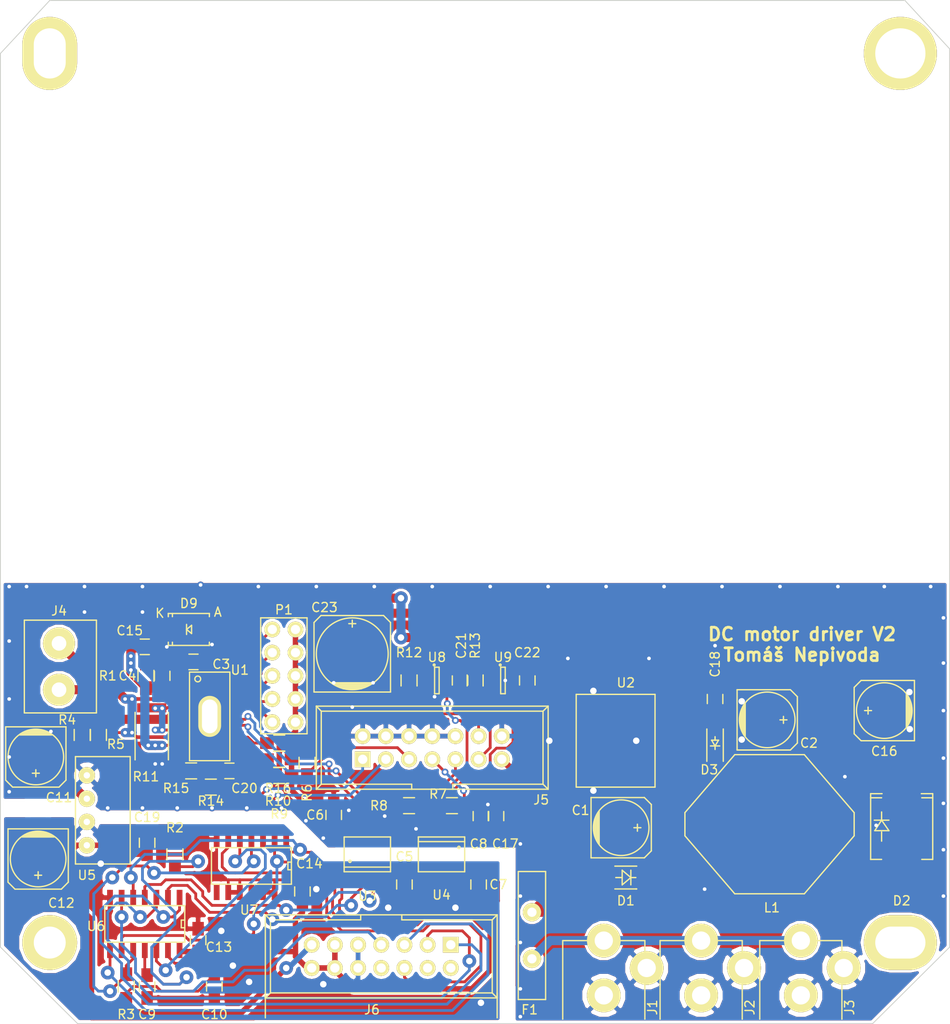
<source format=kicad_pcb>
(kicad_pcb (version 4) (host pcbnew "(2015-12-10 BZR 6367)-product")

  (general
    (links 177)
    (no_connects 0)
    (area 73.289999 50.429999 178.73421 162.751202)
    (thickness 1.6)
    (drawings 9)
    (tracks 1092)
    (zones 0)
    (modules 66)
    (nets 58)
  )

  (page A4)
  (layers
    (0 F.Cu signal)
    (31 B.Cu signal)
    (37 F.SilkS user)
    (38 B.Mask user)
    (39 F.Mask user)
    (40 Dwgs.User user)
    (41 Cmts.User user)
    (44 Edge.Cuts user)
  )

  (setup
    (last_trace_width 0.3048)
    (user_trace_width 0.4)
    (user_trace_width 0.5)
    (user_trace_width 0.6)
    (user_trace_width 0.7)
    (user_trace_width 1)
    (trace_clearance 0.2032)
    (zone_clearance 0.3)
    (zone_45_only no)
    (trace_min 0.2)
    (segment_width 0.2)
    (edge_width 0.1)
    (via_size 1.5)
    (via_drill 0.7112)
    (via_min_size 0.4)
    (via_min_drill 0.3)
    (user_via 0.75 0.4)
    (user_via 1.5 0.71)
    (uvia_size 0.3)
    (uvia_drill 0.1)
    (uvias_allowed no)
    (uvia_min_size 0)
    (uvia_min_drill 0)
    (pcb_text_width 0.3)
    (pcb_text_size 1.5 1.5)
    (mod_edge_width 0.15)
    (mod_text_size 1 1)
    (mod_text_width 0.15)
    (pad_size 4.5 2.5)
    (pad_drill 3.7)
    (pad_to_mask_clearance 0)
    (aux_axis_origin 0 0)
    (visible_elements 7FFFFF7F)
    (pcbplotparams
      (layerselection 0x010e0_80000001)
      (usegerberextensions true)
      (usegerberattributes true)
      (excludeedgelayer true)
      (linewidth 0.100000)
      (plotframeref false)
      (viasonmask false)
      (mode 1)
      (useauxorigin false)
      (hpglpennumber 1)
      (hpglpenspeed 20)
      (hpglpendiameter 15)
      (hpglpenoverlay 2)
      (psnegative false)
      (psa4output false)
      (plotreference true)
      (plotvalue false)
      (plotinvisibletext false)
      (padsonsilk false)
      (subtractmaskfromsilk true)
      (outputformat 1)
      (mirror false)
      (drillshape 0)
      (scaleselection 1)
      (outputdirectory "výrobní data/"))
  )

  (net 0 "")
  (net 1 "Net-(C1-Pad1)")
  (net 2 "Net-(C3-Pad1)")
  (net 3 "Net-(C3-Pad2)")
  (net 4 "Net-(C4-Pad1)")
  (net 5 GND)
  (net 6 "Net-(C9-Pad1)")
  (net 7 "Net-(C10-Pad1)")
  (net 8 "Net-(C12-Pad1)")
  (net 9 "Net-(D1-Pad2)")
  (net 10 "Net-(F1-Pad1)")
  (net 11 "Net-(U1-Pad20)")
  (net 12 "Net-(U1-Pad21)")
  (net 13 "Net-(U1-Pad22)")
  (net 14 "Net-(U3-Pad2)")
  (net 15 "Net-(U3-Pad3)")
  (net 16 "Net-(U4-Pad6)")
  (net 17 "Net-(U4-Pad7)")
  (net 18 "Net-(U6-Pad12)")
  (net 19 "Net-(U7-Pad11)")
  (net 20 "Net-(J5-Pad1)")
  (net 21 "Net-(J5-Pad3)")
  (net 22 "Net-(J5-Pad5)")
  (net 23 "Net-(J5-Pad7)")
  (net 24 "Net-(J5-Pad9)")
  (net 25 "Net-(J5-Pad11)")
  (net 26 "Net-(J5-Pad12)")
  (net 27 "Net-(J6-Pad1)")
  (net 28 "Net-(J6-Pad2)")
  (net 29 "Net-(J6-Pad3)")
  (net 30 "Net-(J6-Pad4)")
  (net 31 "Net-(J6-Pad8)")
  (net 32 "Net-(R2-Pad1)")
  (net 33 "Net-(U7-Pad8)")
  (net 34 "Net-(R3-Pad1)")
  (net 35 +3V3)
  (net 36 +5V)
  (net 37 "Net-(D3-Pad1)")
  (net 38 /OUT1)
  (net 39 /OUT2)
  (net 40 /IRC_IRQ)
  (net 41 "Net-(P1-Pad1)")
  (net 42 "Net-(P1-Pad3)")
  (net 43 "Net-(P1-Pad5)")
  (net 44 "Net-(P1-Pad7)")
  (net 45 "Net-(P1-Pad9)")
  (net 46 "Net-(R9-Pad2)")
  (net 47 "Net-(R10-Pad2)")
  (net 48 "Net-(R11-Pad1)")
  (net 49 "Net-(R7-Pad1)")
  (net 50 "Net-(R8-Pad1)")
  (net 51 "Net-(J6-Pad7)")
  (net 52 "Net-(J6-Pad5)")
  (net 53 GNDPWR)
  (net 54 "Net-(R14-Pad2)")
  (net 55 "Net-(R16-Pad2)")
  (net 56 /V3P3)
  (net 57 /VM)

  (net_class Default "Toto je výchozí třída sítě."
    (clearance 0.2032)
    (trace_width 0.3048)
    (via_dia 1.5)
    (via_drill 0.7112)
    (uvia_dia 0.3)
    (uvia_drill 0.1)
    (add_net +3V3)
    (add_net +5V)
    (add_net /IRC_IRQ)
    (add_net /OUT1)
    (add_net /OUT2)
    (add_net /V3P3)
    (add_net /VM)
    (add_net GND)
    (add_net GNDPWR)
    (add_net "Net-(C1-Pad1)")
    (add_net "Net-(C10-Pad1)")
    (add_net "Net-(C12-Pad1)")
    (add_net "Net-(C3-Pad1)")
    (add_net "Net-(C3-Pad2)")
    (add_net "Net-(C4-Pad1)")
    (add_net "Net-(C9-Pad1)")
    (add_net "Net-(D1-Pad2)")
    (add_net "Net-(D3-Pad1)")
    (add_net "Net-(F1-Pad1)")
    (add_net "Net-(J5-Pad1)")
    (add_net "Net-(J5-Pad11)")
    (add_net "Net-(J5-Pad12)")
    (add_net "Net-(J5-Pad3)")
    (add_net "Net-(J5-Pad5)")
    (add_net "Net-(J5-Pad7)")
    (add_net "Net-(J5-Pad9)")
    (add_net "Net-(J6-Pad1)")
    (add_net "Net-(J6-Pad2)")
    (add_net "Net-(J6-Pad3)")
    (add_net "Net-(J6-Pad4)")
    (add_net "Net-(J6-Pad5)")
    (add_net "Net-(J6-Pad7)")
    (add_net "Net-(J6-Pad8)")
    (add_net "Net-(P1-Pad1)")
    (add_net "Net-(P1-Pad3)")
    (add_net "Net-(P1-Pad5)")
    (add_net "Net-(P1-Pad7)")
    (add_net "Net-(P1-Pad9)")
    (add_net "Net-(R10-Pad2)")
    (add_net "Net-(R11-Pad1)")
    (add_net "Net-(R14-Pad2)")
    (add_net "Net-(R16-Pad2)")
    (add_net "Net-(R2-Pad1)")
    (add_net "Net-(R3-Pad1)")
    (add_net "Net-(R7-Pad1)")
    (add_net "Net-(R8-Pad1)")
    (add_net "Net-(R9-Pad2)")
    (add_net "Net-(U1-Pad20)")
    (add_net "Net-(U1-Pad21)")
    (add_net "Net-(U1-Pad22)")
    (add_net "Net-(U3-Pad2)")
    (add_net "Net-(U3-Pad3)")
    (add_net "Net-(U4-Pad6)")
    (add_net "Net-(U4-Pad7)")
    (add_net "Net-(U6-Pad12)")
    (add_net "Net-(U7-Pad11)")
    (add_net "Net-(U7-Pad8)")
  )

  (net_class Middle ""
    (clearance 0.3048)
    (trace_width 0.6)
    (via_dia 1.5)
    (via_drill 0.7112)
    (uvia_dia 0.3)
    (uvia_drill 0.1)
  )

  (net_class Power ""
    (clearance 0.35)
    (trace_width 1)
    (via_dia 1.5)
    (via_drill 0.7112)
    (uvia_dia 0.3)
    (uvia_drill 0.1)
  )

  (net_class Slim ""
    (clearance 0.3048)
    (trace_width 0.45)
    (via_dia 1.5)
    (via_drill 0.7112)
    (uvia_dia 0.3)
    (uvia_drill 0.1)
  )

  (module Resistors_SMD:R_0805_HandSoldering (layer F.Cu) (tedit 570AD212) (tstamp 570A6780)
    (at 103.886 133.604 180)
    (descr "Resistor SMD 0805, hand soldering")
    (tags "resistor 0805")
    (path /570B215D)
    (attr smd)
    (fp_text reference R10 (at 0.127 -4.572 360) (layer F.SilkS)
      (effects (font (size 1 1) (thickness 0.15)))
    )
    (fp_text value 1k (at 0 2.1 180) (layer F.Fab) hide
      (effects (font (size 1 1) (thickness 0.15)))
    )
    (fp_line (start -2.4 -1) (end 2.4 -1) (layer F.CrtYd) (width 0.05))
    (fp_line (start -2.4 1) (end 2.4 1) (layer F.CrtYd) (width 0.05))
    (fp_line (start -2.4 -1) (end -2.4 1) (layer F.CrtYd) (width 0.05))
    (fp_line (start 2.4 -1) (end 2.4 1) (layer F.CrtYd) (width 0.05))
    (fp_line (start 0.6 0.875) (end -0.6 0.875) (layer F.SilkS) (width 0.15))
    (fp_line (start -0.6 -0.875) (end 0.6 -0.875) (layer F.SilkS) (width 0.15))
    (pad 1 smd rect (at -1.35 0 180) (size 1.5 1.3) (layers F.Cu F.Mask)
      (net 36 +5V))
    (pad 2 smd rect (at 1.35 0 180) (size 1.5 1.3) (layers F.Cu F.Mask)
      (net 47 "Net-(R10-Pad2)"))
    (model Resistors_SMD.3dshapes/R_0805_HandSoldering.wrl
      (at (xyz 0 0 0))
      (scale (xyz 1 1 1))
      (rotate (xyz 0 0 0))
    )
  )

  (module Resistors_SMD:R_0805_HandSoldering (layer F.Cu) (tedit 570AD21E) (tstamp 570A677A)
    (at 103.886 135.382 180)
    (descr "Resistor SMD 0805, hand soldering")
    (tags "resistor 0805")
    (path /570B3680)
    (attr smd)
    (fp_text reference R9 (at 0 -4.191 360) (layer F.SilkS)
      (effects (font (size 1 1) (thickness 0.15)))
    )
    (fp_text value 1k (at 0 2.1 180) (layer F.Fab) hide
      (effects (font (size 1 1) (thickness 0.15)))
    )
    (fp_line (start -2.4 -1) (end 2.4 -1) (layer F.CrtYd) (width 0.05))
    (fp_line (start -2.4 1) (end 2.4 1) (layer F.CrtYd) (width 0.05))
    (fp_line (start -2.4 -1) (end -2.4 1) (layer F.CrtYd) (width 0.05))
    (fp_line (start 2.4 -1) (end 2.4 1) (layer F.CrtYd) (width 0.05))
    (fp_line (start 0.6 0.875) (end -0.6 0.875) (layer F.SilkS) (width 0.15))
    (fp_line (start -0.6 -0.875) (end 0.6 -0.875) (layer F.SilkS) (width 0.15))
    (pad 1 smd rect (at -1.35 0 180) (size 1.5 1.3) (layers F.Cu F.Mask)
      (net 36 +5V))
    (pad 2 smd rect (at 1.35 0 180) (size 1.5 1.3) (layers F.Cu F.Mask)
      (net 46 "Net-(R9-Pad2)"))
    (model Resistors_SMD.3dshapes/R_0805_HandSoldering.wrl
      (at (xyz 0 0 0))
      (scale (xyz 1 1 1))
      (rotate (xyz 0 0 0))
    )
  )

  (module Resistors_SMD:R_0805_HandSoldering (layer F.Cu) (tedit 54189DEE) (tstamp 579893D0)
    (at 103.886 131.826 180)
    (descr "Resistor SMD 0805, hand soldering")
    (tags "resistor 0805")
    (path /57995A8E)
    (attr smd)
    (fp_text reference R16 (at 0.127 -4.953 180) (layer F.SilkS)
      (effects (font (size 1 1) (thickness 0.15)))
    )
    (fp_text value 1k (at 0 2.1 180) (layer F.Fab)
      (effects (font (size 1 1) (thickness 0.15)))
    )
    (fp_line (start -2.4 -1) (end 2.4 -1) (layer F.CrtYd) (width 0.05))
    (fp_line (start -2.4 1) (end 2.4 1) (layer F.CrtYd) (width 0.05))
    (fp_line (start -2.4 -1) (end -2.4 1) (layer F.CrtYd) (width 0.05))
    (fp_line (start 2.4 -1) (end 2.4 1) (layer F.CrtYd) (width 0.05))
    (fp_line (start 0.6 0.875) (end -0.6 0.875) (layer F.SilkS) (width 0.15))
    (fp_line (start -0.6 -0.875) (end 0.6 -0.875) (layer F.SilkS) (width 0.15))
    (pad 1 smd rect (at -1.35 0 180) (size 1.5 1.3) (layers F.Cu F.Mask)
      (net 36 +5V))
    (pad 2 smd rect (at 1.35 0 180) (size 1.5 1.3) (layers F.Cu F.Mask)
      (net 55 "Net-(R16-Pad2)"))
    (model Resistors_SMD.3dshapes/R_0805_HandSoldering.wrl
      (at (xyz 0 0 0))
      (scale (xyz 1 1 1))
      (rotate (xyz 0 0 0))
    )
  )

  (module TO_SOT_Packages_SMD:SOT-23-5 (layer F.Cu) (tedit 57881AD6) (tstamp 57861584)
    (at 128.397 124.968)
    (descr "5-pin SOT23 package")
    (tags SOT-23-5)
    (path /5789B6AD)
    (attr smd)
    (fp_text reference U9 (at 0 -2.54) (layer F.SilkS)
      (effects (font (size 1 1) (thickness 0.15)))
    )
    (fp_text value 74HCT1G86 (at -0.05 2.35) (layer F.Fab) hide
      (effects (font (size 1 1) (thickness 0.15)))
    )
    (fp_line (start -1.8 -1.6) (end 1.8 -1.6) (layer F.CrtYd) (width 0.05))
    (fp_line (start 1.8 -1.6) (end 1.8 1.6) (layer F.CrtYd) (width 0.05))
    (fp_line (start 1.8 1.6) (end -1.8 1.6) (layer F.CrtYd) (width 0.05))
    (fp_line (start -1.8 1.6) (end -1.8 -1.6) (layer F.CrtYd) (width 0.05))
    (fp_circle (center -0.3 -1.7) (end -0.2 -1.7) (layer F.SilkS) (width 0.15))
    (fp_line (start 0.25 -1.45) (end -0.25 -1.45) (layer F.SilkS) (width 0.15))
    (fp_line (start 0.25 1.45) (end 0.25 -1.45) (layer F.SilkS) (width 0.15))
    (fp_line (start -0.25 1.45) (end 0.25 1.45) (layer F.SilkS) (width 0.15))
    (fp_line (start -0.25 -1.45) (end -0.25 1.45) (layer F.SilkS) (width 0.15))
    (pad 1 smd rect (at -1.1 -0.95) (size 1.06 0.65) (layers F.Cu F.Mask)
      (net 25 "Net-(J5-Pad11)"))
    (pad 2 smd rect (at -1.1 0) (size 1.06 0.65) (layers F.Cu F.Mask)
      (net 53 GNDPWR))
    (pad 3 smd rect (at -1.1 0.95) (size 1.06 0.65) (layers F.Cu F.Mask)
      (net 53 GNDPWR))
    (pad 4 smd rect (at 1.1 0.95) (size 1.06 0.65) (layers F.Cu F.Mask)
      (net 49 "Net-(R7-Pad1)"))
    (pad 5 smd rect (at 1.1 -0.95) (size 1.06 0.65) (layers F.Cu F.Mask)
      (net 36 +5V))
    (model TO_SOT_Packages_SMD.3dshapes/SOT-23-5.wrl
      (at (xyz 0 0 0))
      (scale (xyz 1 1 1))
      (rotate (xyz 0 0 0))
    )
  )

  (module Capacitors_SMD:C_0805_HandSoldering (layer F.Cu) (tedit 57881B0E) (tstamp 57861B51)
    (at 123.698 124.968 270)
    (descr "Capacitor SMD 0805, hand soldering")
    (tags "capacitor 0805")
    (path /57879821)
    (attr smd)
    (fp_text reference C21 (at -3.81 -0.127 450) (layer F.SilkS)
      (effects (font (size 1 1) (thickness 0.15)))
    )
    (fp_text value 100n (at 0 2.1 270) (layer F.Fab) hide
      (effects (font (size 1 1) (thickness 0.15)))
    )
    (fp_line (start -2.3 -1) (end 2.3 -1) (layer F.CrtYd) (width 0.05))
    (fp_line (start -2.3 1) (end 2.3 1) (layer F.CrtYd) (width 0.05))
    (fp_line (start -2.3 -1) (end -2.3 1) (layer F.CrtYd) (width 0.05))
    (fp_line (start 2.3 -1) (end 2.3 1) (layer F.CrtYd) (width 0.05))
    (fp_line (start 0.5 -0.85) (end -0.5 -0.85) (layer F.SilkS) (width 0.15))
    (fp_line (start -0.5 0.85) (end 0.5 0.85) (layer F.SilkS) (width 0.15))
    (pad 1 smd rect (at -1.25 0 270) (size 1.5 1.25) (layers F.Cu F.Mask)
      (net 36 +5V))
    (pad 2 smd rect (at 1.25 0 270) (size 1.5 1.25) (layers F.Cu F.Mask)
      (net 53 GNDPWR))
    (model Capacitors_SMD.3dshapes/C_0805_HandSoldering.wrl
      (at (xyz 0 0 0))
      (scale (xyz 1 1 1))
      (rotate (xyz 0 0 0))
    )
  )

  (module Resistors_SMD:R_0805_HandSoldering (layer F.Cu) (tedit 5705D274) (tstamp 5702AAE1)
    (at 118.11 138.684 180)
    (descr "Resistor SMD 0805, hand soldering")
    (tags "resistor 0805")
    (path /56BA7940)
    (attr smd)
    (fp_text reference R8 (at 3.302 0 360) (layer F.SilkS)
      (effects (font (size 1 1) (thickness 0.15)))
    )
    (fp_text value 1k (at 0 2.1 180) (layer F.Fab) hide
      (effects (font (size 1 1) (thickness 0.15)))
    )
    (fp_line (start -2.4 -1) (end 2.4 -1) (layer F.CrtYd) (width 0.05))
    (fp_line (start -2.4 1) (end 2.4 1) (layer F.CrtYd) (width 0.05))
    (fp_line (start -2.4 -1) (end -2.4 1) (layer F.CrtYd) (width 0.05))
    (fp_line (start 2.4 -1) (end 2.4 1) (layer F.CrtYd) (width 0.05))
    (fp_line (start 0.6 0.875) (end -0.6 0.875) (layer F.SilkS) (width 0.15))
    (fp_line (start -0.6 -0.875) (end 0.6 -0.875) (layer F.SilkS) (width 0.15))
    (pad 1 smd rect (at -1.35 0 180) (size 1.5 1.3) (layers F.Cu F.Mask)
      (net 50 "Net-(R8-Pad1)"))
    (pad 2 smd rect (at 1.35 0 180) (size 1.5 1.3) (layers F.Cu F.Mask)
      (net 24 "Net-(J5-Pad9)"))
    (model Resistors_SMD.3dshapes/R_0805_HandSoldering.wrl
      (at (xyz 0 0 0))
      (scale (xyz 1 1 1))
      (rotate (xyz 0 0 0))
    )
  )

  (module Resistors_SMD:R_0805_HandSoldering (layer F.Cu) (tedit 5705D1C4) (tstamp 5702AAD7)
    (at 106.934 133.985 270)
    (descr "Resistor SMD 0805, hand soldering")
    (tags "resistor 0805")
    (path /56BA0499)
    (attr smd)
    (fp_text reference R6 (at 3.302 0 270) (layer F.SilkS)
      (effects (font (size 1 1) (thickness 0.15)))
    )
    (fp_text value 1k (at 0 2.1 270) (layer F.Fab) hide
      (effects (font (size 1 1) (thickness 0.15)))
    )
    (fp_line (start -2.4 -1) (end 2.4 -1) (layer F.CrtYd) (width 0.05))
    (fp_line (start -2.4 1) (end 2.4 1) (layer F.CrtYd) (width 0.05))
    (fp_line (start -2.4 -1) (end -2.4 1) (layer F.CrtYd) (width 0.05))
    (fp_line (start 2.4 -1) (end 2.4 1) (layer F.CrtYd) (width 0.05))
    (fp_line (start 0.6 0.875) (end -0.6 0.875) (layer F.SilkS) (width 0.15))
    (fp_line (start -0.6 -0.875) (end 0.6 -0.875) (layer F.SilkS) (width 0.15))
    (pad 1 smd rect (at -1.35 0 270) (size 1.5 1.3) (layers F.Cu F.Mask)
      (net 36 +5V))
    (pad 2 smd rect (at 1.35 0 270) (size 1.5 1.3) (layers F.Cu F.Mask)
      (net 22 "Net-(J5-Pad5)"))
    (model Resistors_SMD.3dshapes/R_0805_HandSoldering.wrl
      (at (xyz 0 0 0))
      (scale (xyz 1 1 1))
      (rotate (xyz 0 0 0))
    )
  )

  (module TO_SOT_Packages_SMD:SOT-23-5 (layer F.Cu) (tedit 57881B14) (tstamp 5786157B)
    (at 121.158 124.968)
    (descr "5-pin SOT23 package")
    (tags SOT-23-5)
    (path /5789B5F8)
    (attr smd)
    (fp_text reference U8 (at 0 -2.54) (layer F.SilkS)
      (effects (font (size 1 1) (thickness 0.15)))
    )
    (fp_text value 74HCT1G86 (at -0.762 -5.334) (layer F.Fab) hide
      (effects (font (size 1 1) (thickness 0.15)))
    )
    (fp_line (start -1.8 -1.6) (end 1.8 -1.6) (layer F.CrtYd) (width 0.05))
    (fp_line (start 1.8 -1.6) (end 1.8 1.6) (layer F.CrtYd) (width 0.05))
    (fp_line (start 1.8 1.6) (end -1.8 1.6) (layer F.CrtYd) (width 0.05))
    (fp_line (start -1.8 1.6) (end -1.8 -1.6) (layer F.CrtYd) (width 0.05))
    (fp_circle (center -0.3 -1.7) (end -0.2 -1.7) (layer F.SilkS) (width 0.15))
    (fp_line (start 0.25 -1.45) (end -0.25 -1.45) (layer F.SilkS) (width 0.15))
    (fp_line (start 0.25 1.45) (end 0.25 -1.45) (layer F.SilkS) (width 0.15))
    (fp_line (start -0.25 1.45) (end 0.25 1.45) (layer F.SilkS) (width 0.15))
    (fp_line (start -0.25 -1.45) (end -0.25 1.45) (layer F.SilkS) (width 0.15))
    (pad 1 smd rect (at -1.1 -0.95) (size 1.06 0.65) (layers F.Cu F.Mask)
      (net 26 "Net-(J5-Pad12)"))
    (pad 2 smd rect (at -1.1 0) (size 1.06 0.65) (layers F.Cu F.Mask)
      (net 53 GNDPWR))
    (pad 3 smd rect (at -1.1 0.95) (size 1.06 0.65) (layers F.Cu F.Mask)
      (net 53 GNDPWR))
    (pad 4 smd rect (at 1.1 0.95) (size 1.06 0.65) (layers F.Cu F.Mask)
      (net 50 "Net-(R8-Pad1)"))
    (pad 5 smd rect (at 1.1 -0.95) (size 1.06 0.65) (layers F.Cu F.Mask)
      (net 36 +5V))
    (model TO_SOT_Packages_SMD.3dshapes/SOT-23-5.wrl
      (at (xyz 0 0 0))
      (scale (xyz 1 1 1))
      (rotate (xyz 0 0 0))
    )
  )

  (module Resistors_SMD:R_0805_HandSoldering (layer F.Cu) (tedit 57881B07) (tstamp 5787DBAC)
    (at 125.349 124.968 270)
    (descr "Resistor SMD 0805, hand soldering")
    (tags "resistor 0805")
    (path /5788DD92)
    (attr smd)
    (fp_text reference R13 (at -3.81 0 450) (layer F.SilkS)
      (effects (font (size 1 1) (thickness 0.15)))
    )
    (fp_text value 10k (at 0 2.1 270) (layer F.Fab) hide
      (effects (font (size 1 1) (thickness 0.15)))
    )
    (fp_line (start -2.4 -1) (end 2.4 -1) (layer F.CrtYd) (width 0.05))
    (fp_line (start -2.4 1) (end 2.4 1) (layer F.CrtYd) (width 0.05))
    (fp_line (start -2.4 -1) (end -2.4 1) (layer F.CrtYd) (width 0.05))
    (fp_line (start 2.4 -1) (end 2.4 1) (layer F.CrtYd) (width 0.05))
    (fp_line (start 0.6 0.875) (end -0.6 0.875) (layer F.SilkS) (width 0.15))
    (fp_line (start -0.6 -0.875) (end 0.6 -0.875) (layer F.SilkS) (width 0.15))
    (pad 1 smd rect (at -1.35 0 270) (size 1.5 1.3) (layers F.Cu F.Mask)
      (net 36 +5V))
    (pad 2 smd rect (at 1.35 0 270) (size 1.5 1.3) (layers F.Cu F.Mask)
      (net 25 "Net-(J5-Pad11)"))
    (model Resistors_SMD.3dshapes/R_0805_HandSoldering.wrl
      (at (xyz 0 0 0))
      (scale (xyz 1 1 1))
      (rotate (xyz 0 0 0))
    )
  )

  (module Resistors_SMD:R_0805_HandSoldering (layer F.Cu) (tedit 57881B19) (tstamp 5787DBA6)
    (at 118.11 124.968 270)
    (descr "Resistor SMD 0805, hand soldering")
    (tags "resistor 0805")
    (path /5788DA1D)
    (attr smd)
    (fp_text reference R12 (at -3.048 0 360) (layer F.SilkS)
      (effects (font (size 1 1) (thickness 0.15)))
    )
    (fp_text value 10k (at 0 2.1 270) (layer F.Fab) hide
      (effects (font (size 1 1) (thickness 0.15)))
    )
    (fp_line (start -2.4 -1) (end 2.4 -1) (layer F.CrtYd) (width 0.05))
    (fp_line (start -2.4 1) (end 2.4 1) (layer F.CrtYd) (width 0.05))
    (fp_line (start -2.4 -1) (end -2.4 1) (layer F.CrtYd) (width 0.05))
    (fp_line (start 2.4 -1) (end 2.4 1) (layer F.CrtYd) (width 0.05))
    (fp_line (start 0.6 0.875) (end -0.6 0.875) (layer F.SilkS) (width 0.15))
    (fp_line (start -0.6 -0.875) (end 0.6 -0.875) (layer F.SilkS) (width 0.15))
    (pad 1 smd rect (at -1.35 0 270) (size 1.5 1.3) (layers F.Cu F.Mask)
      (net 36 +5V))
    (pad 2 smd rect (at 1.35 0 270) (size 1.5 1.3) (layers F.Cu F.Mask)
      (net 26 "Net-(J5-Pad12)"))
    (model Resistors_SMD.3dshapes/R_0805_HandSoldering.wrl
      (at (xyz 0 0 0))
      (scale (xyz 1 1 1))
      (rotate (xyz 0 0 0))
    )
  )

  (module Capacitors_SMD:C_0805_HandSoldering (layer F.Cu) (tedit 57881AF9) (tstamp 57861B57)
    (at 131.064 124.968 270)
    (descr "Capacitor SMD 0805, hand soldering")
    (tags "capacitor 0805")
    (path /5787B9B4)
    (attr smd)
    (fp_text reference C22 (at -3.048 0 360) (layer F.SilkS)
      (effects (font (size 1 1) (thickness 0.15)))
    )
    (fp_text value 100n (at 0 2.1 270) (layer F.Fab) hide
      (effects (font (size 1 1) (thickness 0.15)))
    )
    (fp_line (start -2.3 -1) (end 2.3 -1) (layer F.CrtYd) (width 0.05))
    (fp_line (start -2.3 1) (end 2.3 1) (layer F.CrtYd) (width 0.05))
    (fp_line (start -2.3 -1) (end -2.3 1) (layer F.CrtYd) (width 0.05))
    (fp_line (start 2.3 -1) (end 2.3 1) (layer F.CrtYd) (width 0.05))
    (fp_line (start 0.5 -0.85) (end -0.5 -0.85) (layer F.SilkS) (width 0.15))
    (fp_line (start -0.5 0.85) (end 0.5 0.85) (layer F.SilkS) (width 0.15))
    (pad 1 smd rect (at -1.25 0 270) (size 1.5 1.25) (layers F.Cu F.Mask)
      (net 36 +5V))
    (pad 2 smd rect (at 1.25 0 270) (size 1.5 1.25) (layers F.Cu F.Mask)
      (net 53 GNDPWR))
    (model Capacitors_SMD.3dshapes/C_0805_HandSoldering.wrl
      (at (xyz 0 0 0))
      (scale (xyz 1 1 1))
      (rotate (xyz 0 0 0))
    )
  )

  (module Capacitors_SMD:C_0805_HandSoldering (layer F.Cu) (tedit 5705CF2C) (tstamp 5702AA2A)
    (at 125.984 139.827 270)
    (descr "Capacitor SMD 0805, hand soldering")
    (tags "capacitor 0805")
    (path /56AFF4B3)
    (attr smd)
    (fp_text reference C8 (at 3.048 0.254 360) (layer F.SilkS)
      (effects (font (size 1 1) (thickness 0.15)))
    )
    (fp_text value 100n (at 0 2.1 270) (layer F.Fab) hide
      (effects (font (size 1 1) (thickness 0.15)))
    )
    (fp_line (start -2.3 -1) (end 2.3 -1) (layer F.CrtYd) (width 0.05))
    (fp_line (start -2.3 1) (end 2.3 1) (layer F.CrtYd) (width 0.05))
    (fp_line (start -2.3 -1) (end -2.3 1) (layer F.CrtYd) (width 0.05))
    (fp_line (start 2.3 -1) (end 2.3 1) (layer F.CrtYd) (width 0.05))
    (fp_line (start 0.5 -0.85) (end -0.5 -0.85) (layer F.SilkS) (width 0.15))
    (fp_line (start -0.5 0.85) (end 0.5 0.85) (layer F.SilkS) (width 0.15))
    (pad 1 smd rect (at -1.25 0 270) (size 1.5 1.25) (layers F.Cu F.Mask)
      (net 53 GNDPWR))
    (pad 2 smd rect (at 1.25 0 270) (size 1.5 1.25) (layers F.Cu F.Mask)
      (net 36 +5V))
    (model Capacitors_SMD.3dshapes/C_0805_HandSoldering.wrl
      (at (xyz 0 0 0))
      (scale (xyz 1 1 1))
      (rotate (xyz 0 0 0))
    )
  )

  (module Resistors_SMD:R_0805_HandSoldering (layer F.Cu) (tedit 5705D271) (tstamp 5702AADC)
    (at 122.809 138.684)
    (descr "Resistor SMD 0805, hand soldering")
    (tags "resistor 0805")
    (path /56BA79FB)
    (attr smd)
    (fp_text reference R7 (at -1.524 -1.27 180) (layer F.SilkS)
      (effects (font (size 1 1) (thickness 0.15)))
    )
    (fp_text value 1k (at 0 2.1) (layer F.Fab) hide
      (effects (font (size 1 1) (thickness 0.15)))
    )
    (fp_line (start -2.4 -1) (end 2.4 -1) (layer F.CrtYd) (width 0.05))
    (fp_line (start -2.4 1) (end 2.4 1) (layer F.CrtYd) (width 0.05))
    (fp_line (start -2.4 -1) (end -2.4 1) (layer F.CrtYd) (width 0.05))
    (fp_line (start 2.4 -1) (end 2.4 1) (layer F.CrtYd) (width 0.05))
    (fp_line (start 0.6 0.875) (end -0.6 0.875) (layer F.SilkS) (width 0.15))
    (fp_line (start -0.6 -0.875) (end 0.6 -0.875) (layer F.SilkS) (width 0.15))
    (pad 1 smd rect (at -1.35 0) (size 1.5 1.3) (layers F.Cu F.Mask)
      (net 49 "Net-(R7-Pad1)"))
    (pad 2 smd rect (at 1.35 0) (size 1.5 1.3) (layers F.Cu F.Mask)
      (net 23 "Net-(J5-Pad7)"))
    (model Resistors_SMD.3dshapes/R_0805_HandSoldering.wrl
      (at (xyz 0 0 0))
      (scale (xyz 1 1 1))
      (rotate (xyz 0 0 0))
    )
  )

  (module Resistors_SMD:R_0805_HandSoldering (layer F.Cu) (tedit 5705D1C8) (tstamp 5702AACD)
    (at 82.296 130.937 270)
    (descr "Resistor SMD 0805, hand soldering")
    (tags "resistor 0805")
    (path /56BA54FE)
    (attr smd)
    (fp_text reference R4 (at -1.651 1.651 360) (layer F.SilkS)
      (effects (font (size 1 1) (thickness 0.15)))
    )
    (fp_text value 8k2 (at 0 2.1 270) (layer F.Fab) hide
      (effects (font (size 1 1) (thickness 0.15)))
    )
    (fp_line (start -2.4 -1) (end 2.4 -1) (layer F.CrtYd) (width 0.05))
    (fp_line (start -2.4 1) (end 2.4 1) (layer F.CrtYd) (width 0.05))
    (fp_line (start -2.4 -1) (end -2.4 1) (layer F.CrtYd) (width 0.05))
    (fp_line (start 2.4 -1) (end 2.4 1) (layer F.CrtYd) (width 0.05))
    (fp_line (start 0.6 0.875) (end -0.6 0.875) (layer F.SilkS) (width 0.15))
    (fp_line (start -0.6 -0.875) (end 0.6 -0.875) (layer F.SilkS) (width 0.15))
    (pad 1 smd rect (at -1.35 0 270) (size 1.5 1.3) (layers F.Cu F.Mask)
      (net 39 /OUT2))
    (pad 2 smd rect (at 1.35 0 270) (size 1.5 1.3) (layers F.Cu F.Mask)
      (net 21 "Net-(J5-Pad3)"))
    (model Resistors_SMD.3dshapes/R_0805_HandSoldering.wrl
      (at (xyz 0 0 0))
      (scale (xyz 1 1 1))
      (rotate (xyz 0 0 0))
    )
  )

  (module Capacitors_SMD:C_0805_HandSoldering (layer F.Cu) (tedit 5705D1B2) (tstamp 5702AA20)
    (at 109.855 139.7 90)
    (descr "Capacitor SMD 0805, hand soldering")
    (tags "capacitor 0805")
    (path /56AFEDF6)
    (attr smd)
    (fp_text reference C6 (at 0 -2.032 180) (layer F.SilkS)
      (effects (font (size 1 1) (thickness 0.15)))
    )
    (fp_text value 100n (at 0 2.1 90) (layer F.Fab) hide
      (effects (font (size 1 1) (thickness 0.15)))
    )
    (fp_line (start -2.3 -1) (end 2.3 -1) (layer F.CrtYd) (width 0.05))
    (fp_line (start -2.3 1) (end 2.3 1) (layer F.CrtYd) (width 0.05))
    (fp_line (start -2.3 -1) (end -2.3 1) (layer F.CrtYd) (width 0.05))
    (fp_line (start 2.3 -1) (end 2.3 1) (layer F.CrtYd) (width 0.05))
    (fp_line (start 0.5 -0.85) (end -0.5 -0.85) (layer F.SilkS) (width 0.15))
    (fp_line (start -0.5 0.85) (end 0.5 0.85) (layer F.SilkS) (width 0.15))
    (pad 1 smd rect (at -1.25 0 90) (size 1.5 1.25) (layers F.Cu F.Mask)
      (net 36 +5V))
    (pad 2 smd rect (at 1.25 0 90) (size 1.5 1.25) (layers F.Cu F.Mask)
      (net 53 GNDPWR))
    (model Capacitors_SMD.3dshapes/C_0805_HandSoldering.wrl
      (at (xyz 0 0 0))
      (scale (xyz 1 1 1))
      (rotate (xyz 0 0 0))
    )
  )

  (module Resistors_SMD:R_0805_HandSoldering (layer F.Cu) (tedit 54189DEE) (tstamp 579893B8)
    (at 96.393 136.652 180)
    (descr "Resistor SMD 0805, hand soldering")
    (tags "resistor 0805")
    (path /579A40FB)
    (attr smd)
    (fp_text reference R14 (at 0 -1.524 180) (layer F.SilkS)
      (effects (font (size 1 1) (thickness 0.15)))
    )
    (fp_text value 1k5 (at 0 2.1 180) (layer F.Fab)
      (effects (font (size 1 1) (thickness 0.15)))
    )
    (fp_line (start -2.4 -1) (end 2.4 -1) (layer F.CrtYd) (width 0.05))
    (fp_line (start -2.4 1) (end 2.4 1) (layer F.CrtYd) (width 0.05))
    (fp_line (start -2.4 -1) (end -2.4 1) (layer F.CrtYd) (width 0.05))
    (fp_line (start 2.4 -1) (end 2.4 1) (layer F.CrtYd) (width 0.05))
    (fp_line (start 0.6 0.875) (end -0.6 0.875) (layer F.SilkS) (width 0.15))
    (fp_line (start -0.6 -0.875) (end 0.6 -0.875) (layer F.SilkS) (width 0.15))
    (pad 1 smd rect (at -1.35 0 180) (size 1.5 1.3) (layers F.Cu F.Mask)
      (net 56 /V3P3))
    (pad 2 smd rect (at 1.35 0 180) (size 1.5 1.3) (layers F.Cu F.Mask)
      (net 54 "Net-(R14-Pad2)"))
    (model Resistors_SMD.3dshapes/R_0805_HandSoldering.wrl
      (at (xyz 0 0 0))
      (scale (xyz 1 1 1))
      (rotate (xyz 0 0 0))
    )
  )

  (module Capacitors_SMD:c_elec_6.3x7.7 (layer F.Cu) (tedit 5705CCA7) (tstamp 56DDB2BF)
    (at 141.351 141.097)
    (descr "SMT capacitor, aluminium electrolytic, 6.3x7.7")
    (path /56B06D9E)
    (attr smd)
    (fp_text reference C1 (at -4.445 -1.905) (layer F.SilkS)
      (effects (font (size 1 1) (thickness 0.15)))
    )
    (fp_text value 100u/35V (at 0 4.318) (layer F.Fab) hide
      (effects (font (size 1 1) (thickness 0.15)))
    )
    (fp_line (start -4.85 -3.55) (end 4.85 -3.55) (layer F.CrtYd) (width 0.05))
    (fp_line (start 4.85 -3.55) (end 4.85 3.55) (layer F.CrtYd) (width 0.05))
    (fp_line (start 4.85 3.55) (end -4.85 3.55) (layer F.CrtYd) (width 0.05))
    (fp_line (start -4.85 3.55) (end -4.85 -3.55) (layer F.CrtYd) (width 0.05))
    (fp_line (start -2.921 -0.762) (end -2.921 0.762) (layer F.SilkS) (width 0.15))
    (fp_line (start -2.794 1.143) (end -2.794 -1.143) (layer F.SilkS) (width 0.15))
    (fp_line (start -2.667 -1.397) (end -2.667 1.397) (layer F.SilkS) (width 0.15))
    (fp_line (start -2.54 1.651) (end -2.54 -1.651) (layer F.SilkS) (width 0.15))
    (fp_line (start -2.413 -1.778) (end -2.413 1.778) (layer F.SilkS) (width 0.15))
    (fp_line (start -3.302 -3.302) (end -3.302 3.302) (layer F.SilkS) (width 0.15))
    (fp_line (start -3.302 3.302) (end 2.54 3.302) (layer F.SilkS) (width 0.15))
    (fp_line (start 2.54 3.302) (end 3.302 2.54) (layer F.SilkS) (width 0.15))
    (fp_line (start 3.302 2.54) (end 3.302 -2.54) (layer F.SilkS) (width 0.15))
    (fp_line (start 3.302 -2.54) (end 2.54 -3.302) (layer F.SilkS) (width 0.15))
    (fp_line (start 2.54 -3.302) (end -3.302 -3.302) (layer F.SilkS) (width 0.15))
    (fp_line (start 2.159 0) (end 1.397 0) (layer F.SilkS) (width 0.15))
    (fp_line (start 1.778 -0.381) (end 1.778 0.381) (layer F.SilkS) (width 0.15))
    (fp_circle (center 0 0) (end -3.048 0) (layer F.SilkS) (width 0.15))
    (pad 1 smd rect (at 2.75082 0) (size 3.59918 1.6002) (layers F.Cu F.Mask)
      (net 1 "Net-(C1-Pad1)"))
    (pad 2 smd rect (at -2.75082 0) (size 3.59918 1.6002) (layers F.Cu F.Mask)
      (net 53 GNDPWR))
    (model Capacitors_SMD.3dshapes/c_elec_6.3x7.7.wrl
      (at (xyz 0 0 0))
      (scale (xyz 1 1 1))
      (rotate (xyz 0 0 0))
    )
  )

  (module Capacitors_SMD:c_elec_6.3x7.7 (layer F.Cu) (tedit 5705CCD5) (tstamp 56DDB2D7)
    (at 157.353 129.286)
    (descr "SMT capacitor, aluminium electrolytic, 6.3x7.7")
    (path /56AFE2A0)
    (attr smd)
    (fp_text reference C2 (at 4.572 2.54) (layer F.SilkS)
      (effects (font (size 1 1) (thickness 0.15)))
    )
    (fp_text value 330u/10V (at 0 -2.032) (layer F.Fab) hide
      (effects (font (size 1 1) (thickness 0.15)))
    )
    (fp_line (start -4.85 -3.55) (end 4.85 -3.55) (layer F.CrtYd) (width 0.05))
    (fp_line (start 4.85 -3.55) (end 4.85 3.55) (layer F.CrtYd) (width 0.05))
    (fp_line (start 4.85 3.55) (end -4.85 3.55) (layer F.CrtYd) (width 0.05))
    (fp_line (start -4.85 3.55) (end -4.85 -3.55) (layer F.CrtYd) (width 0.05))
    (fp_line (start -2.921 -0.762) (end -2.921 0.762) (layer F.SilkS) (width 0.15))
    (fp_line (start -2.794 1.143) (end -2.794 -1.143) (layer F.SilkS) (width 0.15))
    (fp_line (start -2.667 -1.397) (end -2.667 1.397) (layer F.SilkS) (width 0.15))
    (fp_line (start -2.54 1.651) (end -2.54 -1.651) (layer F.SilkS) (width 0.15))
    (fp_line (start -2.413 -1.778) (end -2.413 1.778) (layer F.SilkS) (width 0.15))
    (fp_line (start -3.302 -3.302) (end -3.302 3.302) (layer F.SilkS) (width 0.15))
    (fp_line (start -3.302 3.302) (end 2.54 3.302) (layer F.SilkS) (width 0.15))
    (fp_line (start 2.54 3.302) (end 3.302 2.54) (layer F.SilkS) (width 0.15))
    (fp_line (start 3.302 2.54) (end 3.302 -2.54) (layer F.SilkS) (width 0.15))
    (fp_line (start 3.302 -2.54) (end 2.54 -3.302) (layer F.SilkS) (width 0.15))
    (fp_line (start 2.54 -3.302) (end -3.302 -3.302) (layer F.SilkS) (width 0.15))
    (fp_line (start 2.159 0) (end 1.397 0) (layer F.SilkS) (width 0.15))
    (fp_line (start 1.778 -0.381) (end 1.778 0.381) (layer F.SilkS) (width 0.15))
    (fp_circle (center 0 0) (end -3.048 0) (layer F.SilkS) (width 0.15))
    (pad 1 smd rect (at 2.75082 0) (size 3.59918 1.6002) (layers F.Cu F.Mask)
      (net 36 +5V))
    (pad 2 smd rect (at -2.75082 0) (size 3.59918 1.6002) (layers F.Cu F.Mask)
      (net 53 GNDPWR))
    (model Capacitors_SMD.3dshapes/c_elec_6.3x7.7.wrl
      (at (xyz 0 0 0))
      (scale (xyz 1 1 1))
      (rotate (xyz 0 0 0))
    )
  )

  (module Capacitors_SMD:c_elec_6.3x7.7 (layer F.Cu) (tedit 57881BB0) (tstamp 56DDB34F)
    (at 77.216 133.35 270)
    (descr "SMT capacitor, aluminium electrolytic, 6.3x7.7")
    (path /56BB73D6)
    (attr smd)
    (fp_text reference C11 (at 4.445 -2.54 360) (layer F.SilkS)
      (effects (font (size 1 1) (thickness 0.15)))
    )
    (fp_text value 100u (at 6.096 -0.254 360) (layer F.Fab) hide
      (effects (font (size 1 1) (thickness 0.15)))
    )
    (fp_line (start -4.85 -3.55) (end 4.85 -3.55) (layer F.CrtYd) (width 0.05))
    (fp_line (start 4.85 -3.55) (end 4.85 3.55) (layer F.CrtYd) (width 0.05))
    (fp_line (start 4.85 3.55) (end -4.85 3.55) (layer F.CrtYd) (width 0.05))
    (fp_line (start -4.85 3.55) (end -4.85 -3.55) (layer F.CrtYd) (width 0.05))
    (fp_line (start -2.921 -0.762) (end -2.921 0.762) (layer F.SilkS) (width 0.15))
    (fp_line (start -2.794 1.143) (end -2.794 -1.143) (layer F.SilkS) (width 0.15))
    (fp_line (start -2.667 -1.397) (end -2.667 1.397) (layer F.SilkS) (width 0.15))
    (fp_line (start -2.54 1.651) (end -2.54 -1.651) (layer F.SilkS) (width 0.15))
    (fp_line (start -2.413 -1.778) (end -2.413 1.778) (layer F.SilkS) (width 0.15))
    (fp_line (start -3.302 -3.302) (end -3.302 3.302) (layer F.SilkS) (width 0.15))
    (fp_line (start -3.302 3.302) (end 2.54 3.302) (layer F.SilkS) (width 0.15))
    (fp_line (start 2.54 3.302) (end 3.302 2.54) (layer F.SilkS) (width 0.15))
    (fp_line (start 3.302 2.54) (end 3.302 -2.54) (layer F.SilkS) (width 0.15))
    (fp_line (start 3.302 -2.54) (end 2.54 -3.302) (layer F.SilkS) (width 0.15))
    (fp_line (start 2.54 -3.302) (end -3.302 -3.302) (layer F.SilkS) (width 0.15))
    (fp_line (start 2.159 0) (end 1.397 0) (layer F.SilkS) (width 0.15))
    (fp_line (start 1.778 -0.381) (end 1.778 0.381) (layer F.SilkS) (width 0.15))
    (fp_circle (center 0 0) (end -3.048 0) (layer F.SilkS) (width 0.15))
    (pad 1 smd rect (at 2.75082 0 270) (size 3.59918 1.6002) (layers F.Cu F.Mask)
      (net 36 +5V))
    (pad 2 smd rect (at -2.75082 0 270) (size 3.59918 1.6002) (layers F.Cu F.Mask)
      (net 53 GNDPWR))
    (model Capacitors_SMD.3dshapes/c_elec_6.3x7.7.wrl
      (at (xyz 0 0 0))
      (scale (xyz 1 1 1))
      (rotate (xyz 0 0 0))
    )
  )

  (module Capacitors_SMD:c_elec_6.3x7.7 (layer F.Cu) (tedit 57881BA3) (tstamp 56DDB367)
    (at 77.47 144.526 270)
    (descr "SMT capacitor, aluminium electrolytic, 6.3x7.7")
    (path /56BB7619)
    (attr smd)
    (fp_text reference C12 (at 4.826 -2.54 360) (layer F.SilkS)
      (effects (font (size 1 1) (thickness 0.15)))
    )
    (fp_text value 100u (at 5.588 0.254 360) (layer F.Fab) hide
      (effects (font (size 1 1) (thickness 0.15)))
    )
    (fp_line (start -4.85 -3.55) (end 4.85 -3.55) (layer F.CrtYd) (width 0.05))
    (fp_line (start 4.85 -3.55) (end 4.85 3.55) (layer F.CrtYd) (width 0.05))
    (fp_line (start 4.85 3.55) (end -4.85 3.55) (layer F.CrtYd) (width 0.05))
    (fp_line (start -4.85 3.55) (end -4.85 -3.55) (layer F.CrtYd) (width 0.05))
    (fp_line (start -2.921 -0.762) (end -2.921 0.762) (layer F.SilkS) (width 0.15))
    (fp_line (start -2.794 1.143) (end -2.794 -1.143) (layer F.SilkS) (width 0.15))
    (fp_line (start -2.667 -1.397) (end -2.667 1.397) (layer F.SilkS) (width 0.15))
    (fp_line (start -2.54 1.651) (end -2.54 -1.651) (layer F.SilkS) (width 0.15))
    (fp_line (start -2.413 -1.778) (end -2.413 1.778) (layer F.SilkS) (width 0.15))
    (fp_line (start -3.302 -3.302) (end -3.302 3.302) (layer F.SilkS) (width 0.15))
    (fp_line (start -3.302 3.302) (end 2.54 3.302) (layer F.SilkS) (width 0.15))
    (fp_line (start 2.54 3.302) (end 3.302 2.54) (layer F.SilkS) (width 0.15))
    (fp_line (start 3.302 2.54) (end 3.302 -2.54) (layer F.SilkS) (width 0.15))
    (fp_line (start 3.302 -2.54) (end 2.54 -3.302) (layer F.SilkS) (width 0.15))
    (fp_line (start 2.54 -3.302) (end -3.302 -3.302) (layer F.SilkS) (width 0.15))
    (fp_line (start 2.159 0) (end 1.397 0) (layer F.SilkS) (width 0.15))
    (fp_line (start 1.778 -0.381) (end 1.778 0.381) (layer F.SilkS) (width 0.15))
    (fp_circle (center 0 0) (end -3.048 0) (layer F.SilkS) (width 0.15))
    (pad 1 smd rect (at 2.75082 0 270) (size 3.59918 1.6002) (layers F.Cu F.Mask)
      (net 8 "Net-(C12-Pad1)"))
    (pad 2 smd rect (at -2.75082 0 270) (size 3.59918 1.6002) (layers F.Cu F.Mask)
      (net 5 GND))
    (model Capacitors_SMD.3dshapes/c_elec_6.3x7.7.wrl
      (at (xyz 0 0 0))
      (scale (xyz 1 1 1))
      (rotate (xyz 0 0 0))
    )
  )

  (module Discret:30R400UF (layer F.Cu) (tedit 5705CC62) (tstamp 56DDB416)
    (at 131.572 152.908 90)
    (path /56AFDEF4)
    (fp_text reference F1 (at -8.128 -0.254 360) (layer F.SilkS)
      (effects (font (size 1 1) (thickness 0.15)))
    )
    (fp_text value BU250 (at 0.3683 2.4972 90) (layer F.Fab) hide
      (effects (font (size 1 1) (thickness 0.15)))
    )
    (fp_line (start -7.0104 -1.4986) (end 7.0104 -1.4986) (layer F.SilkS) (width 0.15))
    (fp_line (start 7.0104 -1.4986) (end 7.0104 1.4986) (layer F.SilkS) (width 0.15))
    (fp_line (start 7.0104 1.4986) (end -7.0104 1.4986) (layer F.SilkS) (width 0.15))
    (fp_line (start -7.0104 1.4986) (end -7.0104 -1.4986) (layer F.SilkS) (width 0.15))
    (pad 1 thru_hole circle (at -2.55 0 90) (size 2 2) (drill 1.016) (layers *.Cu *.Mask F.SilkS)
      (net 10 "Net-(F1-Pad1)"))
    (pad 2 thru_hole circle (at 2.55 0 90) (size 2 2) (drill 1.016) (layers *.Cu *.Mask F.SilkS)
      (net 9 "Net-(D1-Pad2)"))
  )

  (module Inductors:DL-50 (layer F.Cu) (tedit 5705CCB0) (tstamp 56DDB4A7)
    (at 157.607 140.716)
    (path /56AFE231)
    (fp_text reference L1 (at 0.254 9.144) (layer F.SilkS)
      (effects (font (size 1 1) (thickness 0.15)))
    )
    (fp_text value DL50-330 (at -0.4699 2.9036) (layer F.Fab) hide
      (effects (font (size 1 1) (thickness 0.15)))
    )
    (fp_line (start -9.271 -1.27) (end -3.81 -7.62) (layer F.SilkS) (width 0.15))
    (fp_line (start -3.81 -7.62) (end 3.81 -7.62) (layer F.SilkS) (width 0.15))
    (fp_line (start 3.81 -7.62) (end 9.271 -1.27) (layer F.SilkS) (width 0.15))
    (fp_line (start 9.271 -1.27) (end 9.271 1.27) (layer F.SilkS) (width 0.15))
    (fp_line (start 9.271 1.27) (end 3.81 7.62) (layer F.SilkS) (width 0.15))
    (fp_line (start 3.81 7.62) (end -3.81 7.62) (layer F.SilkS) (width 0.15))
    (fp_line (start -3.81 7.62) (end -9.271 1.27) (layer F.SilkS) (width 0.15))
    (fp_line (start -9.271 1.27) (end -9.271 -1.27) (layer F.SilkS) (width 0.15))
    (pad 1 smd rect (at -8.05 0) (size 3.5 2.7) (layers F.Cu F.Mask)
      (net 37 "Net-(D3-Pad1)"))
    (pad 2 smd rect (at 8.05 0) (size 3.5 2.7) (layers F.Cu F.Mask)
      (net 36 +5V))
  )

  (module SMD_Packages:PWP_DRV8842 (layer F.Cu) (tedit 579A8795) (tstamp 56DDB52D)
    (at 96.266 128.905 270)
    (path /56AFDCAE)
    (fp_text reference U1 (at -5.08 -3.302 360) (layer F.SilkS)
      (effects (font (size 1 1) (thickness 0.15)))
    )
    (fp_text value DRV8842 (at 0 -4.826 270) (layer F.Fab) hide
      (effects (font (size 1 1) (thickness 0.15)))
    )
    (fp_circle (center -4.1021 1.3081) (end -3.9497 1.0287) (layer F.SilkS) (width 0.15))
    (fp_line (start -4.8514 -2.2098) (end 4.8514 -2.2098) (layer F.SilkS) (width 0.15))
    (fp_line (start 4.8514 -2.2098) (end 4.8514 2.2098) (layer F.SilkS) (width 0.15))
    (fp_line (start 4.8514 2.2098) (end -4.8514 2.2098) (layer F.SilkS) (width 0.15))
    (fp_line (start -4.8514 2.2098) (end -4.8514 -2.2098) (layer F.SilkS) (width 0.15))
    (pad 2 smd rect (at -3.575 2.8 270) (size 0.25 1.55) (layers F.Cu F.Mask)
      (net 3 "Net-(C3-Pad2)"))
    (pad 3 smd rect (at -2.925 2.8 270) (size 0.25 1.55) (layers F.Cu F.Mask)
      (net 4 "Net-(C4-Pad1)"))
    (pad 4 smd rect (at -2.275 2.8 270) (size 0.25 1.55) (layers F.Cu F.Mask)
      (net 57 /VM))
    (pad 5 smd rect (at -1.625 2.8 270) (size 0.25 1.55) (layers F.Cu F.Mask)
      (net 38 /OUT1))
    (pad 6 smd rect (at -0.975 2.8 270) (size 0.25 1.55) (layers F.Cu F.Mask)
      (net 48 "Net-(R11-Pad1)"))
    (pad 7 smd rect (at -0.325 2.8 270) (size 0.25 1.55) (layers F.Cu F.Mask)
      (net 39 /OUT2))
    (pad 8 smd rect (at 0.325 2.8 270) (size 0.25 1.55) (layers F.Cu F.Mask)
      (net 39 /OUT2))
    (pad 9 smd rect (at 0.975 2.8 270) (size 0.25 1.55) (layers F.Cu F.Mask)
      (net 48 "Net-(R11-Pad1)"))
    (pad 10 smd rect (at 1.625 2.8 270) (size 0.25 1.55) (layers F.Cu F.Mask)
      (net 38 /OUT1))
    (pad 11 smd rect (at 2.275 2.8 270) (size 0.25 1.55) (layers F.Cu F.Mask)
      (net 57 /VM))
    (pad 12 smd rect (at 2.925 2.8 270) (size 0.25 1.55) (layers F.Cu F.Mask)
      (net 54 "Net-(R14-Pad2)"))
    (pad 13 smd rect (at 3.575 2.8 270) (size 0.25 1.55) (layers F.Cu F.Mask)
      (net 54 "Net-(R14-Pad2)"))
    (pad 14 smd rect (at 4.225 2.8 270) (size 0.25 1.55) (layers F.Cu F.Mask)
      (net 53 GNDPWR))
    (pad 15 smd rect (at 4.225 -2.8 270) (size 0.25 1.55) (layers F.Cu F.Mask)
      (net 56 /V3P3))
    (pad 16 smd rect (at 3.575 -2.8 270) (size 0.25 1.55) (layers F.Cu F.Mask)
      (net 46 "Net-(R9-Pad2)"))
    (pad 17 smd rect (at 2.925 -2.8 270) (size 0.25 1.55) (layers F.Cu F.Mask)
      (net 47 "Net-(R10-Pad2)"))
    (pad 18 smd rect (at 2.275 -2.8 270) (size 0.25 1.55) (layers F.Cu F.Mask)
      (net 55 "Net-(R16-Pad2)"))
    (pad 19 smd rect (at 1.625 -2.8 270) (size 0.25 1.55) (layers F.Cu F.Mask)
      (net 53 GNDPWR))
    (pad 20 smd rect (at 0.975 -2.8 270) (size 0.25 1.55) (layers F.Cu F.Mask)
      (net 11 "Net-(U1-Pad20)"))
    (pad 21 smd rect (at 0.325 -2.8 270) (size 0.25 1.55) (layers F.Cu F.Mask)
      (net 12 "Net-(U1-Pad21)"))
    (pad 22 smd rect (at -0.325 -2.8 270) (size 0.25 1.55) (layers F.Cu F.Mask)
      (net 13 "Net-(U1-Pad22)"))
    (pad 23 smd rect (at -0.975 -2.8 270) (size 0.25 1.55) (layers F.Cu F.Mask)
      (net 45 "Net-(P1-Pad9)"))
    (pad 24 smd rect (at -1.625 -2.8 270) (size 0.25 1.55) (layers F.Cu F.Mask)
      (net 44 "Net-(P1-Pad7)"))
    (pad 25 smd rect (at -2.275 -2.8 270) (size 0.25 1.55) (layers F.Cu F.Mask)
      (net 43 "Net-(P1-Pad5)"))
    (pad 26 smd rect (at -2.925 -2.8 270) (size 0.25 1.55) (layers F.Cu F.Mask)
      (net 42 "Net-(P1-Pad3)"))
    (pad 27 smd rect (at -3.575 -2.8 270) (size 0.25 1.55) (layers F.Cu F.Mask)
      (net 41 "Net-(P1-Pad1)"))
    (pad 28 smd rect (at -4.225 -2.8 270) (size 0.25 1.55) (layers F.Cu F.Mask)
      (net 53 GNDPWR))
    (pad 1 smd rect (at -4.225 2.8 270) (size 0.25 1.55) (layers F.Cu F.Mask)
      (net 2 "Net-(C3-Pad1)"))
    (pad 29 smd rect (at 0 0 270) (size 5.18 3.1) (layers F.Cu F.Mask)
      (net 53 GNDPWR) (zone_connect 2))
  )

  (module SMD_Packages:KTT0005B (layer F.Cu) (tedit 579A878B) (tstamp 56DDB53D)
    (at 141.859 131.572)
    (path /56AFDB30)
    (fp_text reference U2 (at 0 -6.35) (layer F.SilkS)
      (effects (font (size 1 1) (thickness 0.15)))
    )
    (fp_text value LM2575SX-5.0 (at 0.254 6.612) (layer F.Fab) hide
      (effects (font (size 1 1) (thickness 0.15)))
    )
    (fp_line (start -5.4356 -5.08) (end 0 -5.08) (layer F.SilkS) (width 0.15))
    (fp_line (start 0 -5.08) (end 3.2004 -5.08) (layer F.SilkS) (width 0.15))
    (fp_line (start 3.2004 -5.08) (end 3.2004 5.08) (layer F.SilkS) (width 0.15))
    (fp_line (start 3.2004 5.08) (end -5.4356 5.08) (layer F.SilkS) (width 0.15))
    (fp_line (start -5.4356 5.08) (end -5.4356 -5.08) (layer F.SilkS) (width 0.15))
    (pad 6 smd rect (at -3.59 0) (size 6.99 8.33) (layers F.Cu F.Mask)
      (net 53 GNDPWR))
    (pad 6 smd rect (at -6.13 0) (size 2 10.8) (layers F.Cu F.Mask)
      (net 53 GNDPWR))
    (pad 5 smd rect (at 7.085 -3.4) (size 2.16 1.07) (layers F.Cu F.Mask)
      (net 53 GNDPWR))
    (pad 4 smd rect (at 7.085 -1.7) (size 2.16 1.07) (layers F.Cu F.Mask)
      (net 36 +5V))
    (pad 3 smd rect (at 7.085 0) (size 2.16 1.07) (layers F.Cu F.Mask)
      (net 53 GNDPWR))
    (pad 2 smd rect (at 7.085 1.7) (size 2.16 1.07) (layers F.Cu F.Mask)
      (net 37 "Net-(D3-Pad1)"))
    (pad 1 smd rect (at 7.085 3.4) (size 2.16 1.07) (layers F.Cu F.Mask)
      (net 1 "Net-(C1-Pad1)"))
  )

  (module Power_Integrations:SO-8 (layer F.Cu) (tedit 5705D958) (tstamp 56DDB54F)
    (at 113.538 144.018)
    (descr "SO-8 Surface Mount Small Outline 150mil 8pin Package")
    (tags "Power Integrations D Package")
    (path /56AFE992)
    (fp_text reference U3 (at 0 4.572 180) (layer F.SilkS)
      (effects (font (size 1 1) (thickness 0.15)))
    )
    (fp_text value ADuM1200AR (at 2.54 -0.508) (layer F.Fab) hide
      (effects (font (size 1 1) (thickness 0.15)))
    )
    (fp_circle (center -1.905 0.762) (end -1.778 0.762) (layer F.SilkS) (width 0.15))
    (fp_line (start -2.54 1.397) (end 2.54 1.397) (layer F.SilkS) (width 0.15))
    (fp_line (start -2.54 -1.905) (end 2.54 -1.905) (layer F.SilkS) (width 0.15))
    (fp_line (start -2.54 1.905) (end 2.54 1.905) (layer F.SilkS) (width 0.15))
    (fp_line (start -2.54 1.905) (end -2.54 -1.905) (layer F.SilkS) (width 0.15))
    (fp_line (start 2.54 1.905) (end 2.54 -1.905) (layer F.SilkS) (width 0.15))
    (pad 1 smd oval (at -1.905 2.794) (size 0.6096 1.4732) (layers F.Cu F.Mask)
      (net 35 +3V3))
    (pad 2 smd oval (at -0.635 2.794) (size 0.6096 1.4732) (layers F.Cu F.Mask)
      (net 14 "Net-(U3-Pad2)"))
    (pad 3 smd oval (at 0.635 2.794) (size 0.6096 1.4732) (layers F.Cu F.Mask)
      (net 15 "Net-(U3-Pad3)"))
    (pad 4 smd oval (at 1.905 2.794) (size 0.6096 1.4732) (layers F.Cu F.Mask)
      (net 5 GND))
    (pad 5 smd oval (at 1.905 -2.794) (size 0.6096 1.4732) (layers F.Cu F.Mask)
      (net 53 GNDPWR))
    (pad 6 smd oval (at 0.635 -2.794) (size 0.6096 1.4732) (layers F.Cu F.Mask)
      (net 11 "Net-(U1-Pad20)"))
    (pad 7 smd oval (at -0.635 -2.794) (size 0.6096 1.4732) (layers F.Cu F.Mask)
      (net 12 "Net-(U1-Pad21)"))
    (pad 8 smd oval (at -1.905 -2.794) (size 0.6096 1.4732) (layers F.Cu F.Mask)
      (net 36 +5V))
  )

  (module Power_Integrations:SO-8 (layer F.Cu) (tedit 5705CD66) (tstamp 56DDB561)
    (at 121.666 144.018 180)
    (descr "SO-8 Surface Mount Small Outline 150mil 8pin Package")
    (tags "Power Integrations D Package")
    (path /56AFE667)
    (fp_text reference U4 (at 0 -4.445 360) (layer F.SilkS)
      (effects (font (size 1 1) (thickness 0.15)))
    )
    (fp_text value ADuM1200AR (at -1.524 -1.27 180) (layer F.Fab) hide
      (effects (font (size 1 1) (thickness 0.15)))
    )
    (fp_circle (center -1.905 0.762) (end -1.778 0.762) (layer F.SilkS) (width 0.15))
    (fp_line (start -2.54 1.397) (end 2.54 1.397) (layer F.SilkS) (width 0.15))
    (fp_line (start -2.54 -1.905) (end 2.54 -1.905) (layer F.SilkS) (width 0.15))
    (fp_line (start -2.54 1.905) (end 2.54 1.905) (layer F.SilkS) (width 0.15))
    (fp_line (start -2.54 1.905) (end -2.54 -1.905) (layer F.SilkS) (width 0.15))
    (fp_line (start 2.54 1.905) (end 2.54 -1.905) (layer F.SilkS) (width 0.15))
    (pad 1 smd oval (at -1.905 2.794 180) (size 0.6096 1.4732) (layers F.Cu F.Mask)
      (net 36 +5V))
    (pad 2 smd oval (at -0.635 2.794 180) (size 0.6096 1.4732) (layers F.Cu F.Mask)
      (net 49 "Net-(R7-Pad1)"))
    (pad 3 smd oval (at 0.635 2.794 180) (size 0.6096 1.4732) (layers F.Cu F.Mask)
      (net 50 "Net-(R8-Pad1)"))
    (pad 4 smd oval (at 1.905 2.794 180) (size 0.6096 1.4732) (layers F.Cu F.Mask)
      (net 53 GNDPWR))
    (pad 5 smd oval (at 1.905 -2.794 180) (size 0.6096 1.4732) (layers F.Cu F.Mask)
      (net 5 GND))
    (pad 6 smd oval (at 0.635 -2.794 180) (size 0.6096 1.4732) (layers F.Cu F.Mask)
      (net 16 "Net-(U4-Pad6)"))
    (pad 7 smd oval (at -0.635 -2.794 180) (size 0.6096 1.4732) (layers F.Cu F.Mask)
      (net 17 "Net-(U4-Pad7)"))
    (pad 8 smd oval (at -1.905 -2.794 180) (size 0.6096 1.4732) (layers F.Cu F.Mask)
      (net 35 +3V3))
  )

  (module SMD_Packages:SO-14 (layer F.Cu) (tedit 5705D236) (tstamp 56DDB586)
    (at 89.154 151.638 180)
    (path /56B05E16)
    (fp_text reference U6 (at 5.334 -0.254 180) (layer F.SilkS)
      (effects (font (size 1 1) (thickness 0.15)))
    )
    (fp_text value 74HC7014 (at -0.254 0 180) (layer F.Fab) hide
      (effects (font (size 1 1) (thickness 0.15)))
    )
    (fp_line (start -4.38 0.42) (end -4 0.42) (layer F.SilkS) (width 0.15))
    (fp_line (start -4 0.42) (end -4 -0.42) (layer F.SilkS) (width 0.15))
    (fp_line (start -4 -0.42) (end -4.38 -0.42) (layer F.SilkS) (width 0.15))
    (fp_line (start -4.38 -2) (end 4.38 -2) (layer F.SilkS) (width 0.15))
    (fp_line (start 4.38 -2) (end 4.38 2) (layer F.SilkS) (width 0.15))
    (fp_line (start 4.38 2) (end -4.38 2) (layer F.SilkS) (width 0.15))
    (fp_line (start -4.38 2) (end -4.38 -2) (layer F.SilkS) (width 0.15))
    (pad 1 smd rect (at -3.81 2.887 180) (size 0.635 1.7) (layers F.Cu F.Mask)
      (net 27 "Net-(J6-Pad1)"))
    (pad 2 smd rect (at -2.54 2.887 180) (size 0.635 1.7) (layers F.Cu F.Mask)
      (net 14 "Net-(U3-Pad2)"))
    (pad 3 smd rect (at -1.27 2.887 180) (size 0.635 1.7) (layers F.Cu F.Mask)
      (net 29 "Net-(J6-Pad3)"))
    (pad 4 smd rect (at 0 2.887 180) (size 0.635 1.7) (layers F.Cu F.Mask)
      (net 15 "Net-(U3-Pad3)"))
    (pad 5 smd rect (at 1.27 2.887 180) (size 0.635 1.7) (layers F.Cu F.Mask)
      (net 16 "Net-(U4-Pad6)"))
    (pad 6 smd rect (at 2.54 2.887 180) (size 0.635 1.7) (layers F.Cu F.Mask)
      (net 51 "Net-(J6-Pad7)"))
    (pad 7 smd rect (at 3.81 2.887 180) (size 0.635 1.7) (layers F.Cu F.Mask)
      (net 5 GND))
    (pad 8 smd rect (at 3.81 -2.887 180) (size 0.635 1.7) (layers F.Cu F.Mask)
      (net 52 "Net-(J6-Pad5)"))
    (pad 9 smd rect (at 2.54 -2.887 180) (size 0.635 1.7) (layers F.Cu F.Mask)
      (net 17 "Net-(U4-Pad7)"))
    (pad 10 smd rect (at 1.27 -2.887 180) (size 0.635 1.7) (layers F.Cu F.Mask)
      (net 34 "Net-(R3-Pad1)"))
    (pad 11 smd rect (at 0 -2.887 180) (size 0.635 1.7) (layers F.Cu F.Mask)
      (net 6 "Net-(C9-Pad1)"))
    (pad 12 smd rect (at -1.27 -2.887 180) (size 0.635 1.7) (layers F.Cu F.Mask)
      (net 18 "Net-(U6-Pad12)"))
    (pad 13 smd rect (at -2.54 -2.887 180) (size 0.635 1.7) (layers F.Cu F.Mask)
      (net 7 "Net-(C10-Pad1)"))
    (pad 14 smd rect (at -3.81 -2.887 180) (size 0.635 1.7) (layers F.Cu F.Mask)
      (net 35 +3V3))
  )

  (module SMD_Packages:SO-14 (layer F.Cu) (tedit 56EBDA92) (tstamp 56DDB59F)
    (at 100.838 145.288 180)
    (path /56B07F52)
    (fp_text reference U7 (at 0.254 -4.826 180) (layer F.SilkS)
      (effects (font (size 1 1) (thickness 0.15)))
    )
    (fp_text value 74HC86 (at 0.02 1 180) (layer F.Fab) hide
      (effects (font (size 1 1) (thickness 0.15)))
    )
    (fp_line (start -4.38 0.42) (end -4 0.42) (layer F.SilkS) (width 0.15))
    (fp_line (start -4 0.42) (end -4 -0.42) (layer F.SilkS) (width 0.15))
    (fp_line (start -4 -0.42) (end -4.38 -0.42) (layer F.SilkS) (width 0.15))
    (fp_line (start -4.38 -2) (end 4.38 -2) (layer F.SilkS) (width 0.15))
    (fp_line (start 4.38 -2) (end 4.38 2) (layer F.SilkS) (width 0.15))
    (fp_line (start 4.38 2) (end -4.38 2) (layer F.SilkS) (width 0.15))
    (fp_line (start -4.38 2) (end -4.38 -2) (layer F.SilkS) (width 0.15))
    (pad 1 smd rect (at -3.81 2.887 180) (size 0.635 1.7) (layers F.Cu F.Mask)
      (net 16 "Net-(U4-Pad6)"))
    (pad 2 smd rect (at -2.54 2.887 180) (size 0.635 1.7) (layers F.Cu F.Mask)
      (net 17 "Net-(U4-Pad7)"))
    (pad 3 smd rect (at -1.27 2.887 180) (size 0.635 1.7) (layers F.Cu F.Mask)
      (net 32 "Net-(R2-Pad1)"))
    (pad 4 smd rect (at 0 2.887 180) (size 0.635 1.7) (layers F.Cu F.Mask)
      (net 34 "Net-(R3-Pad1)"))
    (pad 5 smd rect (at 1.27 2.887 180) (size 0.635 1.7) (layers F.Cu F.Mask)
      (net 18 "Net-(U6-Pad12)"))
    (pad 6 smd rect (at 2.54 2.887 180) (size 0.635 1.7) (layers F.Cu F.Mask)
      (net 40 /IRC_IRQ))
    (pad 7 smd rect (at 3.81 2.887 180) (size 0.635 1.7) (layers F.Cu F.Mask)
      (net 5 GND))
    (pad 8 smd rect (at 3.81 -2.887 180) (size 0.635 1.7) (layers F.Cu F.Mask)
      (net 33 "Net-(U7-Pad8)"))
    (pad 9 smd rect (at 2.54 -2.887 180) (size 0.635 1.7) (layers F.Cu F.Mask)
      (net 5 GND))
    (pad 10 smd rect (at 1.27 -2.887 180) (size 0.635 1.7) (layers F.Cu F.Mask)
      (net 5 GND))
    (pad 11 smd rect (at 0 -2.887 180) (size 0.635 1.7) (layers F.Cu F.Mask)
      (net 19 "Net-(U7-Pad11)"))
    (pad 12 smd rect (at -1.27 -2.887 180) (size 0.635 1.7) (layers F.Cu F.Mask)
      (net 5 GND))
    (pad 13 smd rect (at -2.54 -2.887 180) (size 0.635 1.7) (layers F.Cu F.Mask)
      (net 5 GND))
    (pad 14 smd rect (at -3.81 -2.887 180) (size 0.635 1.7) (layers F.Cu F.Mask)
      (net 35 +3V3))
  )

  (module Mounting_Holes:my_hole (layer F.Cu) (tedit 5788A3F0) (tstamp 56D96E7C)
    (at 77.47 153.67)
    (fp_text reference REF** (at 1.27 -1.27) (layer F.SilkS) hide
      (effects (font (size 1 1) (thickness 0.15)))
    )
    (fp_text value my_hole (at 0.0254 2.1416) (layer F.Fab) hide
      (effects (font (size 1 1) (thickness 0.15)))
    )
    (pad 1 thru_hole circle (at 1.27 0.01) (size 6 6) (drill 3.5) (layers *.Cu *.Mask F.SilkS))
  )

  (module Mounting_Holes:my_hole (layer F.Cu) (tedit 5798AD57) (tstamp 56D96E8E)
    (at 175.26 153.67)
    (fp_text reference REF** (at 0.127 -1.4304 90) (layer F.SilkS) hide
      (effects (font (size 1 1) (thickness 0.15)))
    )
    (fp_text value my_hole (at 0.0254 2.1416) (layer F.Fab) hide
      (effects (font (size 1 1) (thickness 0.15)))
    )
    (pad 1 thru_hole oval (at -3.32 0.01) (size 8 6) (drill oval 5.5 3.5) (layers *.Cu *.Mask F.SilkS))
  )

  (module Mounting_Holes:my_hole (layer F.Cu) (tedit 5798AE04) (tstamp 56D96E97)
    (at 173.99 55.88)
    (fp_text reference REF** (at 0.127 -1.4304) (layer F.SilkS) hide
      (effects (font (size 1 1) (thickness 0.15)))
    )
    (fp_text value my_hole (at 0.0254 2.1416) (layer F.Fab) hide
      (effects (font (size 1 1) (thickness 0.15)))
    )
    (pad 1 thru_hole circle (at -2.05 0.4) (size 8 8) (drill 5.5) (layers *.Cu *.Mask F.SilkS))
  )

  (module Mounting_Holes:my_hole locked (layer F.Cu) (tedit 5798AE22) (tstamp 56D96EA0)
    (at 78.74 55.88)
    (fp_text reference REF** (at 0.127 -1.4304) (layer F.SilkS) hide
      (effects (font (size 1 1) (thickness 0.15)))
    )
    (fp_text value my_hole (at 0.0254 2.1416) (layer F.Fab) hide
      (effects (font (size 1 1) (thickness 0.15)))
    )
    (pad 1 thru_hole oval (at 0 0.4) (size 6 8) (drill oval 3.5 5.5) (layers *.Cu *.Mask F.SilkS))
  )

  (module Mounting_Holes:hole_2.5 (layer F.Cu) (tedit 5798BC77) (tstamp 56DFEDAB)
    (at 96.266 128.905 270)
    (fp_text reference REF** (at 0.127 -1.4304 270) (layer F.SilkS) hide
      (effects (font (size 1 1) (thickness 0.15)))
    )
    (fp_text value hole_2.5 (at 0.0254 2.1416 270) (layer F.Fab) hide
      (effects (font (size 1 1) (thickness 0.15)))
    )
    (pad 1 thru_hole oval (at 0 0 270) (size 4.5 2.5) (drill oval 3.7 1.7) (layers *.Cu *.Mask F.SilkS)
      (net 53 GNDPWR) (zone_connect 2) (thermal_width 1))
  )

  (module Connect:MY_PWR_CON (layer F.Cu) (tedit 570AD1EA) (tstamp 56EAAFAF)
    (at 79.756 123.444 270)
    (path /56B90136)
    (fp_text reference J4 (at -6.096 0 360) (layer F.SilkS)
      (effects (font (size 1 1) (thickness 0.15)))
    )
    (fp_text value CON_2 (at -0.6096 4.6562 270) (layer F.Fab) hide
      (effects (font (size 1 1) (thickness 0.15)))
    )
    (fp_line (start -5.08 -4.1) (end 5.08 -4.1) (layer F.SilkS) (width 0.15))
    (fp_line (start 5.08 -4.1) (end 5.08 3.8) (layer F.SilkS) (width 0.15))
    (fp_line (start 5.08 3.8) (end -5.08 3.8) (layer F.SilkS) (width 0.15))
    (fp_line (start -5.08 3.8) (end -5.08 -4.1) (layer F.SilkS) (width 0.15))
    (pad 1 thru_hole circle (at -2.54 0 270) (size 3.5 3.5) (drill 1.6) (layers *.Cu *.Mask F.SilkS)
      (net 38 /OUT1))
    (pad 2 thru_hole circle (at 2.54 0 270) (size 3.5 3.5) (drill 1.6) (layers *.Cu *.Mask F.SilkS)
      (net 39 /OUT2))
  )

  (module Connect:IDC_Header_Straight_14pins (layer F.Cu) (tedit 5705CD3A) (tstamp 56EAAFDC)
    (at 113.03 133.604)
    (descr "14 pins through hole IDC header")
    (tags "IDC header socket VASCH")
    (path /56B92508)
    (fp_text reference J5 (at 19.558 4.445) (layer F.SilkS)
      (effects (font (size 1 1) (thickness 0.15)))
    )
    (fp_text value CON_14 (at 7.62 5.223) (layer F.Fab) hide
      (effects (font (size 1 1) (thickness 0.15)))
    )
    (fp_line (start -5.08 -5.82) (end 20.32 -5.82) (layer F.SilkS) (width 0.15))
    (fp_line (start -4.54 -5.27) (end 19.76 -5.27) (layer F.SilkS) (width 0.15))
    (fp_line (start -5.08 3.28) (end 20.32 3.28) (layer F.SilkS) (width 0.15))
    (fp_line (start -4.54 2.73) (end 5.37 2.73) (layer F.SilkS) (width 0.15))
    (fp_line (start 9.87 2.73) (end 19.76 2.73) (layer F.SilkS) (width 0.15))
    (fp_line (start 5.37 2.73) (end 5.37 3.28) (layer F.SilkS) (width 0.15))
    (fp_line (start 9.87 2.73) (end 9.87 3.28) (layer F.SilkS) (width 0.15))
    (fp_line (start -5.08 -5.82) (end -5.08 3.28) (layer F.SilkS) (width 0.15))
    (fp_line (start -4.54 -5.27) (end -4.54 2.73) (layer F.SilkS) (width 0.15))
    (fp_line (start 20.32 -5.82) (end 20.32 3.28) (layer F.SilkS) (width 0.15))
    (fp_line (start 19.76 -5.27) (end 19.76 2.73) (layer F.SilkS) (width 0.15))
    (fp_line (start -5.08 -5.82) (end -4.54 -5.27) (layer F.SilkS) (width 0.15))
    (fp_line (start 20.32 -5.82) (end 19.76 -5.27) (layer F.SilkS) (width 0.15))
    (fp_line (start -5.08 3.28) (end -4.54 2.73) (layer F.SilkS) (width 0.15))
    (fp_line (start 20.32 3.28) (end 19.76 2.73) (layer F.SilkS) (width 0.15))
    (fp_line (start -5.35 -6.05) (end 20.55 -6.05) (layer F.CrtYd) (width 0.05))
    (fp_line (start 20.55 -6.05) (end 20.55 3.55) (layer F.CrtYd) (width 0.05))
    (fp_line (start 20.55 3.55) (end -5.35 3.55) (layer F.CrtYd) (width 0.05))
    (fp_line (start -5.35 3.55) (end -5.35 -6.05) (layer F.CrtYd) (width 0.05))
    (pad 1 thru_hole rect (at 0 0) (size 1.7272 1.7272) (drill 1.016) (layers *.Cu *.Mask F.SilkS)
      (net 20 "Net-(J5-Pad1)"))
    (pad 2 thru_hole oval (at 0 -2.54) (size 1.7272 1.7272) (drill 1.016) (layers *.Cu *.Mask F.SilkS)
      (net 53 GNDPWR))
    (pad 3 thru_hole oval (at 2.54 0) (size 1.7272 1.7272) (drill 1.016) (layers *.Cu *.Mask F.SilkS)
      (net 21 "Net-(J5-Pad3)"))
    (pad 4 thru_hole oval (at 2.54 -2.54) (size 1.7272 1.7272) (drill 1.016) (layers *.Cu *.Mask F.SilkS)
      (net 53 GNDPWR))
    (pad 5 thru_hole oval (at 5.08 0) (size 1.7272 1.7272) (drill 1.016) (layers *.Cu *.Mask F.SilkS)
      (net 22 "Net-(J5-Pad5)"))
    (pad 6 thru_hole oval (at 5.08 -2.54) (size 1.7272 1.7272) (drill 1.016) (layers *.Cu *.Mask F.SilkS)
      (net 53 GNDPWR))
    (pad 7 thru_hole oval (at 7.62 0) (size 1.7272 1.7272) (drill 1.016) (layers *.Cu *.Mask F.SilkS)
      (net 23 "Net-(J5-Pad7)"))
    (pad 8 thru_hole oval (at 7.62 -2.54) (size 1.7272 1.7272) (drill 1.016) (layers *.Cu *.Mask F.SilkS)
      (net 53 GNDPWR))
    (pad 9 thru_hole oval (at 10.16 0) (size 1.7272 1.7272) (drill 1.016) (layers *.Cu *.Mask F.SilkS)
      (net 24 "Net-(J5-Pad9)"))
    (pad 10 thru_hole oval (at 10.16 -2.54) (size 1.7272 1.7272) (drill 1.016) (layers *.Cu *.Mask F.SilkS)
      (net 53 GNDPWR))
    (pad 11 thru_hole oval (at 12.7 0) (size 1.7272 1.7272) (drill 1.016) (layers *.Cu *.Mask F.SilkS)
      (net 25 "Net-(J5-Pad11)"))
    (pad 12 thru_hole oval (at 12.7 -2.54) (size 1.7272 1.7272) (drill 1.016) (layers *.Cu *.Mask F.SilkS)
      (net 26 "Net-(J5-Pad12)"))
    (pad 13 thru_hole oval (at 15.24 0) (size 1.7272 1.7272) (drill 1.016) (layers *.Cu *.Mask F.SilkS)
      (net 36 +5V))
    (pad 14 thru_hole oval (at 15.24 -2.54) (size 1.7272 1.7272) (drill 1.016) (layers *.Cu *.Mask F.SilkS)
      (net 53 GNDPWR))
  )

  (module Capacitors_SMD:C_0805_HandSoldering (layer F.Cu) (tedit 5705CF6F) (tstamp 5702AA11)
    (at 94.488 122.936)
    (descr "Capacitor SMD 0805, hand soldering")
    (tags "capacitor 0805")
    (path /56B03B3D)
    (attr smd)
    (fp_text reference C3 (at 3.048 0.254 180) (layer F.SilkS)
      (effects (font (size 1 1) (thickness 0.15)))
    )
    (fp_text value 10n (at 0 2.1) (layer F.Fab) hide
      (effects (font (size 1 1) (thickness 0.15)))
    )
    (fp_line (start -2.3 -1) (end 2.3 -1) (layer F.CrtYd) (width 0.05))
    (fp_line (start -2.3 1) (end 2.3 1) (layer F.CrtYd) (width 0.05))
    (fp_line (start -2.3 -1) (end -2.3 1) (layer F.CrtYd) (width 0.05))
    (fp_line (start 2.3 -1) (end 2.3 1) (layer F.CrtYd) (width 0.05))
    (fp_line (start 0.5 -0.85) (end -0.5 -0.85) (layer F.SilkS) (width 0.15))
    (fp_line (start -0.5 0.85) (end 0.5 0.85) (layer F.SilkS) (width 0.15))
    (pad 1 smd rect (at -1.25 0) (size 1.5 1.25) (layers F.Cu F.Mask)
      (net 2 "Net-(C3-Pad1)"))
    (pad 2 smd rect (at 1.25 0) (size 1.5 1.25) (layers F.Cu F.Mask)
      (net 3 "Net-(C3-Pad2)"))
    (model Capacitors_SMD.3dshapes/C_0805_HandSoldering.wrl
      (at (xyz 0 0 0))
      (scale (xyz 1 1 1))
      (rotate (xyz 0 0 0))
    )
  )

  (module Capacitors_SMD:C_0805_HandSoldering (layer F.Cu) (tedit 5705CED6) (tstamp 5702AA16)
    (at 91.059 124.46 270)
    (descr "Capacitor SMD 0805, hand soldering")
    (tags "capacitor 0805")
    (path /56B039EF)
    (attr smd)
    (fp_text reference C4 (at 0 3.81 360) (layer F.SilkS)
      (effects (font (size 1 1) (thickness 0.15)))
    )
    (fp_text value 100n (at 0 2.1 270) (layer F.Fab) hide
      (effects (font (size 1 1) (thickness 0.15)))
    )
    (fp_line (start -2.3 -1) (end 2.3 -1) (layer F.CrtYd) (width 0.05))
    (fp_line (start -2.3 1) (end 2.3 1) (layer F.CrtYd) (width 0.05))
    (fp_line (start -2.3 -1) (end -2.3 1) (layer F.CrtYd) (width 0.05))
    (fp_line (start 2.3 -1) (end 2.3 1) (layer F.CrtYd) (width 0.05))
    (fp_line (start 0.5 -0.85) (end -0.5 -0.85) (layer F.SilkS) (width 0.15))
    (fp_line (start -0.5 0.85) (end 0.5 0.85) (layer F.SilkS) (width 0.15))
    (pad 1 smd rect (at -1.25 0 270) (size 1.5 1.25) (layers F.Cu F.Mask)
      (net 4 "Net-(C4-Pad1)"))
    (pad 2 smd rect (at 1.25 0 270) (size 1.5 1.25) (layers F.Cu F.Mask)
      (net 57 /VM))
    (model Capacitors_SMD.3dshapes/C_0805_HandSoldering.wrl
      (at (xyz 0 0 0))
      (scale (xyz 1 1 1))
      (rotate (xyz 0 0 0))
    )
  )

  (module Capacitors_SMD:C_0805_HandSoldering (layer F.Cu) (tedit 5705CF1A) (tstamp 5702AA1B)
    (at 117.602 147.32 270)
    (descr "Capacitor SMD 0805, hand soldering")
    (tags "capacitor 0805")
    (path /56AFEFC3)
    (attr smd)
    (fp_text reference C5 (at -3.048 0 360) (layer F.SilkS)
      (effects (font (size 1 1) (thickness 0.15)))
    )
    (fp_text value 100n (at 0 2.1 270) (layer F.Fab) hide
      (effects (font (size 1 1) (thickness 0.15)))
    )
    (fp_line (start -2.3 -1) (end 2.3 -1) (layer F.CrtYd) (width 0.05))
    (fp_line (start -2.3 1) (end 2.3 1) (layer F.CrtYd) (width 0.05))
    (fp_line (start -2.3 -1) (end -2.3 1) (layer F.CrtYd) (width 0.05))
    (fp_line (start 2.3 -1) (end 2.3 1) (layer F.CrtYd) (width 0.05))
    (fp_line (start 0.5 -0.85) (end -0.5 -0.85) (layer F.SilkS) (width 0.15))
    (fp_line (start -0.5 0.85) (end 0.5 0.85) (layer F.SilkS) (width 0.15))
    (pad 1 smd rect (at -1.25 0 270) (size 1.5 1.25) (layers F.Cu F.Mask)
      (net 35 +3V3))
    (pad 2 smd rect (at 1.25 0 270) (size 1.5 1.25) (layers F.Cu F.Mask)
      (net 5 GND))
    (model Capacitors_SMD.3dshapes/C_0805_HandSoldering.wrl
      (at (xyz 0 0 0))
      (scale (xyz 1 1 1))
      (rotate (xyz 0 0 0))
    )
  )

  (module Capacitors_SMD:C_0805_HandSoldering (layer F.Cu) (tedit 5705CF32) (tstamp 5702AA25)
    (at 125.73 147.32 90)
    (descr "Capacitor SMD 0805, hand soldering")
    (tags "capacitor 0805")
    (path /56AFF572)
    (attr smd)
    (fp_text reference C7 (at 0 2.159 180) (layer F.SilkS)
      (effects (font (size 1 1) (thickness 0.15)))
    )
    (fp_text value 100n (at 0 2.1 90) (layer F.Fab) hide
      (effects (font (size 1 1) (thickness 0.15)))
    )
    (fp_line (start -2.3 -1) (end 2.3 -1) (layer F.CrtYd) (width 0.05))
    (fp_line (start -2.3 1) (end 2.3 1) (layer F.CrtYd) (width 0.05))
    (fp_line (start -2.3 -1) (end -2.3 1) (layer F.CrtYd) (width 0.05))
    (fp_line (start 2.3 -1) (end 2.3 1) (layer F.CrtYd) (width 0.05))
    (fp_line (start 0.5 -0.85) (end -0.5 -0.85) (layer F.SilkS) (width 0.15))
    (fp_line (start -0.5 0.85) (end 0.5 0.85) (layer F.SilkS) (width 0.15))
    (pad 1 smd rect (at -1.25 0 90) (size 1.5 1.25) (layers F.Cu F.Mask)
      (net 5 GND))
    (pad 2 smd rect (at 1.25 0 90) (size 1.5 1.25) (layers F.Cu F.Mask)
      (net 35 +3V3))
    (model Capacitors_SMD.3dshapes/C_0805_HandSoldering.wrl
      (at (xyz 0 0 0))
      (scale (xyz 1 1 1))
      (rotate (xyz 0 0 0))
    )
  )

  (module Capacitors_SMD:C_0805_HandSoldering (layer F.Cu) (tedit 5705CEFB) (tstamp 5702AA2F)
    (at 89.408 158.496 270)
    (descr "Capacitor SMD 0805, hand soldering")
    (tags "capacitor 0805")
    (path /56B08730)
    (attr smd)
    (fp_text reference C9 (at 3.048 0 360) (layer F.SilkS)
      (effects (font (size 1 1) (thickness 0.15)))
    )
    (fp_text value 150p (at 0 2.1 270) (layer F.Fab) hide
      (effects (font (size 1 1) (thickness 0.15)))
    )
    (fp_line (start -2.3 -1) (end 2.3 -1) (layer F.CrtYd) (width 0.05))
    (fp_line (start -2.3 1) (end 2.3 1) (layer F.CrtYd) (width 0.05))
    (fp_line (start -2.3 -1) (end -2.3 1) (layer F.CrtYd) (width 0.05))
    (fp_line (start 2.3 -1) (end 2.3 1) (layer F.CrtYd) (width 0.05))
    (fp_line (start 0.5 -0.85) (end -0.5 -0.85) (layer F.SilkS) (width 0.15))
    (fp_line (start -0.5 0.85) (end 0.5 0.85) (layer F.SilkS) (width 0.15))
    (pad 1 smd rect (at -1.25 0 270) (size 1.5 1.25) (layers F.Cu F.Mask)
      (net 6 "Net-(C9-Pad1)"))
    (pad 2 smd rect (at 1.25 0 270) (size 1.5 1.25) (layers F.Cu F.Mask)
      (net 5 GND))
    (model Capacitors_SMD.3dshapes/C_0805_HandSoldering.wrl
      (at (xyz 0 0 0))
      (scale (xyz 1 1 1))
      (rotate (xyz 0 0 0))
    )
  )

  (module Capacitors_SMD:C_0805_HandSoldering (layer F.Cu) (tedit 5705CF01) (tstamp 5702AA34)
    (at 96.774 158.496 270)
    (descr "Capacitor SMD 0805, hand soldering")
    (tags "capacitor 0805")
    (path /56B08905)
    (attr smd)
    (fp_text reference C10 (at 3.048 0 360) (layer F.SilkS)
      (effects (font (size 1 1) (thickness 0.15)))
    )
    (fp_text value 1n (at 0 2.1 270) (layer F.Fab) hide
      (effects (font (size 1 1) (thickness 0.15)))
    )
    (fp_line (start -2.3 -1) (end 2.3 -1) (layer F.CrtYd) (width 0.05))
    (fp_line (start -2.3 1) (end 2.3 1) (layer F.CrtYd) (width 0.05))
    (fp_line (start -2.3 -1) (end -2.3 1) (layer F.CrtYd) (width 0.05))
    (fp_line (start 2.3 -1) (end 2.3 1) (layer F.CrtYd) (width 0.05))
    (fp_line (start 0.5 -0.85) (end -0.5 -0.85) (layer F.SilkS) (width 0.15))
    (fp_line (start -0.5 0.85) (end 0.5 0.85) (layer F.SilkS) (width 0.15))
    (pad 1 smd rect (at -1.25 0 270) (size 1.5 1.25) (layers F.Cu F.Mask)
      (net 7 "Net-(C10-Pad1)"))
    (pad 2 smd rect (at 1.25 0 270) (size 1.5 1.25) (layers F.Cu F.Mask)
      (net 5 GND))
    (model Capacitors_SMD.3dshapes/C_0805_HandSoldering.wrl
      (at (xyz 0 0 0))
      (scale (xyz 1 1 1))
      (rotate (xyz 0 0 0))
    )
  )

  (module Capacitors_SMD:C_0805_HandSoldering (layer F.Cu) (tedit 5705D248) (tstamp 5702AA39)
    (at 94.996 153.416 90)
    (descr "Capacitor SMD 0805, hand soldering")
    (tags "capacitor 0805")
    (path /56C05668)
    (attr smd)
    (fp_text reference C13 (at -0.762 2.286 180) (layer F.SilkS)
      (effects (font (size 1 1) (thickness 0.15)))
    )
    (fp_text value 100n (at 0 2.1 90) (layer F.Fab) hide
      (effects (font (size 1 1) (thickness 0.15)))
    )
    (fp_line (start -2.3 -1) (end 2.3 -1) (layer F.CrtYd) (width 0.05))
    (fp_line (start -2.3 1) (end 2.3 1) (layer F.CrtYd) (width 0.05))
    (fp_line (start -2.3 -1) (end -2.3 1) (layer F.CrtYd) (width 0.05))
    (fp_line (start 2.3 -1) (end 2.3 1) (layer F.CrtYd) (width 0.05))
    (fp_line (start 0.5 -0.85) (end -0.5 -0.85) (layer F.SilkS) (width 0.15))
    (fp_line (start -0.5 0.85) (end 0.5 0.85) (layer F.SilkS) (width 0.15))
    (pad 1 smd rect (at -1.25 0 90) (size 1.5 1.25) (layers F.Cu F.Mask)
      (net 35 +3V3))
    (pad 2 smd rect (at 1.25 0 90) (size 1.5 1.25) (layers F.Cu F.Mask)
      (net 5 GND))
    (model Capacitors_SMD.3dshapes/C_0805_HandSoldering.wrl
      (at (xyz 0 0 0))
      (scale (xyz 1 1 1))
      (rotate (xyz 0 0 0))
    )
  )

  (module Capacitors_SMD:C_0805_HandSoldering (layer F.Cu) (tedit 5705CF0F) (tstamp 5702AA3E)
    (at 106.426 148.082 90)
    (descr "Capacitor SMD 0805, hand soldering")
    (tags "capacitor 0805")
    (path /56C0668F)
    (attr smd)
    (fp_text reference C14 (at 3.048 0.762 180) (layer F.SilkS)
      (effects (font (size 1 1) (thickness 0.15)))
    )
    (fp_text value 100n (at 0 2.1 90) (layer F.Fab) hide
      (effects (font (size 1 1) (thickness 0.15)))
    )
    (fp_line (start -2.3 -1) (end 2.3 -1) (layer F.CrtYd) (width 0.05))
    (fp_line (start -2.3 1) (end 2.3 1) (layer F.CrtYd) (width 0.05))
    (fp_line (start -2.3 -1) (end -2.3 1) (layer F.CrtYd) (width 0.05))
    (fp_line (start 2.3 -1) (end 2.3 1) (layer F.CrtYd) (width 0.05))
    (fp_line (start 0.5 -0.85) (end -0.5 -0.85) (layer F.SilkS) (width 0.15))
    (fp_line (start -0.5 0.85) (end 0.5 0.85) (layer F.SilkS) (width 0.15))
    (pad 1 smd rect (at -1.25 0 90) (size 1.5 1.25) (layers F.Cu F.Mask)
      (net 35 +3V3))
    (pad 2 smd rect (at 1.25 0 90) (size 1.5 1.25) (layers F.Cu F.Mask)
      (net 5 GND))
    (model Capacitors_SMD.3dshapes/C_0805_HandSoldering.wrl
      (at (xyz 0 0 0))
      (scale (xyz 1 1 1))
      (rotate (xyz 0 0 0))
    )
  )

  (module Capacitors_SMD:C_0805_HandSoldering (layer F.Cu) (tedit 570AD1BE) (tstamp 5702AA48)
    (at 89.154 121.285)
    (descr "Capacitor SMD 0805, hand soldering")
    (tags "capacitor 0805")
    (path /57026902)
    (attr smd)
    (fp_text reference C15 (at -1.651 -1.778) (layer F.SilkS)
      (effects (font (size 1 1) (thickness 0.15)))
    )
    (fp_text value 100n (at 0 2.1) (layer F.Fab) hide
      (effects (font (size 1 1) (thickness 0.15)))
    )
    (fp_line (start -2.3 -1) (end 2.3 -1) (layer F.CrtYd) (width 0.05))
    (fp_line (start -2.3 1) (end 2.3 1) (layer F.CrtYd) (width 0.05))
    (fp_line (start -2.3 -1) (end -2.3 1) (layer F.CrtYd) (width 0.05))
    (fp_line (start 2.3 -1) (end 2.3 1) (layer F.CrtYd) (width 0.05))
    (fp_line (start 0.5 -0.85) (end -0.5 -0.85) (layer F.SilkS) (width 0.15))
    (fp_line (start -0.5 0.85) (end 0.5 0.85) (layer F.SilkS) (width 0.15))
    (pad 1 smd rect (at -1.25 0) (size 1.5 1.25) (layers F.Cu F.Mask)
      (net 57 /VM))
    (pad 2 smd rect (at 1.25 0) (size 1.5 1.25) (layers F.Cu F.Mask)
      (net 53 GNDPWR))
    (model Capacitors_SMD.3dshapes/C_0805_HandSoldering.wrl
      (at (xyz 0 0 0))
      (scale (xyz 1 1 1))
      (rotate (xyz 0 0 0))
    )
  )

  (module Capacitors_SMD:C_0805_HandSoldering (layer F.Cu) (tedit 5705CF5B) (tstamp 5702AA5A)
    (at 151.638 127 270)
    (descr "Capacitor SMD 0805, hand soldering")
    (tags "capacitor 0805")
    (path /5702C6B2)
    (attr smd)
    (fp_text reference C18 (at -3.81 0 270) (layer F.SilkS)
      (effects (font (size 1 1) (thickness 0.15)))
    )
    (fp_text value 10u (at 0 2.1 270) (layer F.Fab) hide
      (effects (font (size 1 1) (thickness 0.15)))
    )
    (fp_line (start -2.3 -1) (end 2.3 -1) (layer F.CrtYd) (width 0.05))
    (fp_line (start -2.3 1) (end 2.3 1) (layer F.CrtYd) (width 0.05))
    (fp_line (start -2.3 -1) (end -2.3 1) (layer F.CrtYd) (width 0.05))
    (fp_line (start 2.3 -1) (end 2.3 1) (layer F.CrtYd) (width 0.05))
    (fp_line (start 0.5 -0.85) (end -0.5 -0.85) (layer F.SilkS) (width 0.15))
    (fp_line (start -0.5 0.85) (end 0.5 0.85) (layer F.SilkS) (width 0.15))
    (pad 1 smd rect (at -1.25 0 270) (size 1.5 1.25) (layers F.Cu F.Mask)
      (net 36 +5V))
    (pad 2 smd rect (at 1.25 0 270) (size 1.5 1.25) (layers F.Cu F.Mask)
      (net 53 GNDPWR))
    (model Capacitors_SMD.3dshapes/C_0805_HandSoldering.wrl
      (at (xyz 0 0 0))
      (scale (xyz 1 1 1))
      (rotate (xyz 0 0 0))
    )
  )

  (module Capacitors_SMD:C_0805_HandSoldering (layer F.Cu) (tedit 57881BDB) (tstamp 5702AA60)
    (at 89.408 142.748 90)
    (descr "Capacitor SMD 0805, hand soldering")
    (tags "capacitor 0805")
    (path /5702F2CA)
    (attr smd)
    (fp_text reference C19 (at 2.794 0 180) (layer F.SilkS)
      (effects (font (size 1 1) (thickness 0.15)))
    )
    (fp_text value 10u (at 0 2.1 90) (layer F.Fab) hide
      (effects (font (size 1 1) (thickness 0.15)))
    )
    (fp_line (start -2.3 -1) (end 2.3 -1) (layer F.CrtYd) (width 0.05))
    (fp_line (start -2.3 1) (end 2.3 1) (layer F.CrtYd) (width 0.05))
    (fp_line (start -2.3 -1) (end -2.3 1) (layer F.CrtYd) (width 0.05))
    (fp_line (start 2.3 -1) (end 2.3 1) (layer F.CrtYd) (width 0.05))
    (fp_line (start 0.5 -0.85) (end -0.5 -0.85) (layer F.SilkS) (width 0.15))
    (fp_line (start -0.5 0.85) (end 0.5 0.85) (layer F.SilkS) (width 0.15))
    (pad 1 smd rect (at -1.25 0 90) (size 1.5 1.25) (layers F.Cu F.Mask)
      (net 8 "Net-(C12-Pad1)"))
    (pad 2 smd rect (at 1.25 0 90) (size 1.5 1.25) (layers F.Cu F.Mask)
      (net 5 GND))
    (model Capacitors_SMD.3dshapes/C_0805_HandSoldering.wrl
      (at (xyz 0 0 0))
      (scale (xyz 1 1 1))
      (rotate (xyz 0 0 0))
    )
  )

  (module Diodes_SMD:MELF_Handsoldering (layer F.Cu) (tedit 5705CF46) (tstamp 5702AA6D)
    (at 141.859 146.558 180)
    (descr "Diode MELF Handsoldering")
    (tags "Diode MELF Handsoldering")
    (path /56AFDDFB)
    (attr smd)
    (fp_text reference D1 (at 0 -2.54 180) (layer F.SilkS)
      (effects (font (size 1 1) (thickness 0.15)))
    )
    (fp_text value SM4007 (at 0 3.81 180) (layer F.Fab) hide
      (effects (font (size 1 1) (thickness 0.15)))
    )
    (fp_line (start -5.4 -1.6) (end 5.4 -1.6) (layer F.CrtYd) (width 0.05))
    (fp_line (start 5.4 -1.6) (end 5.4 1.6) (layer F.CrtYd) (width 0.05))
    (fp_line (start 5.4 1.6) (end -5.4 1.6) (layer F.CrtYd) (width 0.05))
    (fp_line (start -5.4 1.6) (end -5.4 -1.6) (layer F.CrtYd) (width 0.05))
    (fp_line (start 0.39878 0) (end 1.09982 0) (layer F.SilkS) (width 0.15))
    (fp_line (start -0.55118 0) (end -1.09982 0) (layer F.SilkS) (width 0.15))
    (fp_line (start -0.55118 0) (end -0.55118 0.8001) (layer F.SilkS) (width 0.15))
    (fp_line (start -0.55118 0) (end -0.55118 -0.8001) (layer F.SilkS) (width 0.15))
    (fp_line (start -0.55118 0) (end 0.39878 -0.8001) (layer F.SilkS) (width 0.15))
    (fp_line (start 0.39878 -0.8001) (end 0.39878 0.8001) (layer F.SilkS) (width 0.15))
    (fp_line (start 0.39878 0.8001) (end -0.55118 0) (layer F.SilkS) (width 0.15))
    (fp_line (start -1.09982 -1.24968) (end -1.19888 -1.24968) (layer F.SilkS) (width 0.15))
    (fp_line (start -1.09982 1.24968) (end -1.19888 1.24968) (layer F.SilkS) (width 0.15))
    (fp_line (start 1.19888 -1.24968) (end -1.15062 -1.24968) (layer F.SilkS) (width 0.15))
    (fp_line (start 1.19888 1.24968) (end -1.04902 1.24968) (layer F.SilkS) (width 0.15))
    (pad 1 smd rect (at -3.40106 0 180) (size 3.50012 2.70002) (layers F.Cu F.Mask)
      (net 1 "Net-(C1-Pad1)"))
    (pad 2 smd rect (at 3.40106 0 180) (size 3.50012 2.70002) (layers F.Cu F.Mask)
      (net 9 "Net-(D1-Pad2)"))
    (model Diodes_SMD.3dshapes/MELF_Handsoldering.wrl
      (at (xyz 0 0 0))
      (scale (xyz 0.3937 0.3937 0.3937))
      (rotate (xyz 0 0 180))
    )
  )

  (module Diodes_SMD:SMC_Handsoldering (layer F.Cu) (tedit 5705CF37) (tstamp 5702AA72)
    (at 172.085 140.97 270)
    (descr "Diode SMC Handsoldering")
    (tags "Diode SMC Handsoldering")
    (path /5701ECE6)
    (attr smd)
    (fp_text reference D2 (at 8.128 0 360) (layer F.SilkS)
      (effects (font (size 1 1) (thickness 0.15)))
    )
    (fp_text value S5D (at 0 5.08 270) (layer F.Fab) hide
      (effects (font (size 1 1) (thickness 0.15)))
    )
    (fp_line (start 6.9 3.65) (end -6.9 3.65) (layer F.CrtYd) (width 0.05))
    (fp_line (start -6.9 3.65) (end -6.9 -3.65) (layer F.CrtYd) (width 0.05))
    (fp_line (start -6.9 -3.65) (end 6.9 -3.65) (layer F.CrtYd) (width 0.05))
    (fp_line (start 6.9 -3.65) (end 6.9 3.65) (layer F.CrtYd) (width 0.05))
    (fp_circle (center 0 0) (end 0.8509 0.0508) (layer F.Adhes) (width 0.381))
    (fp_circle (center 0 0) (end 0.50038 0.0508) (layer F.Adhes) (width 0.381))
    (fp_circle (center 0 0) (end 0.14986 0.0508) (layer F.Adhes) (width 0.381))
    (fp_line (start -0.69596 2.19964) (end -1.59766 2.19964) (layer F.SilkS) (width 0.15))
    (fp_line (start 0.60198 2.19964) (end 1.6002 2.19964) (layer F.SilkS) (width 0.15))
    (fp_line (start -3.14946 3.40106) (end -3.14946 2.19964) (layer F.SilkS) (width 0.15))
    (fp_line (start -3.14946 -3.40106) (end -3.14946 -2.19964) (layer F.SilkS) (width 0.15))
    (fp_line (start 3.59918 3.40106) (end 3.59918 2.19964) (layer F.SilkS) (width 0.15))
    (fp_line (start 3.59918 -3.40106) (end 3.59918 -2.19964) (layer F.SilkS) (width 0.15))
    (fp_line (start -3.59918 3.40106) (end -3.59918 2.14884) (layer F.SilkS) (width 0.15))
    (fp_line (start -3.59918 -3.40106) (end -3.59918 -2.14884) (layer F.SilkS) (width 0.15))
    (fp_line (start -0.69596 1.39954) (end -0.69596 2.99974) (layer F.SilkS) (width 0.15))
    (fp_line (start 0.45212 2.94894) (end 0.45212 1.39954) (layer F.SilkS) (width 0.15))
    (fp_line (start -0.6985 2.19964) (end 0.45212 2.94894) (layer F.SilkS) (width 0.15))
    (fp_line (start -0.69596 2.19964) (end 0.45466 1.39954) (layer F.SilkS) (width 0.15))
    (fp_line (start -3.59918 3.40106) (end 3.59918 3.40106) (layer F.SilkS) (width 0.15))
    (fp_line (start -3.59918 -3.40106) (end 3.59918 -3.40106) (layer F.SilkS) (width 0.15))
    (pad 1 smd rect (at -4.39928 0) (size 3.29946 4.50088) (layers F.Cu F.Mask)
      (net 57 /VM))
    (pad 2 smd rect (at 4.39928 0) (size 3.29946 4.49834) (layers F.Cu F.Mask)
      (net 9 "Net-(D1-Pad2)"))
    (model Diodes_SMD.3dshapes/SMC_Handsoldering.wrl
      (at (xyz 0 0 0))
      (scale (xyz 0.3937 0.3937 0.3937))
      (rotate (xyz 0 0 180))
    )
  )

  (module Diodes_SMD:SOD-123 (layer F.Cu) (tedit 5705CF56) (tstamp 5702AA7C)
    (at 151.638 131.826 90)
    (descr SOD-123)
    (tags SOD-123)
    (path /56AFE029)
    (attr smd)
    (fp_text reference D3 (at -2.921 -0.635 180) (layer F.SilkS)
      (effects (font (size 1 1) (thickness 0.15)))
    )
    (fp_text value 1N5819 (at 0 2.1 90) (layer F.Fab) hide
      (effects (font (size 1 1) (thickness 0.15)))
    )
    (fp_line (start 0.3175 0) (end 0.6985 0) (layer F.SilkS) (width 0.15))
    (fp_line (start -0.6985 0) (end -0.3175 0) (layer F.SilkS) (width 0.15))
    (fp_line (start -0.3175 0) (end 0.3175 -0.381) (layer F.SilkS) (width 0.15))
    (fp_line (start 0.3175 -0.381) (end 0.3175 0.381) (layer F.SilkS) (width 0.15))
    (fp_line (start 0.3175 0.381) (end -0.3175 0) (layer F.SilkS) (width 0.15))
    (fp_line (start -0.3175 -0.508) (end -0.3175 0.508) (layer F.SilkS) (width 0.15))
    (fp_line (start -2.25 -1.05) (end 2.25 -1.05) (layer F.CrtYd) (width 0.05))
    (fp_line (start 2.25 -1.05) (end 2.25 1.05) (layer F.CrtYd) (width 0.05))
    (fp_line (start 2.25 1.05) (end -2.25 1.05) (layer F.CrtYd) (width 0.05))
    (fp_line (start -2.25 -1.05) (end -2.25 1.05) (layer F.CrtYd) (width 0.05))
    (fp_line (start -2 0.9) (end 1.54 0.9) (layer F.SilkS) (width 0.15))
    (fp_line (start -2 -0.9) (end 1.54 -0.9) (layer F.SilkS) (width 0.15))
    (pad 1 smd rect (at -1.635 0 90) (size 0.91 1.22) (layers F.Cu F.Mask)
      (net 37 "Net-(D3-Pad1)"))
    (pad 2 smd rect (at 1.635 0 90) (size 0.91 1.22) (layers F.Cu F.Mask)
      (net 53 GNDPWR))
  )

  (module Resistors_SMD:R_0805_HandSoldering (layer F.Cu) (tedit 5705CEDF) (tstamp 5702AABE)
    (at 89.281 124.46 270)
    (descr "Resistor SMD 0805, hand soldering")
    (tags "resistor 0805")
    (path /56B03AF2)
    (attr smd)
    (fp_text reference R1 (at 0 4.191 360) (layer F.SilkS)
      (effects (font (size 1 1) (thickness 0.15)))
    )
    (fp_text value 1M (at 0 2.1 270) (layer F.Fab) hide
      (effects (font (size 1 1) (thickness 0.15)))
    )
    (fp_line (start -2.4 -1) (end 2.4 -1) (layer F.CrtYd) (width 0.05))
    (fp_line (start -2.4 1) (end 2.4 1) (layer F.CrtYd) (width 0.05))
    (fp_line (start -2.4 -1) (end -2.4 1) (layer F.CrtYd) (width 0.05))
    (fp_line (start 2.4 -1) (end 2.4 1) (layer F.CrtYd) (width 0.05))
    (fp_line (start 0.6 0.875) (end -0.6 0.875) (layer F.SilkS) (width 0.15))
    (fp_line (start -0.6 -0.875) (end 0.6 -0.875) (layer F.SilkS) (width 0.15))
    (pad 1 smd rect (at -1.35 0 270) (size 1.5 1.3) (layers F.Cu F.Mask)
      (net 4 "Net-(C4-Pad1)"))
    (pad 2 smd rect (at 1.35 0 270) (size 1.5 1.3) (layers F.Cu F.Mask)
      (net 57 /VM))
    (model Resistors_SMD.3dshapes/R_0805_HandSoldering.wrl
      (at (xyz 0 0 0))
      (scale (xyz 1 1 1))
      (rotate (xyz 0 0 0))
    )
  )

  (module Resistors_SMD:R_0805_HandSoldering (layer F.Cu) (tedit 5705CEED) (tstamp 5702AAC3)
    (at 92.456 144.018 270)
    (descr "Resistor SMD 0805, hand soldering")
    (tags "resistor 0805")
    (path /56B08970)
    (attr smd)
    (fp_text reference R2 (at -2.921 0 360) (layer F.SilkS)
      (effects (font (size 1 1) (thickness 0.15)))
    )
    (fp_text value 1k (at 0 2.1 270) (layer F.Fab) hide
      (effects (font (size 1 1) (thickness 0.15)))
    )
    (fp_line (start -2.4 -1) (end 2.4 -1) (layer F.CrtYd) (width 0.05))
    (fp_line (start -2.4 1) (end 2.4 1) (layer F.CrtYd) (width 0.05))
    (fp_line (start -2.4 -1) (end -2.4 1) (layer F.CrtYd) (width 0.05))
    (fp_line (start 2.4 -1) (end 2.4 1) (layer F.CrtYd) (width 0.05))
    (fp_line (start 0.6 0.875) (end -0.6 0.875) (layer F.SilkS) (width 0.15))
    (fp_line (start -0.6 -0.875) (end 0.6 -0.875) (layer F.SilkS) (width 0.15))
    (pad 1 smd rect (at -1.35 0 270) (size 1.5 1.3) (layers F.Cu F.Mask)
      (net 32 "Net-(R2-Pad1)"))
    (pad 2 smd rect (at 1.35 0 270) (size 1.5 1.3) (layers F.Cu F.Mask)
      (net 6 "Net-(C9-Pad1)"))
    (model Resistors_SMD.3dshapes/R_0805_HandSoldering.wrl
      (at (xyz 0 0 0))
      (scale (xyz 1 1 1))
      (rotate (xyz 0 0 0))
    )
  )

  (module Resistors_SMD:R_0805_HandSoldering (layer F.Cu) (tedit 5705CEF4) (tstamp 5702AAC8)
    (at 87.122 158.496 270)
    (descr "Resistor SMD 0805, hand soldering")
    (tags "resistor 0805")
    (path /56B089D9)
    (attr smd)
    (fp_text reference R3 (at 3.048 0 360) (layer F.SilkS)
      (effects (font (size 1 1) (thickness 0.15)))
    )
    (fp_text value 10k (at 0 2.1 270) (layer F.Fab) hide
      (effects (font (size 1 1) (thickness 0.15)))
    )
    (fp_line (start -2.4 -1) (end 2.4 -1) (layer F.CrtYd) (width 0.05))
    (fp_line (start -2.4 1) (end 2.4 1) (layer F.CrtYd) (width 0.05))
    (fp_line (start -2.4 -1) (end -2.4 1) (layer F.CrtYd) (width 0.05))
    (fp_line (start 2.4 -1) (end 2.4 1) (layer F.CrtYd) (width 0.05))
    (fp_line (start 0.6 0.875) (end -0.6 0.875) (layer F.SilkS) (width 0.15))
    (fp_line (start -0.6 -0.875) (end 0.6 -0.875) (layer F.SilkS) (width 0.15))
    (pad 1 smd rect (at -1.35 0 270) (size 1.5 1.3) (layers F.Cu F.Mask)
      (net 34 "Net-(R3-Pad1)"))
    (pad 2 smd rect (at 1.35 0 270) (size 1.5 1.3) (layers F.Cu F.Mask)
      (net 7 "Net-(C10-Pad1)"))
    (model Resistors_SMD.3dshapes/R_0805_HandSoldering.wrl
      (at (xyz 0 0 0))
      (scale (xyz 1 1 1))
      (rotate (xyz 0 0 0))
    )
  )

  (module Resistors_SMD:R_0805_HandSoldering (layer F.Cu) (tedit 5705CF78) (tstamp 5702AAD2)
    (at 84.074 130.937 270)
    (descr "Resistor SMD 0805, hand soldering")
    (tags "resistor 0805")
    (path /56BA5379)
    (attr smd)
    (fp_text reference R5 (at 1.016 -1.905 360) (layer F.SilkS)
      (effects (font (size 1 1) (thickness 0.15)))
    )
    (fp_text value 8k2 (at 0 2.1 270) (layer F.Fab) hide
      (effects (font (size 1 1) (thickness 0.15)))
    )
    (fp_line (start -2.4 -1) (end 2.4 -1) (layer F.CrtYd) (width 0.05))
    (fp_line (start -2.4 1) (end 2.4 1) (layer F.CrtYd) (width 0.05))
    (fp_line (start -2.4 -1) (end -2.4 1) (layer F.CrtYd) (width 0.05))
    (fp_line (start 2.4 -1) (end 2.4 1) (layer F.CrtYd) (width 0.05))
    (fp_line (start 0.6 0.875) (end -0.6 0.875) (layer F.SilkS) (width 0.15))
    (fp_line (start -0.6 -0.875) (end 0.6 -0.875) (layer F.SilkS) (width 0.15))
    (pad 1 smd rect (at -1.35 0 270) (size 1.5 1.3) (layers F.Cu F.Mask)
      (net 38 /OUT1))
    (pad 2 smd rect (at 1.35 0 270) (size 1.5 1.3) (layers F.Cu F.Mask)
      (net 20 "Net-(J5-Pad1)"))
    (model Resistors_SMD.3dshapes/R_0805_HandSoldering.wrl
      (at (xyz 0 0 0))
      (scale (xyz 1 1 1))
      (rotate (xyz 0 0 0))
    )
  )

  (module Capacitors_SMD:C_0805_HandSoldering (layer F.Cu) (tedit 5705D1EA) (tstamp 5702C56D)
    (at 98.425 134.874 180)
    (descr "Capacitor SMD 0805, hand soldering")
    (tags "capacitor 0805")
    (path /57043AD5)
    (attr smd)
    (fp_text reference C20 (at -1.651 -1.905 360) (layer F.SilkS)
      (effects (font (size 1 1) (thickness 0.15)))
    )
    (fp_text value 470n (at 0 2.1 180) (layer F.Fab) hide
      (effects (font (size 1 1) (thickness 0.15)))
    )
    (fp_line (start -2.3 -1) (end 2.3 -1) (layer F.CrtYd) (width 0.05))
    (fp_line (start -2.3 1) (end 2.3 1) (layer F.CrtYd) (width 0.05))
    (fp_line (start -2.3 -1) (end -2.3 1) (layer F.CrtYd) (width 0.05))
    (fp_line (start 2.3 -1) (end 2.3 1) (layer F.CrtYd) (width 0.05))
    (fp_line (start 0.5 -0.85) (end -0.5 -0.85) (layer F.SilkS) (width 0.15))
    (fp_line (start -0.5 0.85) (end 0.5 0.85) (layer F.SilkS) (width 0.15))
    (pad 1 smd rect (at -1.25 0 180) (size 1.5 1.25) (layers F.Cu F.Mask)
      (net 56 /V3P3))
    (pad 2 smd rect (at 1.25 0 180) (size 1.5 1.25) (layers F.Cu F.Mask)
      (net 53 GNDPWR))
    (model Capacitors_SMD.3dshapes/C_0805_HandSoldering.wrl
      (at (xyz 0 0 0))
      (scale (xyz 1 1 1))
      (rotate (xyz 0 0 0))
    )
  )

  (module Connect:Jumper_header (layer F.Cu) (tedit 570AD1FE) (tstamp 570A6774)
    (at 103.124 119.38 270)
    (descr "10 pins through hole IDC header")
    (tags "IDC header socket VASCH")
    (path /570A62C2)
    (fp_text reference P1 (at -2.159 -1.27 360) (layer F.SilkS)
      (effects (font (size 1 1) (thickness 0.15)))
    )
    (fp_text value CONN_02X05 (at 5.0292 2.2004 270) (layer F.Fab) hide
      (effects (font (size 1 1) (thickness 0.15)))
    )
    (fp_line (start 11.43 -3.81) (end 11.43 1.27) (layer F.SilkS) (width 0.15))
    (fp_line (start -1.27 -3.81) (end -1.27 1.27) (layer F.SilkS) (width 0.15))
    (fp_line (start -1.27 -3.81) (end 11.43 -3.81) (layer F.SilkS) (width 0.15))
    (fp_line (start -1.27 1.27) (end 11.43 1.27) (layer F.SilkS) (width 0.15))
    (pad 1 thru_hole circle (at 0 0 270) (size 1.7272 1.7272) (drill 1.016) (layers *.Cu *.Mask F.SilkS)
      (net 41 "Net-(P1-Pad1)"))
    (pad 2 thru_hole oval (at 0 -2.54 270) (size 1.7272 1.7272) (drill 1.016) (layers *.Cu *.Mask F.SilkS)
      (net 36 +5V))
    (pad 3 thru_hole oval (at 2.54 0 270) (size 1.7272 1.7272) (drill 1.016) (layers *.Cu *.Mask F.SilkS)
      (net 42 "Net-(P1-Pad3)"))
    (pad 4 thru_hole oval (at 2.54 -2.54 270) (size 1.7272 1.7272) (drill 1.016) (layers *.Cu *.Mask F.SilkS)
      (net 36 +5V))
    (pad 5 thru_hole oval (at 5.08 0 270) (size 1.7272 1.7272) (drill 1.016) (layers *.Cu *.Mask F.SilkS)
      (net 43 "Net-(P1-Pad5)"))
    (pad 6 thru_hole oval (at 5.08 -2.54 270) (size 1.7272 1.7272) (drill 1.016) (layers *.Cu *.Mask F.SilkS)
      (net 36 +5V))
    (pad 7 thru_hole oval (at 7.62 0 270) (size 1.7272 1.7272) (drill 1.016) (layers *.Cu *.Mask F.SilkS)
      (net 44 "Net-(P1-Pad7)"))
    (pad 8 thru_hole oval (at 7.62 -2.54 270) (size 1.7272 1.7272) (drill 1.016) (layers *.Cu *.Mask F.SilkS)
      (net 36 +5V))
    (pad 9 thru_hole oval (at 10.16 0 270) (size 1.7272 1.7272) (drill 1.016) (layers *.Cu *.Mask F.SilkS)
      (net 45 "Net-(P1-Pad9)"))
    (pad 10 thru_hole oval (at 10.16 -2.54 270) (size 1.7272 1.7272) (drill 1.016) (layers *.Cu *.Mask F.SilkS)
      (net 36 +5V))
  )

  (module Resistors_SMD:R_2512 (layer F.Cu) (tedit 5788B042) (tstamp 570AAEAE)
    (at 89.916 131.064 270)
    (descr "Resistor SMD 2512, reflow soldering, Vishay (see dcrcw.pdf)")
    (tags "resistor 2512")
    (path /570C4B56)
    (attr smd)
    (fp_text reference R11 (at 4.445 0.635 360) (layer F.SilkS)
      (effects (font (size 1 1) (thickness 0.15)))
    )
    (fp_text value 0R1 (at 0 3.1 270) (layer F.Fab) hide
      (effects (font (size 1 1) (thickness 0.15)))
    )
    (fp_line (start -3.9 -1.95) (end 3.9 -1.95) (layer F.CrtYd) (width 0.05))
    (fp_line (start -3.9 1.95) (end 3.9 1.95) (layer F.CrtYd) (width 0.05))
    (fp_line (start -3.9 -1.95) (end -3.9 1.95) (layer F.CrtYd) (width 0.05))
    (fp_line (start 3.9 -1.95) (end 3.9 1.95) (layer F.CrtYd) (width 0.05))
    (fp_line (start 2.6 1.825) (end -2.6 1.825) (layer F.SilkS) (width 0.15))
    (fp_line (start -2.6 -1.825) (end 2.6 -1.825) (layer F.SilkS) (width 0.15))
    (pad 1 smd rect (at -3.1 0 270) (size 1 3.2) (layers F.Cu F.Mask)
      (net 48 "Net-(R11-Pad1)"))
    (pad 2 smd rect (at 3.1 0 270) (size 1 3.2) (layers F.Cu F.Mask)
      (net 53 GNDPWR))
    (model Resistors_SMD.3dshapes/R_2512.wrl
      (at (xyz 0 0 0))
      (scale (xyz 1 1 1))
      (rotate (xyz 0 0 0))
    )
  )

  (module Converters_DCDC_ACDC:AM1S-Z (layer F.Cu) (tedit 5788B051) (tstamp 5788C1B3)
    (at 82.804 139.192 90)
    (path /57873FC2)
    (fp_text reference U5 (at -7.112 0 180) (layer F.SilkS)
      (effects (font (size 1 1) (thickness 0.15)))
    )
    (fp_text value AM1S-0505SZ (at 0.1524 3.818 90) (layer F.Fab) hide
      (effects (font (size 1 1) (thickness 0.15)))
    )
    (fp_line (start -5.8801 -1.2446) (end 5.8801 -1.2446) (layer F.SilkS) (width 0.15))
    (fp_line (start 5.8801 -1.2446) (end 5.8801 4.7498) (layer F.SilkS) (width 0.15))
    (fp_line (start 5.8801 4.7498) (end -5.8801 4.7498) (layer F.SilkS) (width 0.15))
    (fp_line (start -5.8801 4.7498) (end -5.8801 -1.2446) (layer F.SilkS) (width 0.15))
    (pad 4 thru_hole circle (at -3.83 0 90) (size 1.8 1.8) (drill 0.7) (layers *.Cu *.Mask F.SilkS)
      (net 8 "Net-(C12-Pad1)"))
    (pad 3 thru_hole circle (at -1.27 0 90) (size 1.8 1.8) (drill 0.7) (layers *.Cu *.Mask F.SilkS)
      (net 5 GND))
    (pad 2 thru_hole circle (at 1.27 0 90) (size 1.8 1.8) (drill 0.7) (layers *.Cu *.Mask F.SilkS)
      (net 36 +5V))
    (pad 1 thru_hole circle (at 3.83 0 90) (size 1.8 1.8) (drill 0.7) (layers *.Cu *.Mask F.SilkS)
      (net 53 GNDPWR))
  )

  (module Connect:CON_14_90_modified (layer F.Cu) (tedit 57892122) (tstamp 57892F00)
    (at 122.682 153.924 180)
    (descr "14 pins through hole IDC header")
    (tags "IDC header socket VASCH")
    (path /56BB0633)
    (fp_text reference J6 (at 8.636 -7.112 180) (layer F.SilkS)
      (effects (font (size 1 1) (thickness 0.15)))
    )
    (fp_text value CON_14 (at 7.62 5.223 180) (layer F.Fab) hide
      (effects (font (size 1 1) (thickness 0.15)))
    )
    (fp_line (start 20.32 -5.28) (end 20.32 -8) (layer F.SilkS) (width 0.15))
    (fp_line (start -5.08 -5.28) (end -5.08 -8) (layer F.SilkS) (width 0.15))
    (fp_line (start -5.08 -5.82) (end 20.32 -5.82) (layer F.SilkS) (width 0.15))
    (fp_line (start -4.54 -5.27) (end 19.76 -5.27) (layer F.SilkS) (width 0.15))
    (fp_line (start -5.08 3.28) (end 20.32 3.28) (layer F.SilkS) (width 0.15))
    (fp_line (start -4.54 2.73) (end 5.37 2.73) (layer F.SilkS) (width 0.15))
    (fp_line (start 9.87 2.73) (end 19.76 2.73) (layer F.SilkS) (width 0.15))
    (fp_line (start 5.37 2.73) (end 5.37 3.28) (layer F.SilkS) (width 0.15))
    (fp_line (start 9.87 2.73) (end 9.87 3.28) (layer F.SilkS) (width 0.15))
    (fp_line (start -5.08 -5.82) (end -5.08 3.28) (layer F.SilkS) (width 0.15))
    (fp_line (start -4.54 -5.27) (end -4.54 2.73) (layer F.SilkS) (width 0.15))
    (fp_line (start 20.32 -5.82) (end 20.32 3.28) (layer F.SilkS) (width 0.15))
    (fp_line (start 19.76 -5.27) (end 19.76 2.73) (layer F.SilkS) (width 0.15))
    (fp_line (start -5.08 -5.82) (end -4.54 -5.27) (layer F.SilkS) (width 0.15))
    (fp_line (start 20.32 -5.82) (end 19.76 -5.27) (layer F.SilkS) (width 0.15))
    (fp_line (start -5.08 3.28) (end -4.54 2.73) (layer F.SilkS) (width 0.15))
    (fp_line (start 20.32 3.28) (end 19.76 2.73) (layer F.SilkS) (width 0.15))
    (fp_line (start -5.35 -6.05) (end 20.55 -6.05) (layer F.CrtYd) (width 0.05))
    (fp_line (start 20.55 -6.05) (end 20.55 3.55) (layer F.CrtYd) (width 0.05))
    (fp_line (start 20.55 3.55) (end -5.35 3.55) (layer F.CrtYd) (width 0.05))
    (fp_line (start -5.35 3.55) (end -5.35 -6.05) (layer F.CrtYd) (width 0.05))
    (pad 1 thru_hole rect (at 0 0 180) (size 1.7272 1.7272) (drill 1.016) (layers *.Cu *.Mask F.SilkS)
      (net 27 "Net-(J6-Pad1)"))
    (pad 2 thru_hole oval (at 0 -2.54 180) (size 1.7272 1.7272) (drill 1.016) (layers *.Cu *.Mask F.SilkS)
      (net 28 "Net-(J6-Pad2)"))
    (pad 3 thru_hole oval (at 2.54 0 180) (size 1.7272 1.7272) (drill 1.016) (layers *.Cu *.Mask F.SilkS)
      (net 29 "Net-(J6-Pad3)"))
    (pad 4 thru_hole oval (at 2.54 -2.54 180) (size 1.7272 1.7272) (drill 1.016) (layers *.Cu *.Mask F.SilkS)
      (net 30 "Net-(J6-Pad4)"))
    (pad 5 thru_hole oval (at 5.08 0 180) (size 1.7272 1.7272) (drill 1.016) (layers *.Cu *.Mask F.SilkS)
      (net 52 "Net-(J6-Pad5)"))
    (pad 6 thru_hole oval (at 5.08 -2.54 180) (size 1.7272 1.7272) (drill 1.016) (layers *.Cu *.Mask F.SilkS)
      (net 40 /IRC_IRQ))
    (pad 7 thru_hole oval (at 7.62 0 180) (size 1.7272 1.7272) (drill 1.016) (layers *.Cu *.Mask F.SilkS)
      (net 51 "Net-(J6-Pad7)"))
    (pad 8 thru_hole oval (at 7.62 -2.54 180) (size 1.7272 1.7272) (drill 1.016) (layers *.Cu *.Mask F.SilkS)
      (net 31 "Net-(J6-Pad8)"))
    (pad 9 thru_hole oval (at 10.16 0 180) (size 1.7272 1.7272) (drill 1.016) (layers *.Cu *.Mask F.SilkS)
      (net 5 GND))
    (pad 10 thru_hole oval (at 10.16 -2.54 180) (size 1.7272 1.7272) (drill 1.016) (layers *.Cu *.Mask F.SilkS)
      (net 5 GND))
    (pad 11 thru_hole oval (at 12.7 0 180) (size 1.7272 1.7272) (drill 1.016) (layers *.Cu *.Mask F.SilkS)
      (net 35 +3V3))
    (pad 12 thru_hole oval (at 12.7 -2.54 180) (size 1.7272 1.7272) (drill 1.016) (layers *.Cu *.Mask F.SilkS)
      (net 35 +3V3))
    (pad 13 thru_hole oval (at 15.24 0 180) (size 1.7272 1.7272) (drill 1.016) (layers *.Cu *.Mask F.SilkS)
      (net 8 "Net-(C12-Pad1)"))
    (pad 14 thru_hole oval (at 15.24 -2.54 180) (size 1.7272 1.7272) (drill 1.016) (layers *.Cu *.Mask F.SilkS)
      (net 35 +3V3))
  )

  (module Connect:DC_POWER_JACK_modified (layer F.Cu) (tedit 56F2FE86) (tstamp 57892B4E)
    (at 139.446 156.464 180)
    (path /56EAAA16)
    (fp_text reference J1 (at -5.334 -4.318 270) (layer F.SilkS)
      (effects (font (size 1 1) (thickness 0.15)))
    )
    (fp_text value BARREL_JACK (at -0.3302 6.7644 180) (layer F.Fab) hide
      (effects (font (size 1 1) (thickness 0.15)))
    )
    (fp_line (start -4.5 -5.6) (end -4.5 3) (layer F.SilkS) (width 0.15))
    (fp_line (start 4.5 -5.6) (end 4.5 3) (layer F.SilkS) (width 0.15))
    (fp_line (start 4.5 3) (end -4.5 3) (layer F.SilkS) (width 0.15))
    (pad 3 thru_hole circle (at -4.7 0 180) (size 3.7 3.7) (drill 2) (layers *.Cu *.Mask F.SilkS)
      (net 53 GNDPWR))
    (pad 1 thru_hole circle (at 0 3 180) (size 3.7 3.7) (drill 2) (layers *.Cu *.Mask F.SilkS)
      (net 10 "Net-(F1-Pad1)"))
    (pad 2 thru_hole circle (at 0 -3 180) (size 3.7 3.7) (drill 2) (layers *.Cu *.Mask F.SilkS)
      (net 53 GNDPWR))
  )

  (module Connect:DC_POWER_JACK_modified (layer F.Cu) (tedit 56F2FE86) (tstamp 57892B59)
    (at 150.114 156.464 180)
    (path /56EAB518)
    (fp_text reference J2 (at -5.334 -4.318 270) (layer F.SilkS)
      (effects (font (size 1 1) (thickness 0.15)))
    )
    (fp_text value BARREL_JACK (at -0.3302 6.7644 180) (layer F.Fab) hide
      (effects (font (size 1 1) (thickness 0.15)))
    )
    (fp_line (start -4.5 -5.6) (end -4.5 3) (layer F.SilkS) (width 0.15))
    (fp_line (start 4.5 -5.6) (end 4.5 3) (layer F.SilkS) (width 0.15))
    (fp_line (start 4.5 3) (end -4.5 3) (layer F.SilkS) (width 0.15))
    (pad 3 thru_hole circle (at -4.7 0 180) (size 3.7 3.7) (drill 2) (layers *.Cu *.Mask F.SilkS)
      (net 53 GNDPWR))
    (pad 1 thru_hole circle (at 0 3 180) (size 3.7 3.7) (drill 2) (layers *.Cu *.Mask F.SilkS)
      (net 10 "Net-(F1-Pad1)"))
    (pad 2 thru_hole circle (at 0 -3 180) (size 3.7 3.7) (drill 2) (layers *.Cu *.Mask F.SilkS)
      (net 53 GNDPWR))
  )

  (module Connect:DC_POWER_JACK_modified (layer F.Cu) (tedit 56F2FE86) (tstamp 57892B64)
    (at 161.036 156.464 180)
    (path /56EAB5A9)
    (fp_text reference J3 (at -5.334 -4.318 270) (layer F.SilkS)
      (effects (font (size 1 1) (thickness 0.15)))
    )
    (fp_text value BARREL_JACK (at -0.3302 6.7644 180) (layer F.Fab) hide
      (effects (font (size 1 1) (thickness 0.15)))
    )
    (fp_line (start -4.5 -5.6) (end -4.5 3) (layer F.SilkS) (width 0.15))
    (fp_line (start 4.5 -5.6) (end 4.5 3) (layer F.SilkS) (width 0.15))
    (fp_line (start 4.5 3) (end -4.5 3) (layer F.SilkS) (width 0.15))
    (pad 3 thru_hole circle (at -4.7 0 180) (size 3.7 3.7) (drill 2) (layers *.Cu *.Mask F.SilkS)
      (net 53 GNDPWR))
    (pad 1 thru_hole circle (at 0 3 180) (size 3.7 3.7) (drill 2) (layers *.Cu *.Mask F.SilkS)
      (net 10 "Net-(F1-Pad1)"))
    (pad 2 thru_hole circle (at 0 -3 180) (size 3.7 3.7) (drill 2) (layers *.Cu *.Mask F.SilkS)
      (net 53 GNDPWR))
  )

  (module Resistors_SMD:R_0805_HandSoldering (layer F.Cu) (tedit 54189DEE) (tstamp 579893C4)
    (at 94.234 134.874 180)
    (descr "Resistor SMD 0805, hand soldering")
    (tags "resistor 0805")
    (path /579A2757)
    (attr smd)
    (fp_text reference R15 (at 1.651 -1.905 180) (layer F.SilkS)
      (effects (font (size 1 1) (thickness 0.15)))
    )
    (fp_text value 4k7 (at 0 2.1 180) (layer F.Fab)
      (effects (font (size 1 1) (thickness 0.15)))
    )
    (fp_line (start -2.4 -1) (end 2.4 -1) (layer F.CrtYd) (width 0.05))
    (fp_line (start -2.4 1) (end 2.4 1) (layer F.CrtYd) (width 0.05))
    (fp_line (start -2.4 -1) (end -2.4 1) (layer F.CrtYd) (width 0.05))
    (fp_line (start 2.4 -1) (end 2.4 1) (layer F.CrtYd) (width 0.05))
    (fp_line (start 0.6 0.875) (end -0.6 0.875) (layer F.SilkS) (width 0.15))
    (fp_line (start -0.6 -0.875) (end 0.6 -0.875) (layer F.SilkS) (width 0.15))
    (pad 1 smd rect (at -1.35 0 180) (size 1.5 1.3) (layers F.Cu F.Mask)
      (net 53 GNDPWR))
    (pad 2 smd rect (at 1.35 0 180) (size 1.5 1.3) (layers F.Cu F.Mask)
      (net 54 "Net-(R14-Pad2)"))
    (model Resistors_SMD.3dshapes/R_0805_HandSoldering.wrl
      (at (xyz 0 0 0))
      (scale (xyz 1 1 1))
      (rotate (xyz 0 0 0))
    )
  )

  (module Capacitors_SMD:C_0805_HandSoldering (layer F.Cu) (tedit 541A9B8D) (tstamp 5798BEC5)
    (at 127.635 139.827 90)
    (descr "Capacitor SMD 0805, hand soldering")
    (tags "capacitor 0805")
    (path /57036A07)
    (attr smd)
    (fp_text reference C17 (at -3.048 1.016 180) (layer F.SilkS)
      (effects (font (size 1 1) (thickness 0.15)))
    )
    (fp_text value 10u (at 0 2.1 90) (layer F.Fab)
      (effects (font (size 1 1) (thickness 0.15)))
    )
    (fp_line (start -2.3 -1) (end 2.3 -1) (layer F.CrtYd) (width 0.05))
    (fp_line (start -2.3 1) (end 2.3 1) (layer F.CrtYd) (width 0.05))
    (fp_line (start -2.3 -1) (end -2.3 1) (layer F.CrtYd) (width 0.05))
    (fp_line (start 2.3 -1) (end 2.3 1) (layer F.CrtYd) (width 0.05))
    (fp_line (start 0.5 -0.85) (end -0.5 -0.85) (layer F.SilkS) (width 0.15))
    (fp_line (start -0.5 0.85) (end 0.5 0.85) (layer F.SilkS) (width 0.15))
    (pad 1 smd rect (at -1.25 0 90) (size 1.5 1.25) (layers F.Cu F.Mask)
      (net 36 +5V))
    (pad 2 smd rect (at 1.25 0 90) (size 1.5 1.25) (layers F.Cu F.Mask)
      (net 53 GNDPWR))
    (model Capacitors_SMD.3dshapes/C_0805_HandSoldering.wrl
      (at (xyz 0 0 0))
      (scale (xyz 1 1 1))
      (rotate (xyz 0 0 0))
    )
  )

  (module Capacitors_SMD:c_elec_6.3x5.8 (layer F.Cu) (tedit 55729627) (tstamp 5798C511)
    (at 170.18 128.27 180)
    (descr "SMT capacitor, aluminium electrolytic, 6.3x5.8")
    (path /570254E0)
    (attr smd)
    (fp_text reference C16 (at 0 -4.445 180) (layer F.SilkS)
      (effects (font (size 1 1) (thickness 0.15)))
    )
    (fp_text value 100u/35V (at 0 4.445 180) (layer F.Fab)
      (effects (font (size 1 1) (thickness 0.15)))
    )
    (fp_line (start -4.85 -3.65) (end 4.85 -3.7) (layer F.CrtYd) (width 0.05))
    (fp_line (start 4.85 -3.7) (end 4.85 3.65) (layer F.CrtYd) (width 0.05))
    (fp_line (start 4.85 3.65) (end -4.85 3.65) (layer F.CrtYd) (width 0.05))
    (fp_line (start -4.85 3.65) (end -4.85 -3.65) (layer F.CrtYd) (width 0.05))
    (fp_line (start -2.921 -0.762) (end -2.921 0.762) (layer F.SilkS) (width 0.15))
    (fp_line (start -2.794 1.143) (end -2.794 -1.143) (layer F.SilkS) (width 0.15))
    (fp_line (start -2.667 -1.397) (end -2.667 1.397) (layer F.SilkS) (width 0.15))
    (fp_line (start -2.54 1.651) (end -2.54 -1.651) (layer F.SilkS) (width 0.15))
    (fp_line (start -2.413 -1.778) (end -2.413 1.778) (layer F.SilkS) (width 0.15))
    (fp_line (start -3.302 -3.302) (end -3.302 3.302) (layer F.SilkS) (width 0.15))
    (fp_line (start -3.302 3.302) (end 2.54 3.302) (layer F.SilkS) (width 0.15))
    (fp_line (start 2.54 3.302) (end 3.302 2.54) (layer F.SilkS) (width 0.15))
    (fp_line (start 3.302 2.54) (end 3.302 -2.54) (layer F.SilkS) (width 0.15))
    (fp_line (start 3.302 -2.54) (end 2.54 -3.302) (layer F.SilkS) (width 0.15))
    (fp_line (start 2.54 -3.302) (end -3.302 -3.302) (layer F.SilkS) (width 0.15))
    (fp_line (start 2.159 0) (end 1.397 0) (layer F.SilkS) (width 0.15))
    (fp_line (start 1.778 -0.381) (end 1.778 0.381) (layer F.SilkS) (width 0.15))
    (fp_circle (center 0 0) (end -3.048 0) (layer F.SilkS) (width 0.15))
    (pad 1 smd rect (at 2.75082 0 180) (size 3.59918 1.6002) (layers F.Cu F.Mask)
      (net 57 /VM))
    (pad 2 smd rect (at -2.75082 0 180) (size 3.59918 1.6002) (layers F.Cu F.Mask)
      (net 53 GNDPWR))
    (model Capacitors_SMD.3dshapes/c_elec_6.3x5.8.wrl
      (at (xyz 0 0 0))
      (scale (xyz 1 1 1))
      (rotate (xyz 0 0 0))
    )
  )

  (module Capacitors_SMD:c_elec_8x10.5 (layer F.Cu) (tedit 557296FA) (tstamp 5799CB40)
    (at 111.887 122.047 90)
    (descr "SMT capacitor, aluminium electrolytic, 8x10.5")
    (path /579C359B)
    (attr smd)
    (fp_text reference C23 (at 5.08 -3.048 180) (layer F.SilkS)
      (effects (font (size 1 1) (thickness 0.15)))
    )
    (fp_text value 220u/35V (at 0 5.08 90) (layer F.Fab)
      (effects (font (size 1 1) (thickness 0.15)))
    )
    (fp_line (start -5.35 -4.55) (end 5.35 -4.55) (layer F.CrtYd) (width 0.05))
    (fp_line (start 5.35 -4.55) (end 5.35 4.55) (layer F.CrtYd) (width 0.05))
    (fp_line (start 5.35 4.55) (end -5.35 4.55) (layer F.CrtYd) (width 0.05))
    (fp_line (start -5.35 4.55) (end -5.35 -4.55) (layer F.CrtYd) (width 0.05))
    (fp_line (start -3.81 -1.016) (end -3.81 1.016) (layer F.SilkS) (width 0.15))
    (fp_line (start -3.683 1.397) (end -3.683 -1.397) (layer F.SilkS) (width 0.15))
    (fp_line (start -3.556 -1.651) (end -3.556 1.651) (layer F.SilkS) (width 0.15))
    (fp_line (start -3.429 1.905) (end -3.429 -1.905) (layer F.SilkS) (width 0.15))
    (fp_line (start -3.302 2.032) (end -3.302 -2.032) (layer F.SilkS) (width 0.15))
    (fp_line (start -3.175 -2.286) (end -3.175 2.286) (layer F.SilkS) (width 0.15))
    (fp_line (start -4.191 -4.191) (end -4.191 4.191) (layer F.SilkS) (width 0.15))
    (fp_line (start -4.191 4.191) (end 3.429 4.191) (layer F.SilkS) (width 0.15))
    (fp_line (start 3.429 4.191) (end 4.191 3.429) (layer F.SilkS) (width 0.15))
    (fp_line (start 4.191 3.429) (end 4.191 -3.429) (layer F.SilkS) (width 0.15))
    (fp_line (start 4.191 -3.429) (end 3.429 -4.191) (layer F.SilkS) (width 0.15))
    (fp_line (start 3.429 -4.191) (end -4.191 -4.191) (layer F.SilkS) (width 0.15))
    (fp_line (start 3.683 0) (end 2.921 0) (layer F.SilkS) (width 0.15))
    (fp_line (start 3.302 -0.381) (end 3.302 0.381) (layer F.SilkS) (width 0.15))
    (fp_circle (center 0 0) (end 3.937 0) (layer F.SilkS) (width 0.15))
    (pad 1 smd rect (at 3.2512 0 90) (size 3.50012 2.4003) (layers F.Cu F.Mask)
      (net 57 /VM))
    (pad 2 smd rect (at -3.2512 0 90) (size 3.50012 2.4003) (layers F.Cu F.Mask)
      (net 53 GNDPWR))
    (model Capacitors_SMD.3dshapes/c_elec_8x10.5.wrl
      (at (xyz 0 0 0))
      (scale (xyz 1 1 1))
      (rotate (xyz 0 0 0))
    )
  )

  (module Diodes_SMD:SMA_Handsoldering (layer F.Cu) (tedit 552FF1AB) (tstamp 5799DDB4)
    (at 93.98 119.38)
    (descr "Diode SMA Handsoldering")
    (tags "Diode SMA Handsoldering")
    (path /579A000D)
    (attr smd)
    (fp_text reference D9 (at 0 -2.85) (layer F.SilkS)
      (effects (font (size 1 1) (thickness 0.15)))
    )
    (fp_text value SM6T30A (at 0.05 4.4) (layer F.Fab)
      (effects (font (size 1 1) (thickness 0.15)))
    )
    (fp_line (start -4.5 -2) (end 4.5 -2) (layer F.CrtYd) (width 0.05))
    (fp_line (start 4.5 -2) (end 4.5 2) (layer F.CrtYd) (width 0.05))
    (fp_line (start 4.5 2) (end -4.5 2) (layer F.CrtYd) (width 0.05))
    (fp_line (start -4.5 2) (end -4.5 -2) (layer F.CrtYd) (width 0.05))
    (fp_line (start -0.25 0) (end 0.3 -0.45) (layer F.SilkS) (width 0.15))
    (fp_line (start 0.3 -0.45) (end 0.3 0.45) (layer F.SilkS) (width 0.15))
    (fp_line (start 0.3 0.45) (end -0.25 0) (layer F.SilkS) (width 0.15))
    (fp_line (start -0.25 -0.55) (end -0.25 0.55) (layer F.SilkS) (width 0.15))
    (fp_text user K (at -3.175 -1.778) (layer F.SilkS)
      (effects (font (size 1 1) (thickness 0.15)))
    )
    (fp_text user A (at 3.175 -1.905) (layer F.SilkS)
      (effects (font (size 1 1) (thickness 0.15)))
    )
    (fp_line (start -1.79914 1.75006) (end -1.79914 1.39954) (layer F.SilkS) (width 0.15))
    (fp_line (start -1.79914 -1.75006) (end -1.79914 -1.39954) (layer F.SilkS) (width 0.15))
    (fp_line (start 2.25044 1.75006) (end 2.25044 1.39954) (layer F.SilkS) (width 0.15))
    (fp_line (start -2.25044 1.75006) (end -2.25044 1.39954) (layer F.SilkS) (width 0.15))
    (fp_line (start -2.25044 -1.75006) (end -2.25044 -1.39954) (layer F.SilkS) (width 0.15))
    (fp_line (start 2.25044 -1.75006) (end 2.25044 -1.39954) (layer F.SilkS) (width 0.15))
    (fp_line (start -2.25044 1.75006) (end 2.25044 1.75006) (layer F.SilkS) (width 0.15))
    (fp_line (start -2.25044 -1.75006) (end 2.25044 -1.75006) (layer F.SilkS) (width 0.15))
    (pad 1 smd rect (at -2.49936 0) (size 3.50012 1.80086) (layers F.Cu F.Mask)
      (net 57 /VM))
    (pad 2 smd rect (at 2.49936 0) (size 3.50012 1.80086) (layers F.Cu F.Mask)
      (net 53 GNDPWR))
    (model Diodes_SMD.3dshapes/SMA_Handsoldering.wrl
      (at (xyz 0 0 0))
      (scale (xyz 0.3937 0.3937 0.3937))
      (rotate (xyz 0 0 180))
    )
  )

  (gr_line (start 81.796 162.56) (end 168.902 162.56) (angle 90) (layer Edge.Cuts) (width 0.1))
  (gr_line (start 177.34 154.18) (end 168.902 162.56) (angle 90) (layer Edge.Cuts) (width 0.1))
  (gr_line (start 73.34 154.18) (end 81.796 162.56) (angle 90) (layer Edge.Cuts) (width 0.1))
  (gr_text "DC motor driver V2\nTomáš Nepivoda" (at 161.163 121.031) (layer F.SilkS)
    (effects (font (size 1.4 1.4) (thickness 0.3)))
  )
  (gr_line (start 172.44 50.48) (end 177.34 55.78) (angle 90) (layer Edge.Cuts) (width 0.1))
  (gr_line (start 78.74 50.48) (end 73.34 56.28) (angle 90) (layer Edge.Cuts) (width 0.1))
  (gr_line (start 78.74 50.48) (end 172.44 50.48) (angle 90) (layer Edge.Cuts) (width 0.1))
  (gr_line (start 177.34 154.18) (end 177.34 55.78) (angle 90) (layer Edge.Cuts) (width 0.1))
  (gr_line (start 73.34 56.28) (end 73.34 154.18) (angle 90) (layer Edge.Cuts) (width 0.1))

  (segment (start 144.10182 141.097) (end 144.10182 138.34618) (width 1) (layer F.Cu) (net 1))
  (segment (start 144.10182 138.34618) (end 147.476 134.972) (width 1) (layer F.Cu) (net 1))
  (segment (start 147.476 134.972) (end 148.944 134.972) (width 1) (layer F.Cu) (net 1))
  (segment (start 145.26006 143.99006) (end 145.19478 143.99006) (width 1) (layer F.Cu) (net 1))
  (segment (start 145.19478 143.99006) (end 144.10182 142.8971) (width 1) (layer F.Cu) (net 1))
  (segment (start 144.10182 142.8971) (end 144.10182 141.097) (width 1) (layer F.Cu) (net 1))
  (segment (start 145.26006 146.558) (end 145.26006 143.99006) (width 1) (layer F.Cu) (net 1))
  (segment (start 93.238 123.972) (end 93.466 124.2) (width 0.3048) (layer F.Cu) (net 2))
  (segment (start 93.466 124.2) (end 93.466 124.68) (width 0.3048) (layer F.Cu) (net 2))
  (segment (start 93.238 122.936) (end 93.238 123.972) (width 0.3048) (layer F.Cu) (net 2))
  (segment (start 93.466 125.33) (end 94.5458 125.33) (width 0.3048) (layer F.Cu) (net 3))
  (segment (start 94.5458 125.33) (end 95.738 124.1378) (width 0.3048) (layer F.Cu) (net 3))
  (segment (start 95.738 124.1378) (end 95.738 123.8658) (width 0.3048) (layer F.Cu) (net 3))
  (segment (start 95.738 123.8658) (end 95.738 122.936) (width 0.3048) (layer F.Cu) (net 3))
  (segment (start 93.466 125.98) (end 92.535436 125.98) (width 0.3048) (layer F.Cu) (net 4))
  (segment (start 92.535436 125.98) (end 92.141201 125.585765) (width 0.3048) (layer F.Cu) (net 4))
  (segment (start 91.059 123.335) (end 91.059 123.21) (width 0.3048) (layer F.Cu) (net 4))
  (segment (start 92.141201 125.585765) (end 92.141201 124.417201) (width 0.3048) (layer F.Cu) (net 4))
  (segment (start 92.141201 124.417201) (end 91.059 123.335) (width 0.3048) (layer F.Cu) (net 4))
  (segment (start 89.281 123.11) (end 90.09 123.11) (width 0.3048) (layer F.Cu) (net 4))
  (segment (start 90.09 123.11) (end 90.19 123.21) (width 0.3048) (layer F.Cu) (net 4))
  (segment (start 90.19 123.21) (end 91.059 123.21) (width 0.3048) (layer F.Cu) (net 4))
  (segment (start 84.328 145.034) (end 84.328 141.986) (width 0.3048) (layer B.Cu) (net 5))
  (segment (start 84.328 141.986) (end 82.804 140.462) (width 0.3048) (layer B.Cu) (net 5) (tstamp 5788C22E))
  (segment (start 89.408 141.498) (end 83.84 141.498) (width 0.3048) (layer F.Cu) (net 5))
  (segment (start 83.84 141.498) (end 82.804 140.462) (width 0.3048) (layer F.Cu) (net 5) (tstamp 5788C22B))
  (segment (start 77.47 141.77518) (end 81.49082 141.77518) (width 0.3048) (layer F.Cu) (net 5))
  (segment (start 81.49082 141.77518) (end 82.804 140.462) (width 0.3048) (layer F.Cu) (net 5) (tstamp 5788C227))
  (segment (start 83.566 162.052) (end 83.312 162.052) (width 0.3048) (layer F.Cu) (net 5))
  (segment (start 102.616 160.528) (end 101.092 162.052) (width 0.3048) (layer F.Cu) (net 5) (tstamp 5787FD20))
  (segment (start 101.092 162.052) (end 83.566 162.052) (width 0.3048) (layer F.Cu) (net 5) (tstamp 5787FD24))
  (segment (start 110.49 160.528) (end 102.616 160.528) (width 0.3048) (layer F.Cu) (net 5))
  (segment (start 75.184 144.06118) (end 77.47 141.77518) (width 0.3048) (layer F.Cu) (net 5) (tstamp 5787FD40))
  (segment (start 75.184 148.844) (end 75.184 144.06118) (width 0.3048) (layer F.Cu) (net 5) (tstamp 5787FD3E))
  (segment (start 76.454 150.114) (end 75.184 148.844) (width 0.3048) (layer F.Cu) (net 5) (tstamp 5787FD3B))
  (segment (start 80.264 150.114) (end 76.454 150.114) (width 0.3048) (layer F.Cu) (net 5) (tstamp 5787FD39))
  (segment (start 82.296 152.146) (end 80.264 150.114) (width 0.3048) (layer F.Cu) (net 5) (tstamp 5787FD36))
  (segment (start 82.296 161.036) (end 82.296 152.146) (width 0.3048) (layer F.Cu) (net 5) (tstamp 5787FD32))
  (segment (start 83.312 162.052) (end 82.296 161.036) (width 0.3048) (layer F.Cu) (net 5) (tstamp 5787FD2C))
  (segment (start 100.584 157.988) (end 98.806 156.21) (width 0.3048) (layer F.Cu) (net 5) (tstamp 5787F596))
  (via (at 100.584 157.988) (size 1.5) (drill 0.7112) (layers F.Cu B.Cu) (net 5))
  (segment (start 82.55 159.512) (end 84.7634 161.7254) (width 0.3048) (layer B.Cu) (net 5) (tstamp 5787CC55))
  (segment (start 82.55 145.034) (end 82.55 159.512) (width 0.3048) (layer B.Cu) (net 5) (tstamp 5787CC8C))
  (segment (start 84.328 145.542) (end 84.328 145.034) (width 0.3048) (layer F.Cu) (net 5))
  (segment (start 84.328 148.336) (end 84.836 148.844) (width 0.3048) (layer F.Cu) (net 5) (tstamp 5705ACB4))
  (segment (start 84.328 145.542) (end 84.328 147.735) (width 0.3048) (layer F.Cu) (net 5) (tstamp 5705ACAB))
  (segment (start 84.328 147.735) (end 84.328 148.336) (width 0.3048) (layer F.Cu) (net 5))
  (segment (start 85.251 148.844) (end 84.836 148.844) (width 0.3048) (layer F.Cu) (net 5) (tstamp 5705ACB7))
  (segment (start 84.328 145.034) (end 82.55 145.034) (width 0.3048) (layer B.Cu) (net 5) (tstamp 5787CC89))
  (via (at 84.328 145.034) (size 1.5) (drill 0.7112) (layers F.Cu B.Cu) (net 5))
  (segment (start 115.824 149.86) (end 123.19 149.86) (width 0.3048) (layer B.Cu) (net 5))
  (segment (start 124.48 148.57) (end 125.73 148.57) (width 0.3048) (layer F.Cu) (net 5) (tstamp 5787CA9B))
  (segment (start 123.19 149.86) (end 124.48 148.57) (width 0.3048) (layer F.Cu) (net 5) (tstamp 5787CA9A))
  (via (at 123.19 149.86) (size 1.5) (drill 0.7112) (layers F.Cu B.Cu) (net 5))
  (segment (start 93.726 144.018) (end 91.44 144.018) (width 0.3048) (layer F.Cu) (net 5))
  (segment (start 93.726 144.018) (end 95.343 142.401) (width 0.3048) (layer F.Cu) (net 5) (tstamp 5705AA72))
  (segment (start 97.028 142.401) (end 95.343 142.401) (width 0.3048) (layer F.Cu) (net 5) (tstamp 5705AA76))
  (segment (start 90.932 143.022) (end 89.408 141.498) (width 0.3048) (layer F.Cu) (net 5) (tstamp 5786416C))
  (segment (start 90.932 143.51) (end 90.932 143.022) (width 0.3048) (layer F.Cu) (net 5) (tstamp 5786416A))
  (segment (start 91.44 144.018) (end 90.932 143.51) (width 0.3048) (layer F.Cu) (net 5) (tstamp 57864160))
  (segment (start 88.88 140.97) (end 89.408 141.498) (width 0.3048) (layer F.Cu) (net 5) (tstamp 578640BC))
  (segment (start 77.51318 141.732) (end 77.47 141.77518) (width 0.3048) (layer F.Cu) (net 5) (tstamp 57864013))
  (segment (start 114.046 147.574) (end 108.204 147.574) (width 0.3048) (layer B.Cu) (net 5))
  (via (at 107.95 147.828) (size 1.5) (drill 0.7112) (layers F.Cu B.Cu) (net 5))
  (segment (start 106.954 146.578) (end 107.95 147.828) (width 0.3048) (layer F.Cu) (net 5) (tstamp 57059E09))
  (segment (start 114.554 147.574) (end 115.824 148.844) (width 0.3048) (layer B.Cu) (net 5) (tstamp 5705BF74))
  (segment (start 115.824 148.844) (end 115.824 149.86) (width 0.3048) (layer B.Cu) (net 5) (tstamp 5705BF75))
  (segment (start 114.046 147.574) (end 114.554 147.574) (width 0.3048) (layer B.Cu) (net 5))
  (segment (start 108.204 147.574) (end 107.95 147.828) (width 0.3048) (layer B.Cu) (net 5) (tstamp 5705C08D))
  (segment (start 117.602 148.57) (end 117.602 149.352) (width 0.3048) (layer F.Cu) (net 5))
  (segment (start 117.602 149.352) (end 117.094 149.86) (width 0.3048) (layer F.Cu) (net 5) (tstamp 5705BFBC))
  (segment (start 117.094 149.86) (end 115.824 149.86) (width 0.3048) (layer F.Cu) (net 5) (tstamp 5705BFBE))
  (via (at 115.824 149.86) (size 1.5) (drill 0.7112) (layers F.Cu B.Cu) (net 5))
  (segment (start 96.774 159.746) (end 98.064 159.746) (width 0.3048) (layer F.Cu) (net 5))
  (segment (start 98.064 159.746) (end 98.806 159.004) (width 0.3048) (layer F.Cu) (net 5) (tstamp 5705B79B))
  (segment (start 98.806 159.004) (end 98.806 156.21) (width 0.3048) (layer F.Cu) (net 5) (tstamp 5705B7A2))
  (via (at 98.806 156.21) (size 1.5) (drill 0.7112) (layers F.Cu B.Cu) (net 5))
  (via (at 97.536 152.4) (size 1.5) (drill 0.7112) (layers F.Cu B.Cu) (net 5))
  (segment (start 97.302 152.166) (end 97.536 152.4) (width 0.3048) (layer F.Cu) (net 5) (tstamp 57059429))
  (segment (start 98.806 156.21) (end 97.536 154.94) (width 0.3048) (layer B.Cu) (net 5) (tstamp 5705B7AA))
  (segment (start 97.536 154.94) (end 97.536 152.4) (width 0.3048) (layer B.Cu) (net 5) (tstamp 5705B7AB))
  (segment (start 97.302 152.166) (end 95.504 152.166) (width 0.3048) (layer F.Cu) (net 5))
  (segment (start 86.126 152.166) (end 85.344 151.384) (width 0.3048) (layer F.Cu) (net 5) (tstamp 57056411))
  (segment (start 85.251 148.844) (end 85.344 148.751) (width 0.3048) (layer F.Cu) (net 5) (tstamp 5705ACB8))
  (segment (start 96.774 159.746) (end 93.726 159.746) (width 0.3048) (layer F.Cu) (net 5))
  (segment (start 93.726 159.746) (end 91.694 159.746) (width 0.3048) (layer F.Cu) (net 5))
  (segment (start 91.694 159.746) (end 89.408 159.746) (width 0.3048) (layer F.Cu) (net 5))
  (segment (start 97.028 145.034) (end 97.028 146.304) (width 0.3048) (layer F.Cu) (net 5))
  (segment (start 97.028 144.018) (end 97.028 145.034) (width 0.3048) (layer F.Cu) (net 5) (tstamp 57056409))
  (segment (start 97.536 146.812) (end 98.298 146.812) (width 0.3048) (layer F.Cu) (net 5) (tstamp 5705A63F))
  (segment (start 97.028 146.304) (end 97.536 146.812) (width 0.3048) (layer F.Cu) (net 5) (tstamp 5705A63C))
  (segment (start 103.378 148.175) (end 103.378 146.812) (width 0.3048) (layer F.Cu) (net 5))
  (segment (start 102.108 148.175) (end 102.108 146.812) (width 0.3048) (layer F.Cu) (net 5))
  (segment (start 99.568 148.175) (end 99.568 146.812) (width 0.3048) (layer F.Cu) (net 5))
  (segment (start 98.298 148.175) (end 98.298 146.812) (width 0.3048) (layer F.Cu) (net 5))
  (segment (start 98.298 146.812) (end 99.568 146.812) (width 0.3048) (layer F.Cu) (net 5) (tstamp 5705A188))
  (segment (start 99.568 146.812) (end 102.108 146.812) (width 0.3048) (layer F.Cu) (net 5) (tstamp 5705A19C))
  (segment (start 102.108 146.812) (end 103.378 146.812) (width 0.3048) (layer F.Cu) (net 5) (tstamp 5705A1A0))
  (segment (start 103.378 146.812) (end 106.192 146.812) (width 0.3048) (layer F.Cu) (net 5) (tstamp 5705A1A4))
  (segment (start 106.192 146.812) (end 106.426 146.578) (width 0.3048) (layer F.Cu) (net 5) (tstamp 5705A193))
  (segment (start 106.426 146.578) (end 106.954 146.578) (width 0.3048) (layer F.Cu) (net 5))
  (segment (start 115.443 146.812) (end 115.443 147.447) (width 0.3048) (layer F.Cu) (net 5))
  (segment (start 115.443 147.447) (end 116.058 148.062) (width 0.3048) (layer F.Cu) (net 5) (tstamp 570595BC))
  (segment (start 116.058 148.062) (end 117.602 148.062) (width 0.3048) (layer F.Cu) (net 5) (tstamp 570595BD))
  (segment (start 119.761 146.812) (end 119.761 147.193) (width 0.3048) (layer F.Cu) (net 5))
  (segment (start 119.761 147.193) (end 118.892 148.062) (width 0.3048) (layer F.Cu) (net 5) (tstamp 570595B8))
  (segment (start 118.892 148.062) (end 117.602 148.062) (width 0.3048) (layer F.Cu) (net 5) (tstamp 570595B9))
  (segment (start 97.028 143.998) (end 97.028 144.018) (width 0.3048) (layer F.Cu) (net 5) (tstamp 570581E4))
  (segment (start 95.504 152.166) (end 86.126 152.166) (width 0.3048) (layer F.Cu) (net 5))
  (segment (start 85.344 151.384) (end 85.344 148.751) (width 0.3048) (layer F.Cu) (net 5) (tstamp 57056414))
  (segment (start 97.028 144.018) (end 97.028 142.401) (width 0.3048) (layer F.Cu) (net 5) (tstamp 570581F3))
  (segment (start 100.838 158.242) (end 100.584 157.988) (width 0.3048) (layer B.Cu) (net 5) (tstamp 5787F593))
  (segment (start 125.984 160.274) (end 125.73 160.528) (width 0.3048) (layer F.Cu) (net 5))
  (segment (start 124.5326 161.7254) (end 125.984 160.274) (width 0.3048) (layer B.Cu) (net 5) (tstamp 5787CC5F))
  (segment (start 84.7634 161.7254) (end 124.5326 161.7254) (width 0.3048) (layer B.Cu) (net 5) (tstamp 5787CC5A))
  (via (at 125.984 160.274) (size 1.5) (drill 0.7112) (layers F.Cu B.Cu) (net 5))
  (segment (start 125.73 160.528) (end 110.744 160.528) (width 0.3048) (layer F.Cu) (net 5) (tstamp 5787CD87))
  (segment (start 108.712 158.242) (end 100.838 158.242) (width 0.3048) (layer B.Cu) (net 5))
  (segment (start 112.522 157.48) (end 112.522 156.464) (width 0.3048) (layer B.Cu) (net 5) (tstamp 5787CDAC))
  (segment (start 111.76 158.242) (end 112.522 157.48) (width 0.3048) (layer B.Cu) (net 5) (tstamp 5787CDAB))
  (segment (start 108.712 158.242) (end 111.76 158.242) (width 0.3048) (layer B.Cu) (net 5) (tstamp 5787CDAA))
  (via (at 108.712 158.242) (size 1.5) (drill 0.7112) (layers F.Cu B.Cu) (net 5))
  (segment (start 108.712 158.496) (end 108.712 158.242) (width 0.3048) (layer F.Cu) (net 5) (tstamp 5787CDA5))
  (segment (start 110.744 160.528) (end 108.712 158.496) (width 0.3048) (layer F.Cu) (net 5) (tstamp 5787CD8C))
  (segment (start 112.522 156.464) (end 112.522 153.924) (width 0.3048) (layer B.Cu) (net 5))
  (segment (start 94.742 144.78) (end 94.996 144.78) (width 0.3048) (layer B.Cu) (net 6))
  (segment (start 93.726 157.48) (end 92.964 158.242) (width 0.3048) (layer B.Cu) (net 6) (tstamp 5705AA32))
  (segment (start 92.964 158.242) (end 91.186 158.242) (width 0.3048) (layer B.Cu) (net 6) (tstamp 5705AA33))
  (segment (start 91.186 158.242) (end 89.916 156.972) (width 0.3048) (layer B.Cu) (net 6) (tstamp 5705AA35))
  (segment (start 89.916 156.972) (end 89.916 154.178) (width 0.3048) (layer B.Cu) (net 6) (tstamp 5705AA3A))
  (segment (start 89.916 154.178) (end 92.456 151.638) (width 0.3048) (layer B.Cu) (net 6) (tstamp 5705AA40))
  (segment (start 92.456 151.638) (end 92.456 150.368) (width 0.3048) (layer B.Cu) (net 6) (tstamp 5705AA44))
  (segment (start 92.456 150.368) (end 88.9 146.812) (width 0.3048) (layer B.Cu) (net 6) (tstamp 5705AA48))
  (segment (start 88.9 146.812) (end 88.9 145.542) (width 0.3048) (layer B.Cu) (net 6) (tstamp 5705AA4D))
  (segment (start 88.9 145.542) (end 89.662 144.78) (width 0.3048) (layer B.Cu) (net 6) (tstamp 5705AA52))
  (segment (start 89.662 144.78) (end 94.742 144.78) (width 0.3048) (layer B.Cu) (net 6) (tstamp 5705AA53))
  (segment (start 89.408 157.246) (end 90.19 157.246) (width 0.3048) (layer F.Cu) (net 6))
  (segment (start 92.964 158.242) (end 93.726 157.48) (width 0.3048) (layer F.Cu) (net 6) (tstamp 5705A95A))
  (segment (start 91.186 158.242) (end 92.964 158.242) (width 0.3048) (layer F.Cu) (net 6) (tstamp 5705A957))
  (segment (start 90.19 157.246) (end 91.186 158.242) (width 0.3048) (layer F.Cu) (net 6) (tstamp 5705A955))
  (via (at 93.726 157.48) (size 1.5) (drill 0.7112) (layers F.Cu B.Cu) (net 6))
  (segment (start 94.408 145.368) (end 92.456 145.368) (width 0.3048) (layer F.Cu) (net 6) (tstamp 5705AA85))
  (segment (start 94.996 144.78) (end 94.408 145.368) (width 0.3048) (layer F.Cu) (net 6) (tstamp 5705AA84))
  (via (at 94.996 144.78) (size 1.5) (drill 0.7112) (layers F.Cu B.Cu) (net 6))
  (segment (start 89.154 154.525) (end 89.154 156.992) (width 0.3048) (layer F.Cu) (net 6))
  (segment (start 89.154 156.992) (end 89.408 157.246) (width 0.3048) (layer F.Cu) (net 6) (tstamp 570591E5))
  (segment (start 87.122 159.258) (end 87.884 158.496) (width 0.3048) (layer F.Cu) (net 7) (tstamp 570591EF))
  (segment (start 87.884 158.496) (end 90.424 158.496) (width 0.3048) (layer F.Cu) (net 7) (tstamp 570591F6))
  (segment (start 87.122 159.846) (end 87.122 159.258) (width 0.3048) (layer F.Cu) (net 7))
  (segment (start 91.694 154.525) (end 91.694 155.194) (width 0.3048) (layer F.Cu) (net 7))
  (segment (start 91.694 155.194) (end 92.456 155.956) (width 0.3048) (layer F.Cu) (net 7) (tstamp 5705A90D))
  (segment (start 92.456 155.956) (end 93.218 155.956) (width 0.3048) (layer F.Cu) (net 7) (tstamp 5705A911))
  (segment (start 93.218 155.956) (end 96.266 155.956) (width 0.3048) (layer F.Cu) (net 7))
  (segment (start 96.774 156.464) (end 96.774 157.246) (width 0.3048) (layer F.Cu) (net 7) (tstamp 5705A881))
  (segment (start 96.266 155.956) (end 96.774 156.464) (width 0.3048) (layer F.Cu) (net 7) (tstamp 5705A87F))
  (segment (start 90.424 158.496) (end 90.932 159.004) (width 0.3048) (layer F.Cu) (net 7))
  (segment (start 94.996 159.004) (end 96.754 157.246) (width 0.3048) (layer F.Cu) (net 7) (tstamp 5705A875))
  (segment (start 90.932 159.004) (end 94.996 159.004) (width 0.3048) (layer F.Cu) (net 7) (tstamp 5705A872))
  (segment (start 96.754 157.246) (end 96.774 157.246) (width 0.3048) (layer F.Cu) (net 7) (tstamp 5705A87C))
  (segment (start 90.424 158.496) (end 90.444 158.496) (width 0.3048) (layer F.Cu) (net 7) (tstamp 5705A381))
  (segment (start 82.804 143.022) (end 86.634 143.022) (width 0.6) (layer F.Cu) (net 8))
  (segment (start 87.61 143.998) (end 89.408 143.998) (width 0.6) (layer F.Cu) (net 8) (tstamp 5788C23F))
  (segment (start 86.634 143.022) (end 87.61 143.998) (width 0.6) (layer F.Cu) (net 8) (tstamp 5788C23E))
  (segment (start 82.804 143.022) (end 81.72482 143.022) (width 0.6) (layer F.Cu) (net 8))
  (segment (start 81.21682 143.53) (end 77.47 147.27682) (width 0.6) (layer F.Cu) (net 8) (tstamp 57864065))
  (segment (start 81.72482 143.022) (end 81.21682 143.53) (width 0.6) (layer F.Cu) (net 8) (tstamp 5788C23B))
  (segment (start 83.312 152.4) (end 83.312 151.13) (width 0.6) (layer F.Cu) (net 8))
  (segment (start 79.45882 147.27682) (end 77.47 147.27682) (width 0.6) (layer F.Cu) (net 8) (tstamp 5787FBFA))
  (segment (start 83.312 151.13) (end 79.45882 147.27682) (width 0.6) (layer F.Cu) (net 8) (tstamp 5787FBF7))
  (segment (start 88.94 143.53) (end 89.408 143.998) (width 0.3048) (layer F.Cu) (net 8) (tstamp 578640B8))
  (segment (start 104.902 156.464) (end 107.442 153.924) (width 0.6) (layer B.Cu) (net 8) (tstamp 5786163B))
  (segment (start 90.424 161.29) (end 84.582 161.29) (width 0.6) (layer F.Cu) (net 8))
  (via (at 104.648 156.464) (size 1.5) (drill 0.7112) (layers F.Cu B.Cu) (net 8))
  (segment (start 104.648 156.464) (end 99.822 161.29) (width 0.6) (layer F.Cu) (net 8) (tstamp 5705A514))
  (segment (start 99.822 161.29) (end 90.424 161.29) (width 0.6) (layer F.Cu) (net 8) (tstamp 5705A515))
  (segment (start 83.312 160.02) (end 83.312 152.4) (width 0.6) (layer F.Cu) (net 8) (tstamp 5705A52A))
  (segment (start 84.582 161.29) (end 83.312 160.02) (width 0.6) (layer F.Cu) (net 8))
  (segment (start 104.648 156.464) (end 104.902 156.464) (width 0.6) (layer B.Cu) (net 8))
  (segment (start 78.232 147.32) (end 77.51318 147.32) (width 0.3048) (layer F.Cu) (net 8) (tstamp 57864017))
  (segment (start 77.51318 147.32) (end 77.47 147.27682) (width 0.3048) (layer F.Cu) (net 8) (tstamp 5786401F))
  (segment (start 107.442 153.924) (end 107.188 153.924) (width 0.3048) (layer B.Cu) (net 8))
  (segment (start 131.572 150.358) (end 164.729 150.358) (width 1) (layer F.Cu) (net 9))
  (segment (start 164.729 150.358) (end 169.71772 145.36928) (width 1) (layer F.Cu) (net 9))
  (segment (start 169.71772 145.36928) (end 172.085 145.36928) (width 1) (layer F.Cu) (net 9))
  (segment (start 135.372 146.558) (end 138.45794 146.558) (width 1) (layer F.Cu) (net 9))
  (segment (start 131.572 150.358) (end 135.372 146.558) (width 1) (layer F.Cu) (net 9))
  (segment (start 139.446 153.464) (end 133.566 153.464) (width 1) (layer B.Cu) (net 10))
  (segment (start 133.566 153.464) (end 131.572 155.458) (width 1) (layer B.Cu) (net 10) (tstamp 5702D0DE))
  (segment (start 150.114 153.464) (end 139.446 153.464) (width 1) (layer B.Cu) (net 10) (tstamp 5702D0D9))
  (segment (start 161.036 153.464) (end 150.114 153.464) (width 1) (layer B.Cu) (net 10))
  (segment (start 109.57867 134.874) (end 110.109 134.874) (width 0.3048) (layer B.Cu) (net 11))
  (segment (start 104.75267 134.874) (end 109.57867 134.874) (width 0.3048) (layer B.Cu) (net 11))
  (segment (start 100.457 130.048) (end 100.457 130.57833) (width 0.3048) (layer B.Cu) (net 11))
  (segment (start 110.483999 135.248999) (end 110.109 134.874) (width 0.3048) (layer F.Cu) (net 11))
  (segment (start 114.173 138.938) (end 110.483999 135.248999) (width 0.3048) (layer F.Cu) (net 11))
  (segment (start 100.457 130.57833) (end 104.75267 134.874) (width 0.3048) (layer B.Cu) (net 11))
  (segment (start 114.173 141.224) (end 114.173 138.938) (width 0.3048) (layer F.Cu) (net 11))
  (via (at 110.109 134.874) (size 0.75) (drill 0.4) (layers F.Cu B.Cu) (net 11))
  (segment (start 100.289 129.88) (end 100.457 130.048) (width 0.3048) (layer F.Cu) (net 11))
  (segment (start 99.066 129.88) (end 100.289 129.88) (width 0.3048) (layer F.Cu) (net 11))
  (via (at 100.457 130.048) (size 0.75) (drill 0.4) (layers F.Cu B.Cu) (net 11))
  (segment (start 109.347 134.112) (end 105.029 134.112) (width 0.3048) (layer B.Cu) (net 12))
  (segment (start 105.029 134.112) (end 101.219 130.302) (width 0.3048) (layer B.Cu) (net 12))
  (segment (start 101.219 130.302) (end 101.219 129.667002) (width 0.3048) (layer B.Cu) (net 12))
  (segment (start 101.219 129.667002) (end 100.456998 128.905) (width 0.3048) (layer B.Cu) (net 12))
  (segment (start 100.456998 128.918802) (end 100.456998 128.905) (width 0.3048) (layer F.Cu) (net 12))
  (segment (start 99.066 129.23) (end 100.1458 129.23) (width 0.3048) (layer F.Cu) (net 12))
  (via (at 100.456998 128.905) (size 0.75) (drill 0.4) (layers F.Cu B.Cu) (net 12))
  (segment (start 100.1458 129.23) (end 100.456998 128.918802) (width 0.3048) (layer F.Cu) (net 12))
  (segment (start 109.347 134.64233) (end 109.347 134.112) (width 0.3048) (layer F.Cu) (net 12))
  (segment (start 109.347 135.19329) (end 109.347 134.64233) (width 0.3048) (layer F.Cu) (net 12))
  (segment (start 112.903 138.74929) (end 109.347 135.19329) (width 0.3048) (layer F.Cu) (net 12))
  (segment (start 112.903 141.224) (end 112.903 138.74929) (width 0.3048) (layer F.Cu) (net 12))
  (via (at 109.347 134.112) (size 0.75) (drill 0.4) (layers F.Cu B.Cu) (net 12))
  (segment (start 105.41 151.384) (end 105.918 150.876) (width 0.3048) (layer B.Cu) (net 14))
  (segment (start 110.236 149.606) (end 111.76 149.606) (width 0.3048) (layer B.Cu) (net 14) (tstamp 57893506))
  (segment (start 108.966 150.876) (end 110.236 149.606) (width 0.3048) (layer B.Cu) (net 14) (tstamp 57893504))
  (segment (start 105.918 150.876) (end 108.966 150.876) (width 0.3048) (layer B.Cu) (net 14) (tstamp 57893503))
  (segment (start 112.903 146.812) (end 112.903 147.701) (width 0.3048) (layer F.Cu) (net 14))
  (segment (start 94.742 148.844) (end 94.742 148.336) (width 0.3048) (layer F.Cu) (net 14) (tstamp 57059C61))
  (segment (start 94.742 148.336) (end 93.827602 147.421602) (width 0.3048) (layer F.Cu) (net 14) (tstamp 57059C66))
  (segment (start 93.827602 147.421602) (end 92.100398 147.421602) (width 0.3048) (layer F.Cu) (net 14) (tstamp 57059C67))
  (segment (start 92.100398 147.421602) (end 91.694 147.828) (width 0.3048) (layer F.Cu) (net 14) (tstamp 57059C6A))
  (segment (start 91.694 147.828) (end 91.694 148.751) (width 0.3048) (layer F.Cu) (net 14) (tstamp 57059C6C))
  (via (at 111.76 149.606) (size 1.5) (drill 0.7112) (layers F.Cu B.Cu) (net 14))
  (segment (start 105.41 151.384) (end 103.378 151.384) (width 0.3048) (layer B.Cu) (net 14) (tstamp 57893501))
  (segment (start 103.378 151.384) (end 103.124 151.13) (width 0.3048) (layer B.Cu) (net 14) (tstamp 57059C36))
  (via (at 103.124 151.13) (size 1.5) (drill 0.7112) (layers F.Cu B.Cu) (net 14))
  (segment (start 103.124 151.13) (end 102.362 150.368) (width 0.3048) (layer F.Cu) (net 14) (tstamp 57059C3C))
  (segment (start 102.362 150.368) (end 96.266 150.368) (width 0.3048) (layer F.Cu) (net 14) (tstamp 57059C3D))
  (segment (start 96.266 150.368) (end 95.758 149.86) (width 0.3048) (layer F.Cu) (net 14) (tstamp 57059C41))
  (segment (start 95.758 149.86) (end 94.742 148.844) (width 0.3048) (layer F.Cu) (net 14))
  (segment (start 111.76 148.844) (end 111.76 149.606) (width 0.3048) (layer F.Cu) (net 14) (tstamp 57059E89))
  (segment (start 112.903 147.701) (end 111.76 148.844) (width 0.3048) (layer F.Cu) (net 14) (tstamp 57059E86))
  (segment (start 112.903 146.812) (end 112.903 147.447) (width 0.3048) (layer F.Cu) (net 14))
  (segment (start 104.648 150.114) (end 108.458 150.114) (width 0.3048) (layer B.Cu) (net 15))
  (segment (start 108.458 150.114) (end 110.388398 148.183602) (width 0.3048) (layer B.Cu) (net 15) (tstamp 5705C06A))
  (segment (start 93.726 146.812) (end 91.44 146.812) (width 0.3048) (layer F.Cu) (net 15))
  (segment (start 110.388398 148.183602) (end 112.877602 148.183602) (width 0.3048) (layer B.Cu) (net 15) (tstamp 5705C072))
  (segment (start 112.877602 148.183602) (end 113.792 149.098) (width 0.3048) (layer B.Cu) (net 15) (tstamp 57059E6B))
  (segment (start 96.52 149.606) (end 95.504 148.59) (width 0.3048) (layer F.Cu) (net 15))
  (segment (start 104.648 150.114) (end 104.394 150.114) (width 0.3048) (layer F.Cu) (net 15))
  (segment (start 114.173 148.463) (end 113.792 149.098) (width 0.3048) (layer F.Cu) (net 15) (tstamp 57059B87))
  (via (at 113.792 149.098) (size 1.5) (drill 0.7112) (layers F.Cu B.Cu) (net 15))
  (via (at 104.648 150.114) (size 1.5) (drill 0.7112) (layers F.Cu B.Cu) (net 15))
  (segment (start 114.173 146.812) (end 114.173 148.463) (width 0.3048) (layer F.Cu) (net 15))
  (segment (start 103.886 149.606) (end 96.52 149.606) (width 0.3048) (layer F.Cu) (net 15) (tstamp 57059BD4))
  (segment (start 104.394 150.114) (end 103.886 149.606) (width 0.3048) (layer F.Cu) (net 15) (tstamp 57059BCE))
  (segment (start 94.234 146.812) (end 93.726 146.812) (width 0.3048) (layer F.Cu) (net 15) (tstamp 57059C76))
  (segment (start 95.504 148.082) (end 94.234 146.812) (width 0.3048) (layer F.Cu) (net 15) (tstamp 57059C72))
  (segment (start 95.504 148.59) (end 95.504 148.082) (width 0.3048) (layer F.Cu) (net 15) (tstamp 57059C6F))
  (segment (start 89.154 147.574) (end 89.154 148.751) (width 0.3048) (layer F.Cu) (net 15) (tstamp 5705A2EB))
  (segment (start 89.408 147.32) (end 89.154 147.574) (width 0.3048) (layer F.Cu) (net 15) (tstamp 5705A2E8))
  (segment (start 90.932 147.32) (end 89.408 147.32) (width 0.3048) (layer F.Cu) (net 15) (tstamp 5705A2E6))
  (segment (start 91.44 146.812) (end 90.932 147.32) (width 0.3048) (layer F.Cu) (net 15) (tstamp 5705A2E3))
  (segment (start 104.749602 143.764) (end 105.918 143.764) (width 0.3048) (layer F.Cu) (net 16))
  (segment (start 104.648 143.662398) (end 104.749602 143.764) (width 0.3048) (layer F.Cu) (net 16) (tstamp 57059FE4))
  (segment (start 104.648 142.401) (end 104.648 143.662398) (width 0.3048) (layer F.Cu) (net 16))
  (segment (start 105.918 143.764) (end 106.172 143.51) (width 0.3048) (layer F.Cu) (net 16) (tstamp 5705C0DC))
  (segment (start 107.415108 143.790892) (end 106.452892 143.790892) (width 0.3048) (layer F.Cu) (net 16))
  (segment (start 106.452892 143.790892) (end 106.172 143.51) (width 0.3048) (layer F.Cu) (net 16) (tstamp 5705C0D9))
  (segment (start 87.884 148.751) (end 87.884 146.812) (width 0.3048) (layer F.Cu) (net 16))
  (segment (start 87.884 146.812) (end 87.63 146.558) (width 0.3048) (layer F.Cu) (net 16) (tstamp 5705ACF9))
  (via (at 87.63 146.558) (size 1.5) (drill 0.7112) (layers F.Cu B.Cu) (net 16))
  (segment (start 87.63 146.558) (end 87.63 145.542) (width 0.3048) (layer B.Cu) (net 16) (tstamp 5705AD08))
  (segment (start 87.63 145.542) (end 89.154 144.018) (width 0.3048) (layer B.Cu) (net 16) (tstamp 5705AD09))
  (segment (start 89.154 144.018) (end 93.726 144.018) (width 0.3048) (layer B.Cu) (net 16) (tstamp 5705AD0B))
  (segment (start 93.726 144.018) (end 95.25 142.494) (width 0.3048) (layer B.Cu) (net 16) (tstamp 5705AD10))
  (segment (start 95.25 142.494) (end 105.41 142.494) (width 0.3048) (layer B.Cu) (net 16) (tstamp 5705AD14))
  (segment (start 105.41 142.494) (end 106.172 143.51) (width 0.3048) (layer B.Cu) (net 16) (tstamp 5705AD1B))
  (via (at 106.172 143.51) (size 1.5) (drill 0.7112) (layers F.Cu B.Cu) (net 16))
  (segment (start 106.172 143.51) (end 106.172 144.018) (width 0.3048) (layer F.Cu) (net 16) (tstamp 5705AD25))
  (segment (start 121.031 148.717) (end 118.618 151.13) (width 0.3048) (layer F.Cu) (net 16) (tstamp 57059EC5))
  (segment (start 118.618 151.13) (end 111.506 151.13) (width 0.3048) (layer F.Cu) (net 16) (tstamp 57059ED5))
  (segment (start 111.506 151.13) (end 110.49 150.114) (width 0.3048) (layer F.Cu) (net 16) (tstamp 57059EDD))
  (segment (start 110.49 150.114) (end 110.49 149.098) (width 0.3048) (layer F.Cu) (net 16) (tstamp 57059EE2))
  (segment (start 110.49 149.098) (end 110.744 148.844) (width 0.3048) (layer F.Cu) (net 16) (tstamp 57059EE7))
  (segment (start 121.031 148.717) (end 121.031 146.812) (width 0.3048) (layer F.Cu) (net 16))
  (segment (start 110.744 146.558) (end 110.744 148.844) (width 0.3048) (layer F.Cu) (net 16) (tstamp 57059FF2))
  (segment (start 109.22 145.034) (end 110.744 146.558) (width 0.3048) (layer F.Cu) (net 16) (tstamp 57059FEF))
  (segment (start 108.658216 145.034) (end 109.22 145.034) (width 0.3048) (layer F.Cu) (net 16) (tstamp 57059FED))
  (segment (start 107.388216 143.764) (end 107.415108 143.790892) (width 0.3048) (layer F.Cu) (net 16) (tstamp 57059FEB))
  (segment (start 107.415108 143.790892) (end 108.658216 145.034) (width 0.3048) (layer F.Cu) (net 16) (tstamp 5705C0D7))
  (segment (start 107.619054 144.856946) (end 103.708946 144.856946) (width 0.3048) (layer F.Cu) (net 17))
  (segment (start 103.708946 144.856946) (end 103.632 144.78) (width 0.3048) (layer F.Cu) (net 17) (tstamp 5705C0BB))
  (segment (start 109.728 148.844) (end 109.728 150.368) (width 0.3048) (layer F.Cu) (net 17))
  (segment (start 109.982 148.336) (end 109.982 148.59) (width 0.3048) (layer F.Cu) (net 17))
  (segment (start 109.982 148.59) (end 109.728 148.844) (width 0.3048) (layer F.Cu) (net 17) (tstamp 5705BFD0))
  (segment (start 103.378 142.401) (end 103.378 144.526) (width 0.3048) (layer F.Cu) (net 17))
  (segment (start 103.378 144.526) (end 103.632 144.78) (width 0.3048) (layer F.Cu) (net 17) (tstamp 5705A696))
  (segment (start 103.886 144.526) (end 103.632 144.78) (width 0.3048) (layer F.Cu) (net 17) (tstamp 5705A5D2))
  (segment (start 101.092 151.638) (end 101.092 150.368) (width 0.3048) (layer B.Cu) (net 17))
  (segment (start 101.092 150.368) (end 103.632 147.828) (width 0.3048) (layer B.Cu) (net 17) (tstamp 5705A5C4))
  (segment (start 103.632 147.828) (end 103.632 144.78) (width 0.3048) (layer B.Cu) (net 17) (tstamp 5705A5C8))
  (via (at 103.632 144.78) (size 1.5) (drill 0.7112) (layers F.Cu B.Cu) (net 17))
  (segment (start 103.632 144.78) (end 103.886 144.526) (width 0.3048) (layer F.Cu) (net 17) (tstamp 5705A214))
  (segment (start 101.092 151.13) (end 101.092 151.638) (width 0.3048) (layer B.Cu) (net 17))
  (segment (start 86.614 153.162) (end 86.868 152.908) (width 0.3048) (layer F.Cu) (net 17) (tstamp 5705A13A))
  (segment (start 86.868 152.908) (end 93.472 152.908) (width 0.3048) (layer F.Cu) (net 17) (tstamp 5705A13E))
  (segment (start 93.472 152.908) (end 93.98 153.416) (width 0.3048) (layer F.Cu) (net 17) (tstamp 5705A141))
  (segment (start 93.98 153.416) (end 96.266 153.416) (width 0.3048) (layer F.Cu) (net 17) (tstamp 5705A146))
  (segment (start 96.266 153.416) (end 96.52 153.67) (width 0.3048) (layer F.Cu) (net 17) (tstamp 5705A147))
  (segment (start 96.52 153.67) (end 99.06 153.67) (width 0.3048) (layer F.Cu) (net 17) (tstamp 5705A14B))
  (segment (start 86.614 154.525) (end 86.614 153.162) (width 0.3048) (layer F.Cu) (net 17))
  (segment (start 100.076 153.67) (end 99.06 153.67) (width 0.3048) (layer F.Cu) (net 17) (tstamp 5705A253))
  (segment (start 101.092 152.654) (end 100.076 153.67) (width 0.3048) (layer F.Cu) (net 17) (tstamp 5705A250))
  (segment (start 101.092 151.638) (end 101.092 152.654) (width 0.3048) (layer F.Cu) (net 17) (tstamp 5705A24F))
  (via (at 101.092 151.638) (size 1.5) (drill 0.7112) (layers F.Cu B.Cu) (net 17))
  (segment (start 107.696 144.933892) (end 107.746054 144.983946) (width 0.3048) (layer F.Cu) (net 17) (tstamp 57059FD3))
  (segment (start 108.456506 145.694398) (end 107.746054 144.983946) (width 0.3048) (layer F.Cu) (net 17) (tstamp 57059FA5))
  (segment (start 109.982 147.066) (end 109.982 146.812) (width 0.3048) (layer F.Cu) (net 17))
  (segment (start 111.099602 151.739602) (end 109.728 150.368) (width 0.3048) (layer F.Cu) (net 17) (tstamp 57059F76))
  (segment (start 122.301 148.463) (end 122.301 146.812) (width 0.3048) (layer F.Cu) (net 17))
  (segment (start 119.024398 151.739602) (end 115.57 151.739602) (width 0.3048) (layer F.Cu) (net 17) (tstamp 57059F71))
  (segment (start 122.301 148.463) (end 119.024398 151.739602) (width 0.3048) (layer F.Cu) (net 17) (tstamp 57059F6E))
  (segment (start 115.57 151.739602) (end 111.099602 151.739602) (width 0.3048) (layer F.Cu) (net 17))
  (segment (start 109.982 148.336) (end 109.982 147.066) (width 0.3048) (layer F.Cu) (net 17) (tstamp 57059F86))
  (segment (start 108.864398 145.694398) (end 108.458 145.694398) (width 0.3048) (layer F.Cu) (net 17) (tstamp 57059FA2))
  (segment (start 109.982 146.812) (end 108.864398 145.694398) (width 0.3048) (layer F.Cu) (net 17) (tstamp 57059F9E))
  (segment (start 108.458 145.694398) (end 108.456506 145.694398) (width 0.3048) (layer F.Cu) (net 17))
  (segment (start 98.425 149.479) (end 102.362 145.542) (width 0.3048) (layer B.Cu) (net 18))
  (segment (start 91.44 156.718) (end 91.44 156.464) (width 0.3048) (layer B.Cu) (net 18))
  (segment (start 90.424 155.702) (end 91.44 156.718) (width 0.3048) (layer F.Cu) (net 18) (tstamp 5705A96A))
  (via (at 91.44 156.718) (size 1.5) (drill 0.7112) (layers F.Cu B.Cu) (net 18))
  (segment (start 101.854 143.51) (end 102.362 144.018) (width 0.3048) (layer B.Cu) (net 18) (tstamp 5705A677))
  (segment (start 102.362 145.542) (end 102.362 144.018) (width 0.3048) (layer B.Cu) (net 18) (tstamp 57893518))
  (segment (start 99.568 142.401) (end 99.568 144.272) (width 0.3048) (layer F.Cu) (net 18) (tstamp 5705A669))
  (segment (start 99.06 144.78) (end 99.568 144.272) (width 0.3048) (layer F.Cu) (net 18) (tstamp 5705A668))
  (via (at 99.06 144.78) (size 1.5) (drill 0.7112) (layers F.Cu B.Cu) (net 18))
  (segment (start 100.33 143.51) (end 99.06 144.78) (width 0.3048) (layer B.Cu) (net 18) (tstamp 5705A657))
  (segment (start 100.33 143.51) (end 101.854 143.51) (width 0.3048) (layer B.Cu) (net 18))
  (segment (start 90.424 155.702) (end 90.424 154.525) (width 0.3048) (layer F.Cu) (net 18))
  (segment (start 91.44 156.464) (end 98.425 149.479) (width 0.3048) (layer B.Cu) (net 18) (tstamp 5705A9A0))
  (segment (start 84.074 132.287) (end 84.154 132.287) (width 0.3048) (layer F.Cu) (net 20))
  (segment (start 84.154 132.287) (end 89.524601 137.657601) (width 0.3048) (layer F.Cu) (net 20))
  (segment (start 89.524601 137.657601) (end 101.737401 137.657601) (width 0.3048) (layer F.Cu) (net 20))
  (segment (start 101.737401 137.657601) (end 102.114001 137.281001) (width 0.3048) (layer F.Cu) (net 20))
  (segment (start 102.114001 137.281001) (end 102.489 136.906002) (width 0.3048) (layer F.Cu) (net 20))
  (segment (start 102.584604 136.810398) (end 102.489 136.906002) (width 0.3048) (layer B.Cu) (net 20))
  (segment (start 113.03 133.604) (end 113.03 134.7724) (width 0.3048) (layer B.Cu) (net 20))
  (segment (start 113.03 134.7724) (end 110.992002 136.810398) (width 0.3048) (layer B.Cu) (net 20))
  (segment (start 110.992002 136.810398) (end 102.584604 136.810398) (width 0.3048) (layer B.Cu) (net 20))
  (via (at 102.489 136.906002) (size 0.75) (drill 0.4) (layers F.Cu B.Cu) (net 20))
  (segment (start 82.296 132.287) (end 82.296 132.588) (width 0.3048) (layer F.Cu) (net 21))
  (segment (start 82.296 132.588) (end 82.804 133.096) (width 0.3048) (layer F.Cu) (net 21))
  (segment (start 84.497601 133.392601) (end 89.274999 138.169999) (width 0.3048) (layer F.Cu) (net 21))
  (segment (start 82.804 133.096) (end 82.842918 133.096) (width 0.3048) (layer F.Cu) (net 21))
  (segment (start 82.842918 133.096) (end 83.139519 133.392601) (width 0.3048) (layer F.Cu) (net 21))
  (segment (start 83.139519 133.392601) (end 84.497601 133.392601) (width 0.3048) (layer F.Cu) (net 21))
  (segment (start 89.274999 138.169999) (end 103.130001 138.169999) (width 0.3048) (layer F.Cu) (net 21))
  (segment (start 103.130001 138.169999) (end 103.384001 137.915999) (width 0.3048) (layer F.Cu) (net 21))
  (segment (start 103.384001 137.915999) (end 103.759 137.541) (width 0.3048) (layer F.Cu) (net 21))
  (segment (start 111.633 137.541) (end 104.28933 137.541) (width 0.3048) (layer B.Cu) (net 21))
  (segment (start 115.57 133.604) (end 111.633 137.541) (width 0.3048) (layer B.Cu) (net 21))
  (segment (start 104.28933 137.541) (end 103.759 137.541) (width 0.3048) (layer B.Cu) (net 21))
  (via (at 103.759 137.541) (size 0.75) (drill 0.4) (layers F.Cu B.Cu) (net 21))
  (segment (start 106.934 135.335) (end 106.934 135.235) (width 0.3048) (layer F.Cu) (net 22))
  (segment (start 106.934 135.235) (end 109.835 132.334) (width 0.3048) (layer F.Cu) (net 22))
  (segment (start 109.835 132.334) (end 116.84 132.334) (width 0.3048) (layer F.Cu) (net 22))
  (segment (start 116.84 132.334) (end 117.246401 132.740401) (width 0.3048) (layer F.Cu) (net 22))
  (segment (start 117.246401 132.740401) (end 118.11 133.604) (width 0.3048) (layer F.Cu) (net 22))
  (segment (start 124.078996 137.033) (end 124.079004 137.033) (width 0.3048) (layer B.Cu) (net 23))
  (segment (start 122.047 135.001004) (end 124.078996 137.033) (width 0.3048) (layer B.Cu) (net 23))
  (segment (start 124.159 137.112996) (end 124.079004 137.033) (width 0.3048) (layer F.Cu) (net 23))
  (segment (start 124.159 138.684) (end 124.159 137.112996) (width 0.3048) (layer F.Cu) (net 23))
  (via (at 124.079004 137.033) (size 0.75) (drill 0.4) (layers F.Cu B.Cu) (net 23))
  (segment (start 122.047 135.001) (end 122.047 135.001004) (width 0.3048) (layer F.Cu) (net 23))
  (segment (start 120.65 133.604) (end 122.047 135.001) (width 0.3048) (layer F.Cu) (net 23))
  (via (at 122.047 135.001004) (size 0.75) (drill 0.4) (layers F.Cu B.Cu) (net 23))
  (segment (start 116.76 138.684) (end 116.86 138.684) (width 0.3048) (layer F.Cu) (net 24))
  (segment (start 119.4 136.144) (end 122.174 136.144) (width 0.3048) (layer F.Cu) (net 24))
  (segment (start 116.86 138.684) (end 119.4 136.144) (width 0.3048) (layer F.Cu) (net 24))
  (segment (start 122.174 136.144) (end 123.19 135.128) (width 0.3048) (layer F.Cu) (net 24))
  (segment (start 123.19 135.128) (end 123.19 133.604) (width 0.3048) (layer F.Cu) (net 24))
  (segment (start 125.349 126.318) (end 125.349 126.218) (width 0.3048) (layer F.Cu) (net 25))
  (segment (start 126.68 124.018) (end 127.297 124.018) (width 0.3048) (layer F.Cu) (net 25))
  (segment (start 125.349 126.218) (end 126.365 125.202) (width 0.3048) (layer F.Cu) (net 25))
  (segment (start 126.365 125.202) (end 126.365 124.333) (width 0.3048) (layer F.Cu) (net 25))
  (segment (start 126.365 124.333) (end 126.68 124.018) (width 0.3048) (layer F.Cu) (net 25))
  (segment (start 125.73 133.604) (end 127 132.334) (width 0.3048) (layer F.Cu) (net 25))
  (segment (start 127 132.334) (end 127 129.921) (width 0.3048) (layer F.Cu) (net 25))
  (segment (start 125.349 128.27) (end 125.349 126.318) (width 0.3048) (layer F.Cu) (net 25))
  (segment (start 127 129.921) (end 125.349 128.27) (width 0.3048) (layer F.Cu) (net 25))
  (segment (start 118.11 126.318) (end 118.11 126.218) (width 0.3048) (layer F.Cu) (net 26))
  (segment (start 119.126 125.202) (end 119.126 124.333) (width 0.3048) (layer F.Cu) (net 26))
  (segment (start 118.11 126.218) (end 119.126 125.202) (width 0.3048) (layer F.Cu) (net 26))
  (segment (start 119.126 124.333) (end 119.441 124.018) (width 0.3048) (layer F.Cu) (net 26))
  (segment (start 119.441 124.018) (end 120.058 124.018) (width 0.3048) (layer F.Cu) (net 26))
  (segment (start 119.0648 126.318) (end 118.11 126.318) (width 0.3048) (layer F.Cu) (net 26))
  (segment (start 121.366401 128.619601) (end 119.0648 126.318) (width 0.3048) (layer F.Cu) (net 26))
  (segment (start 125.73 131.064) (end 125.73 129.842686) (width 0.3048) (layer F.Cu) (net 26))
  (segment (start 125.73 129.842686) (end 124.506915 128.619601) (width 0.3048) (layer F.Cu) (net 26))
  (segment (start 124.506915 128.619601) (end 121.366401 128.619601) (width 0.3048) (layer F.Cu) (net 26))
  (segment (start 95.097602 160.426398) (end 122.275602 160.426398) (width 0.3048) (layer B.Cu) (net 27))
  (segment (start 122.275602 160.426398) (end 123.19 159.512) (width 0.3048) (layer B.Cu) (net 27) (tstamp 5787CD47))
  (segment (start 91.186 150.876) (end 92.202 150.876) (width 0.3048) (layer F.Cu) (net 27))
  (segment (start 92.964 148.751) (end 92.964 150.114) (width 0.3048) (layer F.Cu) (net 27) (tstamp 5705B40E))
  (segment (start 92.202 150.876) (end 92.964 150.114) (width 0.3048) (layer F.Cu) (net 27) (tstamp 5705B40C))
  (segment (start 86.614 157.48) (end 86.614 155.956) (width 0.3048) (layer B.Cu) (net 27) (tstamp 5705A9FD))
  (segment (start 89.560398 160.426398) (end 86.614 157.48) (width 0.3048) (layer B.Cu) (net 27) (tstamp 5705A9F4))
  (segment (start 95.097602 160.426398) (end 89.560398 160.426398) (width 0.3048) (layer B.Cu) (net 27) (tstamp 5705A9F1))
  (via (at 91.186 150.876) (size 1.5) (drill 0.7112) (layers F.Cu B.Cu) (net 27))
  (segment (start 88.9 148.59) (end 91.186 150.876) (width 0.3048) (layer B.Cu) (net 27) (tstamp 57059870))
  (segment (start 85.852 148.59) (end 88.9 148.59) (width 0.3048) (layer B.Cu) (net 27) (tstamp 5705986E))
  (segment (start 84.328 150.114) (end 85.852 148.59) (width 0.3048) (layer B.Cu) (net 27) (tstamp 5705986D))
  (segment (start 84.328 153.67) (end 84.328 150.114) (width 0.3048) (layer B.Cu) (net 27) (tstamp 57059867))
  (segment (start 86.614 155.956) (end 84.328 153.67) (width 0.3048) (layer B.Cu) (net 27) (tstamp 5705AA01))
  (segment (start 124.968 153.924) (end 122.682 153.924) (width 0.3048) (layer B.Cu) (net 27) (tstamp 5787C6CF))
  (segment (start 125.984 154.94) (end 124.968 153.924) (width 0.3048) (layer B.Cu) (net 27) (tstamp 5787C6CD))
  (segment (start 125.984 156.718) (end 125.984 154.94) (width 0.3048) (layer B.Cu) (net 27) (tstamp 5787C6CA))
  (segment (start 123.19 159.512) (end 125.984 156.718) (width 0.3048) (layer B.Cu) (net 27) (tstamp 5787C6B6))
  (segment (start 92.964 148.751) (end 92.964 149.352) (width 0.3048) (layer F.Cu) (net 27))
  (segment (start 94.742 159.766) (end 121.666 159.766) (width 0.3048) (layer B.Cu) (net 29))
  (segment (start 121.666 159.766) (end 122.682 158.75) (width 0.3048) (layer B.Cu) (net 29) (tstamp 5787CD52))
  (segment (start 122.682 158.75) (end 124.714 156.718) (width 0.3048) (layer B.Cu) (net 29) (tstamp 5787C75E))
  (segment (start 124.714 156.718) (end 124.714 155.702) (width 0.3048) (layer B.Cu) (net 29) (tstamp 5787C769))
  (via (at 88.646 150.876) (size 1.5) (drill 0.7112) (layers F.Cu B.Cu) (net 29))
  (segment (start 90.424 148.751) (end 90.424 149.86) (width 0.3048) (layer F.Cu) (net 29) (tstamp 570597E6))
  (segment (start 89.408 150.876) (end 90.424 149.86) (width 0.3048) (layer F.Cu) (net 29) (tstamp 570597E5))
  (segment (start 88.646 150.876) (end 89.408 150.876) (width 0.3048) (layer F.Cu) (net 29))
  (segment (start 86.106 149.352) (end 87.122 149.352) (width 0.3048) (layer B.Cu) (net 29) (tstamp 570597C1))
  (segment (start 87.122 149.352) (end 88.646 150.876) (width 0.3048) (layer B.Cu) (net 29) (tstamp 570597CC))
  (segment (start 85.09 151.384) (end 85.09 150.368) (width 0.3048) (layer B.Cu) (net 29) (tstamp 570597BC))
  (segment (start 85.09 150.368) (end 86.106 149.352) (width 0.3048) (layer B.Cu) (net 29) (tstamp 570597BD))
  (segment (start 87.376 155.702) (end 85.09 153.416) (width 0.3048) (layer B.Cu) (net 29) (tstamp 5705AA0D))
  (segment (start 85.09 153.416) (end 85.09 151.384) (width 0.3048) (layer B.Cu) (net 29) (tstamp 5705A3F0))
  (segment (start 87.376 157.226) (end 87.376 155.702) (width 0.3048) (layer B.Cu) (net 29) (tstamp 5705AA07))
  (segment (start 89.916 159.766) (end 87.376 157.226) (width 0.3048) (layer B.Cu) (net 29) (tstamp 5705AA06))
  (segment (start 94.742 159.766) (end 89.916 159.766) (width 0.3048) (layer B.Cu) (net 29) (tstamp 5705AA05))
  (via (at 124.714 155.702) (size 1.5) (drill 0.7112) (layers F.Cu B.Cu) (net 29))
  (segment (start 124.714 155.702) (end 124.714 153.162) (width 0.3048) (layer F.Cu) (net 29))
  (segment (start 120.142 152.908) (end 120.142 153.924) (width 0.3048) (layer F.Cu) (net 29) (tstamp 5787C787))
  (segment (start 120.65 152.4) (end 120.142 152.908) (width 0.3048) (layer F.Cu) (net 29) (tstamp 5787C77D))
  (segment (start 123.952 152.4) (end 120.65 152.4) (width 0.3048) (layer F.Cu) (net 29) (tstamp 5787C77B))
  (segment (start 124.714 153.162) (end 123.952 152.4) (width 0.3048) (layer F.Cu) (net 29) (tstamp 5787C777))
  (segment (start 120.142 156.464) (end 120.142 156.718) (width 0.3048) (layer B.Cu) (net 30))
  (segment (start 120.142 156.464) (end 120.142 156.972) (width 0.3048) (layer B.Cu) (net 30))
  (segment (start 102.108 142.401) (end 102.108 141.478) (width 0.3048) (layer F.Cu) (net 32))
  (segment (start 92.456 141.478) (end 92.456 142.668) (width 0.3048) (layer F.Cu) (net 32) (tstamp 5705C0F8))
  (segment (start 92.964 140.97) (end 92.456 141.478) (width 0.3048) (layer F.Cu) (net 32) (tstamp 5705C0F4))
  (segment (start 101.6 140.97) (end 92.964 140.97) (width 0.3048) (layer F.Cu) (net 32) (tstamp 5705C0EF))
  (segment (start 102.108 141.478) (end 101.6 140.97) (width 0.3048) (layer F.Cu) (net 32) (tstamp 5705C0ED))
  (segment (start 85.344 159.004) (end 84.074 159.004) (width 0.3048) (layer B.Cu) (net 34) (tstamp 5705A2A1))
  (segment (start 83.566 158.496) (end 83.566 149.86) (width 0.3048) (layer B.Cu) (net 34) (tstamp 5705A2A6))
  (segment (start 84.074 159.004) (end 83.566 158.496) (width 0.3048) (layer B.Cu) (net 34) (tstamp 5705A2A2))
  (segment (start 85.598 146.558) (end 85.344 146.558) (width 0.3048) (layer B.Cu) (net 34))
  (segment (start 85.344 146.558) (end 83.566 148.336) (width 0.3048) (layer B.Cu) (net 34) (tstamp 5705B3F5))
  (segment (start 85.598 146.558) (end 86.868 145.288) (width 0.3048) (layer F.Cu) (net 34))
  (segment (start 100.838 144.526) (end 101.092 144.78) (width 0.3048) (layer F.Cu) (net 34) (tstamp 5705A60D))
  (via (at 85.598 146.558) (size 1.5) (drill 0.7112) (layers F.Cu B.Cu) (net 34))
  (via (at 101.092 144.78) (size 1.5) (drill 0.7112) (layers F.Cu B.Cu) (net 34))
  (segment (start 90.17 146.05) (end 97.282 146.05) (width 0.3048) (layer B.Cu) (net 34) (tstamp 5705A2F8))
  (via (at 90.17 146.05) (size 1.5) (drill 0.7112) (layers F.Cu B.Cu) (net 34))
  (segment (start 100.838 142.401) (end 100.838 144.526) (width 0.3048) (layer F.Cu) (net 34))
  (segment (start 99.822 146.05) (end 101.092 144.78) (width 0.3048) (layer B.Cu) (net 34) (tstamp 5705A61A))
  (segment (start 97.282 146.05) (end 99.822 146.05) (width 0.3048) (layer B.Cu) (net 34))
  (via (at 85.344 159.004) (size 1.5) (drill 0.7112) (layers F.Cu B.Cu) (net 34))
  (segment (start 85.344 159.004) (end 87.122 157.226) (width 0.3048) (layer F.Cu) (net 34) (tstamp 5705A295))
  (segment (start 83.566 149.86) (end 83.566 148.336) (width 0.3048) (layer B.Cu) (net 34))
  (segment (start 89.408 145.288) (end 90.17 146.05) (width 0.3048) (layer F.Cu) (net 34) (tstamp 5705ACF5))
  (segment (start 86.868 145.288) (end 89.408 145.288) (width 0.3048) (layer F.Cu) (net 34) (tstamp 5705B3F1))
  (segment (start 87.122 157.146) (end 87.122 157.226) (width 0.3048) (layer F.Cu) (net 34))
  (segment (start 87.884 154.525) (end 87.884 155.448) (width 0.3048) (layer F.Cu) (net 34))
  (segment (start 87.122 156.21) (end 87.122 157.146) (width 0.3048) (layer F.Cu) (net 34) (tstamp 570591E2))
  (segment (start 87.884 155.448) (end 87.122 156.21) (width 0.3048) (layer F.Cu) (net 34) (tstamp 570591E0))
  (segment (start 109.982 156.464) (end 109.982 156.718) (width 0.6) (layer F.Cu) (net 35))
  (segment (start 109.982 156.718) (end 112.014 158.75) (width 0.6) (layer F.Cu) (net 35) (tstamp 5789346D))
  (segment (start 125.73 146.07) (end 126.766 146.07) (width 0.6) (layer F.Cu) (net 35) (tstamp 570596FB))
  (segment (start 127 156.718) (end 127 149.86) (width 0.6) (layer F.Cu) (net 35) (tstamp 5705AD79))
  (segment (start 127 149.86) (end 127.762 149.098) (width 0.6) (layer F.Cu) (net 35) (tstamp 5705AD7D))
  (segment (start 127.762 149.098) (end 127.762 147.066) (width 0.6) (layer F.Cu) (net 35) (tstamp 5705AD84))
  (segment (start 127.762 147.066) (end 126.766 146.07) (width 0.6) (layer F.Cu) (net 35) (tstamp 570596F9))
  (segment (start 124.968 158.75) (end 127 156.718) (width 0.6) (layer F.Cu) (net 35) (tstamp 5789346F))
  (segment (start 112.014 158.75) (end 124.968 158.75) (width 0.6) (layer F.Cu) (net 35) (tstamp 5789346E))
  (segment (start 107.442 156.464) (end 106.934 156.464) (width 0.6) (layer F.Cu) (net 35))
  (segment (start 106.934 156.464) (end 105.664 155.194) (width 0.6) (layer F.Cu) (net 35) (tstamp 57861643))
  (segment (start 105.664 155.194) (end 105.664 154.686) (width 0.6) (layer F.Cu) (net 35) (tstamp 5705829E))
  (segment (start 109.982 156.464) (end 107.442 156.464) (width 0.6) (layer F.Cu) (net 35) (tstamp 5786163E))
  (segment (start 123.571 146.812) (end 124.988 146.812) (width 0.45) (layer F.Cu) (net 35))
  (segment (start 124.333 145.415) (end 124.988 146.07) (width 0.45) (layer F.Cu) (net 35))
  (segment (start 124.988 146.07) (end 125.73 146.07) (width 0.6) (layer F.Cu) (net 35) (tstamp 57059661))
  (segment (start 117.602 146.07) (end 117.114 146.07) (width 0.45) (layer F.Cu) (net 35))
  (segment (start 117.114 146.07) (end 116.332 145.288) (width 0.45) (layer F.Cu) (net 35) (tstamp 5705C283))
  (segment (start 112.522 145.288) (end 111.633 146.177) (width 0.45) (layer F.Cu) (net 35) (tstamp 5705C28A))
  (segment (start 116.332 145.288) (end 112.522 145.288) (width 0.45) (layer F.Cu) (net 35) (tstamp 5705C287))
  (segment (start 111.633 146.177) (end 111.633 146.812) (width 0.45) (layer F.Cu) (net 35) (tstamp 5705C28E))
  (segment (start 119.126 145.288) (end 118.364 146.05) (width 0.45) (layer F.Cu) (net 35))
  (segment (start 124.46 145.542) (end 124.333 145.415) (width 0.45) (layer F.Cu) (net 35) (tstamp 5705C272))
  (segment (start 124.333 145.415) (end 124.206 145.288) (width 0.45) (layer F.Cu) (net 35) (tstamp 5705C2A3))
  (segment (start 124.206 145.288) (end 119.126 145.288) (width 0.45) (layer F.Cu) (net 35) (tstamp 5705C273))
  (segment (start 124.46 145.562) (end 124.46 145.542) (width 0.45) (layer F.Cu) (net 35))
  (segment (start 118.364 146.05) (end 117.622 146.05) (width 0.45) (layer F.Cu) (net 35) (tstamp 5705C27F))
  (segment (start 117.622 146.05) (end 117.602 146.07) (width 0.45) (layer F.Cu) (net 35) (tstamp 5705C280))
  (segment (start 105.664 151.638) (end 105.664 151.13) (width 0.6) (layer F.Cu) (net 35))
  (segment (start 105.664 154.686) (end 105.664 151.638) (width 0.6) (layer F.Cu) (net 35) (tstamp 570582AB))
  (segment (start 106.426 150.368) (end 106.426 149.078) (width 0.6) (layer F.Cu) (net 35) (tstamp 5705971A))
  (segment (start 105.664 151.13) (end 106.426 150.368) (width 0.6) (layer F.Cu) (net 35) (tstamp 57059719))
  (segment (start 124.988 146.812) (end 125.73 146.07) (width 0.45) (layer F.Cu) (net 35) (tstamp 5705966B))
  (segment (start 124.46 145.562) (end 124.48 145.562) (width 0.3048) (layer F.Cu) (net 35) (tstamp 5705C270))
  (segment (start 106.426 149.078) (end 105.898 149.078) (width 0.6) (layer F.Cu) (net 35))
  (segment (start 105.898 149.078) (end 104.995 148.175) (width 0.6) (layer F.Cu) (net 35) (tstamp 5705937D))
  (segment (start 104.995 148.175) (end 104.648 148.175) (width 0.6) (layer F.Cu) (net 35) (tstamp 5705937F))
  (segment (start 106.68 149.332) (end 106.426 149.078) (width 0.3048) (layer F.Cu) (net 35) (tstamp 57059378))
  (segment (start 95.504 154.666) (end 105.664 154.666) (width 0.6) (layer F.Cu) (net 35))
  (segment (start 105.664 154.666) (end 105.664 154.686) (width 0.3048) (layer F.Cu) (net 35) (tstamp 570582A8))
  (segment (start 95.504 154.666) (end 93.105 154.666) (width 0.6) (layer F.Cu) (net 35))
  (segment (start 93.105 154.666) (end 92.964 154.525) (width 0.3048) (layer F.Cu) (net 35) (tstamp 5705640E))
  (segment (start 104.789 148.316) (end 104.648 148.175) (width 0.3048) (layer F.Cu) (net 35) (tstamp 57056400))
  (segment (start 109.982 153.924) (end 109.982 156.464) (width 0.6) (layer F.Cu) (net 35))
  (segment (start 109.855 140.95) (end 109.855 141.859) (width 0.7) (layer F.Cu) (net 36))
  (segment (start 109.855 141.859) (end 110.61141 142.61541) (width 0.7) (layer F.Cu) (net 36))
  (segment (start 110.61141 142.61541) (end 126.87859 142.61541) (width 0.7) (layer F.Cu) (net 36))
  (segment (start 126.87859 142.61541) (end 127.635 141.859) (width 0.7) (layer F.Cu) (net 36))
  (segment (start 127.635 141.859) (end 127.635 141.077) (width 0.7) (layer F.Cu) (net 36))
  (segment (start 117.221 115.951) (end 106.426002 115.951) (width 1) (layer F.Cu) (net 36))
  (segment (start 117.221 120.269) (end 117.221 115.951) (width 1) (layer B.Cu) (net 36))
  (via (at 117.221 115.951) (size 1.5) (drill 0.71) (layers F.Cu B.Cu) (net 36))
  (via (at 117.221 120.269) (size 1.5) (drill 0.71) (layers F.Cu B.Cu) (net 36))
  (segment (start 105.36534 115.950998) (end 106.426 115.950998) (width 1) (layer F.Cu) (net 36))
  (segment (start 79.121002 115.950998) (end 105.36534 115.950998) (width 1) (layer F.Cu) (net 36))
  (segment (start 77.216 135.10133) (end 75.4159 133.30123) (width 1) (layer F.Cu) (net 36))
  (segment (start 75.4159 119.6561) (end 79.121002 115.950998) (width 1) (layer F.Cu) (net 36))
  (segment (start 75.4159 133.30123) (end 75.4159 119.6561) (width 1) (layer F.Cu) (net 36))
  (segment (start 77.216 136.10082) (end 77.216 135.10133) (width 1) (layer F.Cu) (net 36))
  (segment (start 151.638 125.75) (end 150.896 125.75) (width 1) (layer F.Cu) (net 36))
  (segment (start 150.896 125.75) (end 145.415 120.269) (width 1) (layer F.Cu) (net 36))
  (segment (start 145.415 120.269) (end 117.221 120.269) (width 1) (layer F.Cu) (net 36))
  (segment (start 151.638 125.75) (end 146.959 125.75) (width 0.7) (layer F.Cu) (net 36))
  (segment (start 146.959 125.75) (end 145.796 124.587) (width 0.7) (layer F.Cu) (net 36))
  (segment (start 145.796 124.587) (end 135.135358 124.587) (width 0.7) (layer F.Cu) (net 36))
  (segment (start 135.135358 124.587) (end 134.205159 125.517199) (width 0.7) (layer F.Cu) (net 36))
  (segment (start 109.855 140.95) (end 109.2 140.95) (width 0.6) (layer F.Cu) (net 36))
  (segment (start 109.2 140.95) (end 105.236 136.986) (width 0.6) (layer F.Cu) (net 36))
  (segment (start 105.236 136.986) (end 105.236 135.382) (width 0.6) (layer F.Cu) (net 36))
  (segment (start 106.934 132.635) (end 106.473 133.096) (width 0.6) (layer F.Cu) (net 36))
  (segment (start 106.473 133.096) (end 106.172 133.096) (width 0.6) (layer F.Cu) (net 36))
  (segment (start 106.172 133.096) (end 105.664 133.604) (width 0.6) (layer F.Cu) (net 36))
  (segment (start 105.664 133.604) (end 105.236 133.604) (width 0.6) (layer F.Cu) (net 36))
  (segment (start 105.236 131.826) (end 105.236 130.984) (width 0.6) (layer F.Cu) (net 36))
  (segment (start 105.236 130.984) (end 105.664 130.556) (width 0.6) (layer F.Cu) (net 36))
  (segment (start 105.664 130.556) (end 105.664 129.54) (width 0.6) (layer F.Cu) (net 36))
  (segment (start 105.236 131.826) (end 105.236 133.604) (width 0.6) (layer F.Cu) (net 36))
  (segment (start 105.236 135.382) (end 105.236 133.604) (width 0.6) (layer F.Cu) (net 36))
  (segment (start 118.11 123.618) (end 118.11 123.518) (width 0.5) (layer F.Cu) (net 36))
  (segment (start 118.11 123.518) (end 118.438 123.19) (width 0.5) (layer F.Cu) (net 36))
  (segment (start 118.438 123.19) (end 122.045 123.19) (width 0.5) (layer F.Cu) (net 36))
  (segment (start 122.045 123.19) (end 122.573 123.718) (width 0.5) (layer F.Cu) (net 36))
  (segment (start 122.489 124.018) (end 122.489 123.802) (width 0.5) (layer F.Cu) (net 36))
  (segment (start 122.489 123.802) (end 122.573 123.718) (width 0.5) (layer F.Cu) (net 36))
  (segment (start 122.573 123.718) (end 123.698 123.718) (width 0.5) (layer F.Cu) (net 36))
  (segment (start 122.258 124.018) (end 122.489 124.018) (width 0.5) (layer F.Cu) (net 36))
  (segment (start 125.349 123.618) (end 123.798 123.618) (width 0.5) (layer F.Cu) (net 36))
  (segment (start 123.798 123.618) (end 123.698 123.718) (width 0.5) (layer F.Cu) (net 36))
  (segment (start 132.40596 123.718) (end 132.40596 123.00796) (width 0.5) (layer F.Cu) (net 36))
  (segment (start 132.40596 123.00796) (end 131.953 122.555) (width 0.5) (layer F.Cu) (net 36))
  (segment (start 131.953 122.555) (end 127.127 122.555) (width 0.5) (layer F.Cu) (net 36))
  (segment (start 127.127 122.555) (end 126.064 123.618) (width 0.5) (layer F.Cu) (net 36))
  (segment (start 126.064 123.618) (end 125.349 123.618) (width 0.5) (layer F.Cu) (net 36))
  (segment (start 128.27 133.604) (end 129.133599 134.467599) (width 0.7) (layer F.Cu) (net 36))
  (segment (start 130.835401 134.467599) (end 131.699 133.604) (width 0.7) (layer F.Cu) (net 36))
  (segment (start 129.133599 134.467599) (end 130.835401 134.467599) (width 0.7) (layer F.Cu) (net 36))
  (segment (start 131.699 128.023358) (end 131.699 133.604) (width 0.7) (layer F.Cu) (net 36))
  (segment (start 131.699 133.604) (end 131.699 137.922) (width 0.7) (layer F.Cu) (net 36))
  (segment (start 134.205159 125.517199) (end 131.699 128.023358) (width 0.7) (layer F.Cu) (net 36))
  (segment (start 131.699 137.922) (end 128.544 141.077) (width 0.7) (layer F.Cu) (net 36))
  (segment (start 128.544 141.077) (end 127.635 141.077) (width 0.7) (layer F.Cu) (net 36))
  (segment (start 82.677 137.922) (end 80.85582 136.10082) (width 1) (layer F.Cu) (net 36))
  (segment (start 80.85582 136.10082) (end 77.216 136.10082) (width 1) (layer F.Cu) (net 36))
  (segment (start 151.638 125.75) (end 151.364 125.75) (width 0.5) (layer F.Cu) (net 36))
  (segment (start 151.364 125.75) (end 150.031801 127.082199) (width 0.5) (layer F.Cu) (net 36))
  (segment (start 150.031801 127.082199) (end 147.618801 127.082199) (width 0.5) (layer F.Cu) (net 36))
  (segment (start 147.618801 127.082199) (end 147.193 127.508) (width 0.5) (layer F.Cu) (net 36))
  (segment (start 147.193 127.508) (end 147.193 129.413) (width 0.5) (layer F.Cu) (net 36))
  (segment (start 147.193 129.413) (end 147.652 129.872) (width 0.5) (layer F.Cu) (net 36))
  (segment (start 147.652 129.872) (end 148.944 129.872) (width 0.5) (layer F.Cu) (net 36))
  (segment (start 131.064 123.718) (end 129.797 123.718) (width 0.5) (layer F.Cu) (net 36))
  (segment (start 129.797 123.718) (end 129.497 124.018) (width 0.5) (layer F.Cu) (net 36))
  (segment (start 134.205159 125.517199) (end 132.40596 123.718) (width 0.5) (layer F.Cu) (net 36))
  (segment (start 132.40596 123.718) (end 131.064 123.718) (width 0.5) (layer F.Cu) (net 36))
  (segment (start 123.571 141.224) (end 124.3758 141.224) (width 0.5) (layer F.Cu) (net 36))
  (segment (start 124.3758 141.224) (end 124.5228 141.077) (width 0.5) (layer F.Cu) (net 36))
  (segment (start 124.5228 141.077) (end 125.984 141.077) (width 0.5) (layer F.Cu) (net 36))
  (segment (start 111.633 141.224) (end 110.998 141.224) (width 0.5) (layer F.Cu) (net 36))
  (segment (start 110.998 141.224) (end 110.724 140.95) (width 0.5) (layer F.Cu) (net 36))
  (segment (start 110.724 140.95) (end 109.855 140.95) (width 0.5) (layer F.Cu) (net 36))
  (segment (start 127.635 141.077) (end 125.984 141.077) (width 0.7) (layer F.Cu) (net 36))
  (segment (start 160.10382 129.286) (end 160.10382 128.09982) (width 1) (layer F.Cu) (net 36))
  (segment (start 160.10382 128.09982) (end 157.754 125.75) (width 1) (layer F.Cu) (net 36))
  (segment (start 157.754 125.75) (end 153.263 125.75) (width 1) (layer F.Cu) (net 36))
  (segment (start 153.263 125.75) (end 151.638 125.75) (width 1) (layer F.Cu) (net 36))
  (segment (start 160.10382 129.286) (end 160.10382 137.11682) (width 1) (layer F.Cu) (net 36))
  (segment (start 160.10382 137.11682) (end 163.703 140.716) (width 1) (layer F.Cu) (net 36))
  (segment (start 163.703 140.716) (end 165.657 140.716) (width 1) (layer F.Cu) (net 36))
  (segment (start 105.664 127) (end 105.664 129.54) (width 0.6) (layer F.Cu) (net 36))
  (segment (start 105.664 124.46) (end 105.664 127) (width 0.6) (layer F.Cu) (net 36))
  (segment (start 105.664 121.92) (end 105.664 124.46) (width 0.6) (layer F.Cu) (net 36))
  (segment (start 105.664 119.38) (end 105.664 121.92) (width 0.6) (layer F.Cu) (net 36))
  (segment (start 151.638 133.461) (end 151.638 136.906) (width 1) (layer F.Cu) (net 37))
  (segment (start 151.638 136.906) (end 149.557 138.987) (width 1) (layer F.Cu) (net 37))
  (segment (start 149.557 138.987) (end 149.557 140.716) (width 1) (layer F.Cu) (net 37))
  (segment (start 148.944 133.272) (end 151.449 133.272) (width 1) (layer F.Cu) (net 37))
  (segment (start 151.449 133.272) (end 151.638 133.461) (width 1) (layer F.Cu) (net 37))
  (via (at 87.757018 127) (size 0.75) (drill 0.4) (layers F.Cu B.Cu) (net 38))
  (segment (start 86.995 127) (end 87.757018 127) (width 1) (layer F.Cu) (net 38))
  (segment (start 87.757 130.682994) (end 86.995006 130.682994) (width 1) (layer F.Cu) (net 38))
  (segment (start 86.995006 130.682994) (end 86.995 130.683) (width 1) (layer F.Cu) (net 38))
  (segment (start 86.995 127) (end 87.757018 127) (width 1) (layer B.Cu) (net 38))
  (via (at 86.995 127) (size 0.75) (drill 0.4) (layers F.Cu B.Cu) (net 38))
  (segment (start 86.995 130.683) (end 87.756994 130.683) (width 1) (layer B.Cu) (net 38))
  (via (at 86.995 130.683) (size 0.75) (drill 0.4) (layers F.Cu B.Cu) (net 38))
  (segment (start 87.756994 130.683) (end 87.757 130.682994) (width 1) (layer B.Cu) (net 38) (tstamp 579A8396))
  (segment (start 86.46467 130.683) (end 86.995 130.683) (width 0.3048) (layer F.Cu) (net 38))
  (segment (start 85.0288 129.587) (end 86.1248 130.683) (width 0.3048) (layer F.Cu) (net 38))
  (segment (start 84.074 129.587) (end 85.0288 129.587) (width 0.3048) (layer F.Cu) (net 38))
  (segment (start 86.1248 130.683) (end 86.46467 130.683) (width 0.3048) (layer F.Cu) (net 38))
  (segment (start 87.757018 130.682976) (end 87.757 130.682994) (width 1) (layer B.Cu) (net 38))
  (segment (start 87.757018 127) (end 87.757018 130.682976) (width 1) (layer B.Cu) (net 38))
  (segment (start 88.131999 131.057993) (end 87.757 130.682994) (width 0.4) (layer F.Cu) (net 38))
  (segment (start 88.250795 131.176789) (end 88.131999 131.057993) (width 0.4) (layer F.Cu) (net 38))
  (segment (start 91.710989 131.176789) (end 88.250795 131.176789) (width 0.4) (layer F.Cu) (net 38))
  (segment (start 91.7252 131.191) (end 91.710989 131.176789) (width 0.4) (layer F.Cu) (net 38))
  (via (at 87.757 130.682994) (size 0.75) (drill 0.4) (layers F.Cu B.Cu) (net 38))
  (segment (start 82.648999 122.653999) (end 86.995 127) (width 1) (layer F.Cu) (net 38))
  (segment (start 81.505999 122.653999) (end 82.648999 122.653999) (width 1) (layer F.Cu) (net 38))
  (segment (start 79.756 120.904) (end 81.505999 122.653999) (width 1) (layer F.Cu) (net 38))
  (segment (start 88.287348 127) (end 87.757018 127) (width 0.4) (layer F.Cu) (net 38))
  (segment (start 91.777762 127) (end 88.287348 127) (width 0.4) (layer F.Cu) (net 38))
  (segment (start 91.904762 127.127) (end 91.777762 127) (width 0.4) (layer F.Cu) (net 38))
  (segment (start 91.948 127.127) (end 91.904762 127.127) (width 0.4) (layer F.Cu) (net 38))
  (segment (start 92.3862 130.53) (end 91.7252 131.191) (width 0.3048) (layer F.Cu) (net 38))
  (segment (start 93.466 130.53) (end 92.3862 130.53) (width 0.3048) (layer F.Cu) (net 38))
  (segment (start 93.466 127.28) (end 92.101 127.28) (width 0.3048) (layer F.Cu) (net 38))
  (segment (start 92.101 127.28) (end 91.948 127.127) (width 0.3048) (layer F.Cu) (net 38))
  (segment (start 93.466 129.23) (end 93.466 129.165) (width 0.3048) (layer F.Cu) (net 39))
  (segment (start 93.466 129.165) (end 93.726 128.905) (width 0.3048) (layer F.Cu) (net 39))
  (segment (start 93.466 128.58) (end 93.466 128.645) (width 0.3048) (layer F.Cu) (net 39))
  (segment (start 93.466 128.645) (end 93.726 128.905) (width 0.3048) (layer F.Cu) (net 39))
  (segment (start 86.680789 129.225789) (end 83.439 125.984) (width 1) (layer F.Cu) (net 39))
  (segment (start 92.075 128.905) (end 91.754211 129.225789) (width 1) (layer F.Cu) (net 39))
  (segment (start 91.754211 129.225789) (end 86.680789 129.225789) (width 1) (layer F.Cu) (net 39))
  (segment (start 93.726 128.905) (end 92.075 128.905) (width 1) (layer F.Cu) (net 39))
  (segment (start 83.439 125.984) (end 82.230873 125.984) (width 1) (layer F.Cu) (net 39))
  (segment (start 82.296 129.587) (end 82.296 128.5322) (width 0.3048) (layer F.Cu) (net 39))
  (segment (start 82.296 128.5322) (end 82.230873 128.467073) (width 0.3048) (layer F.Cu) (net 39))
  (segment (start 82.230873 128.467073) (end 82.230873 125.984) (width 0.3048) (layer F.Cu) (net 39))
  (segment (start 82.230873 125.984) (end 79.756 125.984) (width 1) (layer F.Cu) (net 39))
  (segment (start 124.968 157.226) (end 124.206 157.988) (width 0.3048) (layer F.Cu) (net 40))
  (segment (start 119.634 152.4) (end 120.396 151.638) (width 0.3048) (layer F.Cu) (net 40) (tstamp 5787C802))
  (segment (start 120.396 151.638) (end 124.714 151.638) (width 0.3048) (layer F.Cu) (net 40) (tstamp 5787C804))
  (segment (start 124.714 151.638) (end 125.984 152.908) (width 0.3048) (layer F.Cu) (net 40) (tstamp 5787C807))
  (segment (start 125.984 152.908) (end 125.984 156.21) (width 0.3048) (layer F.Cu) (net 40) (tstamp 5787C80A))
  (segment (start 125.984 156.21) (end 124.968 157.226) (width 0.3048) (layer F.Cu) (net 40) (tstamp 5787C80E))
  (segment (start 109.093 150.368) (end 109.093 150.749) (width 0.3048) (layer F.Cu) (net 40))
  (segment (start 109.093 150.749) (end 110.744 152.4) (width 0.3048) (layer F.Cu) (net 40) (tstamp 5705BFFC))
  (segment (start 110.744 152.4) (end 113.538 152.4) (width 0.3048) (layer F.Cu) (net 40) (tstamp 57059730))
  (segment (start 113.538 152.4) (end 119.634 152.4) (width 0.3048) (layer F.Cu) (net 40))
  (segment (start 117.602 157.48) (end 117.602 156.464) (width 0.3048) (layer F.Cu) (net 40) (tstamp 57893468))
  (segment (start 118.11 157.988) (end 117.602 157.48) (width 0.3048) (layer F.Cu) (net 40) (tstamp 57893467))
  (segment (start 124.206 157.988) (end 118.11 157.988) (width 0.3048) (layer F.Cu) (net 40) (tstamp 57893466))
  (segment (start 109.093 148.463) (end 109.093 150.368) (width 0.3048) (layer F.Cu) (net 40))
  (segment (start 109.093 150.368) (end 109.093 150.495) (width 0.3048) (layer F.Cu) (net 40) (tstamp 5705BFFA))
  (segment (start 109.22 148.082) (end 109.22 148.336) (width 0.3048) (layer F.Cu) (net 40))
  (segment (start 109.22 148.336) (end 109.093 148.463) (width 0.3048) (layer F.Cu) (net 40) (tstamp 5705BFDE))
  (segment (start 109.22 147.066) (end 109.22 148.082) (width 0.3048) (layer F.Cu) (net 40) (tstamp 57059EAE))
  (segment (start 108.458 146.304) (end 109.22 147.066) (width 0.3048) (layer F.Cu) (net 40) (tstamp 57059EAC))
  (segment (start 108.204 146.304) (end 108.458 146.304) (width 0.3048) (layer F.Cu) (net 40) (tstamp 57059EA9))
  (segment (start 107.442 145.542) (end 108.204 146.304) (width 0.3048) (layer F.Cu) (net 40) (tstamp 5705C0A5))
  (segment (start 97.637602 145.389602) (end 97.637602 143.916398) (width 0.3048) (layer F.Cu) (net 40) (tstamp 5705A64E))
  (segment (start 97.637602 143.916398) (end 98.298 143.256) (width 0.3048) (layer F.Cu) (net 40) (tstamp 5705A650))
  (segment (start 98.298 143.256) (end 98.298 142.401) (width 0.3048) (layer F.Cu) (net 40) (tstamp 5705A651))
  (segment (start 99.06 146.05) (end 98.298 146.05) (width 0.3048) (layer F.Cu) (net 40))
  (segment (start 98.298 146.05) (end 97.637602 145.389602) (width 0.3048) (layer F.Cu) (net 40) (tstamp 5705A64C))
  (segment (start 107.442 145.542) (end 104.902 145.542) (width 0.3048) (layer F.Cu) (net 40))
  (segment (start 104.394 146.05) (end 99.06 146.05) (width 0.3048) (layer F.Cu) (net 40) (tstamp 5705A1B0))
  (segment (start 104.902 145.542) (end 104.394 146.05) (width 0.3048) (layer F.Cu) (net 40) (tstamp 5705C0A9))
  (segment (start 102.260401 120.243599) (end 103.124 119.38) (width 0.3048) (layer F.Cu) (net 41))
  (segment (start 100.965 121.539) (end 102.260401 120.243599) (width 0.3048) (layer F.Cu) (net 41))
  (segment (start 100.077364 125.33) (end 100.965 124.442364) (width 0.3048) (layer F.Cu) (net 41))
  (segment (start 99.066 125.33) (end 100.077364 125.33) (width 0.3048) (layer F.Cu) (net 41))
  (segment (start 100.965 124.442364) (end 100.965 121.539) (width 0.3048) (layer F.Cu) (net 41))
  (segment (start 100.1458 125.98) (end 101.904799 124.221001) (width 0.3048) (layer F.Cu) (net 42))
  (segment (start 99.066 125.98) (end 100.1458 125.98) (width 0.3048) (layer F.Cu) (net 42))
  (segment (start 101.904799 124.221001) (end 101.904799 123.139201) (width 0.3048) (layer F.Cu) (net 42))
  (segment (start 102.260401 122.783599) (end 103.124 121.92) (width 0.3048) (layer F.Cu) (net 42))
  (segment (start 101.904799 123.139201) (end 102.260401 122.783599) (width 0.3048) (layer F.Cu) (net 42))
  (segment (start 99.066 126.63) (end 100.954 126.63) (width 0.3048) (layer F.Cu) (net 43))
  (segment (start 100.954 126.63) (end 103.124 124.46) (width 0.3048) (layer F.Cu) (net 43))
  (segment (start 99.066 127.28) (end 102.844 127.28) (width 0.3048) (layer F.Cu) (net 44))
  (segment (start 102.844 127.28) (end 103.124 127) (width 0.3048) (layer F.Cu) (net 44))
  (segment (start 99.066 127.93) (end 101.514 127.93) (width 0.3048) (layer F.Cu) (net 45))
  (segment (start 101.514 127.93) (end 103.124 129.54) (width 0.3048) (layer F.Cu) (net 45))
  (segment (start 102.536 135.382) (end 102.198082 135.382) (width 0.3048) (layer F.Cu) (net 46))
  (segment (start 102.198082 135.382) (end 100.457 133.640918) (width 0.3048) (layer F.Cu) (net 46))
  (segment (start 100.457 133.640918) (end 100.457 132.969) (width 0.3048) (layer F.Cu) (net 46))
  (segment (start 100.457 132.969) (end 99.968 132.48) (width 0.3048) (layer F.Cu) (net 46))
  (segment (start 99.968 132.48) (end 99.066 132.48) (width 0.3048) (layer F.Cu) (net 46))
  (segment (start 102.536 133.604) (end 101.9198 133.604) (width 0.3048) (layer F.Cu) (net 47))
  (segment (start 101.9198 133.604) (end 100.1458 131.83) (width 0.3048) (layer F.Cu) (net 47))
  (segment (start 100.1458 131.83) (end 99.066 131.83) (width 0.3048) (layer F.Cu) (net 47))
  (segment (start 90.296062 130.398569) (end 91.058062 130.398569) (width 0.7) (layer B.Cu) (net 48))
  (segment (start 91.058062 130.398569) (end 90.296062 130.398569) (width 0.7) (layer F.Cu) (net 48))
  (segment (start 91.588392 130.398569) (end 91.058062 130.398569) (width 0.3048) (layer F.Cu) (net 48))
  (segment (start 91.059 130.397631) (end 91.058062 130.398569) (width 0.7) (layer B.Cu) (net 48))
  (segment (start 92.310016 129.88) (end 91.791447 130.398569) (width 0.3048) (layer F.Cu) (net 48))
  (segment (start 93.466 129.88) (end 92.310016 129.88) (width 0.3048) (layer F.Cu) (net 48))
  (via (at 90.296062 130.398569) (size 0.75) (drill 0.4) (layers F.Cu B.Cu) (net 48))
  (segment (start 91.059 128.016) (end 91.059 130.397631) (width 0.7) (layer B.Cu) (net 48))
  (via (at 91.058062 130.398569) (size 0.75) (drill 0.4) (layers F.Cu B.Cu) (net 48))
  (segment (start 91.791447 130.398569) (end 91.588392 130.398569) (width 0.3048) (layer F.Cu) (net 48))
  (segment (start 91.059 128.016) (end 90.297 128.016) (width 0.7) (layer B.Cu) (net 48))
  (via (at 90.297 128.016) (size 0.75) (drill 0.4) (layers F.Cu B.Cu) (net 48))
  (segment (start 91.059 128.016) (end 91.567 128.016) (width 0.3048) (layer F.Cu) (net 48))
  (segment (start 91.567 128.016) (end 91.653 127.93) (width 0.3048) (layer F.Cu) (net 48))
  (segment (start 91.653 127.93) (end 93.466 127.93) (width 0.3048) (layer F.Cu) (net 48))
  (via (at 91.059 128.016) (size 0.75) (drill 0.4) (layers F.Cu B.Cu) (net 48))
  (segment (start 121.459 138.684) (end 121.459 137.875) (width 0.3048) (layer F.Cu) (net 49))
  (segment (start 121.459 137.875) (end 121.793 137.541) (width 0.3048) (layer F.Cu) (net 49))
  (segment (start 121.793 137.541) (end 122.428 137.541) (width 0.3048) (layer F.Cu) (net 49))
  (segment (start 122.428 137.541) (end 124.206 135.763) (width 0.3048) (layer F.Cu) (net 49))
  (segment (start 127 134.366) (end 127 133.069582) (width 0.3048) (layer F.Cu) (net 49))
  (segment (start 124.206 135.763) (end 125.603 135.763) (width 0.3048) (layer F.Cu) (net 49))
  (segment (start 125.603 135.763) (end 127 134.366) (width 0.3048) (layer F.Cu) (net 49))
  (segment (start 129.497 131.743016) (end 129.497 125.918) (width 0.3048) (layer F.Cu) (net 49))
  (segment (start 127 133.069582) (end 127.684783 132.384799) (width 0.3048) (layer F.Cu) (net 49))
  (segment (start 127.684783 132.384799) (end 128.855217 132.384799) (width 0.3048) (layer F.Cu) (net 49))
  (segment (start 128.855217 132.384799) (end 129.497 131.743016) (width 0.3048) (layer F.Cu) (net 49))
  (segment (start 122.301 141.224) (end 122.301 140.716) (width 0.3048) (layer F.Cu) (net 49))
  (segment (start 122.301 140.716) (end 121.459 139.874) (width 0.3048) (layer F.Cu) (net 49))
  (segment (start 121.459 139.874) (end 121.459 138.684) (width 0.3048) (layer F.Cu) (net 49))
  (segment (start 119.46 138.684) (end 119.46 137.7292) (width 0.3048) (layer F.Cu) (net 50))
  (segment (start 119.46 137.7292) (end 120.4102 136.779) (width 0.3048) (layer F.Cu) (net 50))
  (segment (start 120.4102 136.779) (end 122.428 136.779) (width 0.3048) (layer F.Cu) (net 50))
  (segment (start 122.428 136.779) (end 124.46 134.747) (width 0.3048) (layer F.Cu) (net 50))
  (segment (start 124.46 134.747) (end 124.46 130.089891) (width 0.3048) (layer F.Cu) (net 50))
  (segment (start 124.46 130.089891) (end 123.72033 129.350221) (width 0.3048) (layer F.Cu) (net 50))
  (segment (start 123.72033 129.350221) (end 123.19 129.350221) (width 0.3048) (layer F.Cu) (net 50))
  (segment (start 122.258 125.918) (end 122.258 127.464996) (width 0.3048) (layer F.Cu) (net 50))
  (segment (start 122.301004 128.03833) (end 122.301004 127.508) (width 0.3048) (layer B.Cu) (net 50))
  (segment (start 122.301004 128.461225) (end 122.301004 128.03833) (width 0.3048) (layer B.Cu) (net 50))
  (segment (start 123.19 129.350221) (end 122.301004 128.461225) (width 0.3048) (layer B.Cu) (net 50))
  (segment (start 122.258 127.464996) (end 122.301004 127.508) (width 0.3048) (layer F.Cu) (net 50))
  (via (at 122.301004 127.508) (size 0.75) (drill 0.4) (layers F.Cu B.Cu) (net 50))
  (via (at 123.19 129.350221) (size 0.75) (drill 0.4) (layers F.Cu B.Cu) (net 50))
  (segment (start 121.031 141.224) (end 121.031 140.97) (width 0.3048) (layer F.Cu) (net 50))
  (segment (start 121.031 140.97) (end 119.46 139.399) (width 0.3048) (layer F.Cu) (net 50))
  (segment (start 119.46 139.399) (end 119.46 138.684) (width 0.3048) (layer F.Cu) (net 50))
  (segment (start 106.934 152.527) (end 106.807 152.527) (width 0.3048) (layer B.Cu) (net 51))
  (segment (start 102.616 156.718) (end 101.854 156.718) (width 0.3048) (layer B.Cu) (net 51) (tstamp 5789351E))
  (segment (start 106.807 152.527) (end 102.616 156.718) (width 0.3048) (layer B.Cu) (net 51) (tstamp 5789351D))
  (segment (start 101.854 156.718) (end 100.076 156.718) (width 0.3048) (layer B.Cu) (net 51) (tstamp 57893521))
  (segment (start 106.934 152.527) (end 113.665 152.527) (width 0.3048) (layer B.Cu) (net 51) (tstamp 5789351B))
  (segment (start 113.665 152.527) (end 113.792 152.654) (width 0.3048) (layer B.Cu) (net 51) (tstamp 578934EF))
  (segment (start 100.076 156.718) (end 98.806 157.988) (width 0.3048) (layer B.Cu) (net 51) (tstamp 57893514))
  (segment (start 98.806 157.988) (end 95.504 157.988) (width 0.3048) (layer B.Cu) (net 51) (tstamp 5787F591))
  (segment (start 115.062 153.924) (end 113.792 152.654) (width 0.3048) (layer B.Cu) (net 51) (tstamp 5787CA78))
  (segment (start 88.138 156.972) (end 90.17 159.004) (width 0.3048) (layer B.Cu) (net 51))
  (segment (start 86.614 150.876) (end 86.614 148.751) (width 0.3048) (layer F.Cu) (net 51) (tstamp 570597A4))
  (via (at 86.614 150.876) (size 1.5) (drill 0.7112) (layers F.Cu B.Cu) (net 51))
  (segment (start 86.614 153.924) (end 86.614 150.876) (width 0.3048) (layer B.Cu) (net 51) (tstamp 5705A411))
  (segment (start 88.138 155.448) (end 86.614 153.924) (width 0.3048) (layer B.Cu) (net 51) (tstamp 5705AA22))
  (segment (start 88.138 156.972) (end 88.138 155.448) (width 0.3048) (layer B.Cu) (net 51) (tstamp 5705AA1A))
  (segment (start 94.488 159.004) (end 95.504 157.988) (width 0.3048) (layer B.Cu) (net 51) (tstamp 5787CA3E))
  (segment (start 90.17 159.004) (end 94.488 159.004) (width 0.3048) (layer B.Cu) (net 51) (tstamp 5787CA3B))
  (segment (start 119.888 151.638) (end 117.602 153.924) (width 0.3048) (layer B.Cu) (net 52) (tstamp 5787C676))
  (segment (start 126.746 156.972) (end 126.746 153.416) (width 0.3048) (layer B.Cu) (net 52) (tstamp 5787C669))
  (segment (start 126.746 153.416) (end 124.968 151.638) (width 0.3048) (layer B.Cu) (net 52) (tstamp 5787C66C))
  (segment (start 124.968 151.638) (end 119.888 151.638) (width 0.3048) (layer B.Cu) (net 52) (tstamp 5787C672))
  (segment (start 117.602 153.924) (end 117.602 153.416) (width 0.3048) (layer B.Cu) (net 52))
  (segment (start 117.602 153.924) (end 117.602 153.67) (width 0.3048) (layer B.Cu) (net 52))
  (segment (start 95.424202 161.115798) (end 122.856202 161.115798) (width 0.3048) (layer B.Cu) (net 52))
  (segment (start 126.746 157.226) (end 126.746 156.972) (width 0.3048) (layer B.Cu) (net 52) (tstamp 5787CD3A))
  (segment (start 122.856202 161.115798) (end 126.746 157.226) (width 0.3048) (layer B.Cu) (net 52) (tstamp 5787CD31))
  (segment (start 85.344 156.718) (end 85.09 156.972) (width 0.3048) (layer F.Cu) (net 52))
  (segment (start 85.344 154.525) (end 85.344 156.718) (width 0.3048) (layer F.Cu) (net 52) (tstamp 570599AC))
  (segment (start 85.09 156.972) (end 89.233798 161.115798) (width 0.3048) (layer B.Cu) (net 52) (tstamp 5787C61E))
  (via (at 85.09 156.972) (size 1.5) (drill 0.7112) (layers F.Cu B.Cu) (net 52))
  (segment (start 89.233798 161.115798) (end 95.424202 161.115798) (width 0.3048) (layer B.Cu) (net 52))
  (segment (start 151.107672 121.158) (end 151.638002 121.158) (width 0.3048) (layer B.Cu) (net 53))
  (segment (start 145.796 121.158) (end 151.107672 121.158) (width 0.3048) (layer B.Cu) (net 53))
  (segment (start 144.399 122.555) (end 145.796 121.158) (width 0.3048) (layer B.Cu) (net 53))
  (segment (start 152.168332 121.158) (end 151.638002 121.158) (width 0.3048) (layer F.Cu) (net 53))
  (segment (start 165.862 131.804408) (end 155.215592 121.158) (width 0.3048) (layer F.Cu) (net 53))
  (segment (start 165.862 135.509) (end 165.862 131.804408) (width 0.3048) (layer F.Cu) (net 53))
  (segment (start 155.215592 121.158) (end 152.168332 121.158) (width 0.3048) (layer F.Cu) (net 53))
  (via (at 151.638002 121.158) (size 0.75) (drill 0.4) (layers F.Cu B.Cu) (net 53))
  (segment (start 176.657 118.11) (end 176.657 116.078) (width 0.3048) (layer F.Cu) (net 53))
  (segment (start 176.657 116.078) (end 175.26 114.681) (width 0.3048) (layer F.Cu) (net 53))
  (segment (start 176.657 123.063) (end 176.657 118.11) (width 0.3048) (layer F.Cu) (net 53))
  (via (at 176.657 118.11) (size 0.75) (drill 0.4) (layers F.Cu B.Cu) (net 53))
  (segment (start 176.657 143.51) (end 176.657 148.59) (width 0.3048) (layer B.Cu) (net 53))
  (via (at 176.657 148.59) (size 0.75) (drill 0.4) (layers F.Cu B.Cu) (net 53))
  (segment (start 176.657 138.43) (end 176.657 143.51) (width 0.3048) (layer F.Cu) (net 53))
  (via (at 176.657 143.51) (size 0.75) (drill 0.4) (layers F.Cu B.Cu) (net 53))
  (segment (start 176.657 133.477) (end 176.657 138.43) (width 0.3048) (layer B.Cu) (net 53))
  (via (at 176.657 138.43) (size 0.75) (drill 0.4) (layers F.Cu B.Cu) (net 53))
  (segment (start 176.657 128.27) (end 176.657 133.477) (width 0.3048) (layer F.Cu) (net 53))
  (via (at 176.657 133.477) (size 0.75) (drill 0.4) (layers F.Cu B.Cu) (net 53))
  (segment (start 176.657 123.063) (end 176.657 128.27) (width 0.3048) (layer B.Cu) (net 53))
  (via (at 176.657 128.27) (size 0.75) (drill 0.4) (layers F.Cu B.Cu) (net 53))
  (via (at 176.657 123.063) (size 0.75) (drill 0.4) (layers F.Cu B.Cu) (net 53))
  (segment (start 170.18 114.681) (end 175.26 114.681) (width 0.3048) (layer B.Cu) (net 53))
  (via (at 175.26 114.681) (size 0.75) (drill 0.4) (layers F.Cu B.Cu) (net 53))
  (segment (start 165.1 114.681) (end 170.18 114.681) (width 0.3048) (layer F.Cu) (net 53))
  (via (at 170.18 114.681) (size 0.75) (drill 0.4) (layers F.Cu B.Cu) (net 53))
  (segment (start 130.302 161.798) (end 137.287 161.798) (width 0.3048) (layer F.Cu) (net 53))
  (segment (start 130.302 158.75) (end 130.302 161.798) (width 0.3048) (layer B.Cu) (net 53))
  (via (at 130.302 161.798) (size 0.75) (drill 0.4) (layers F.Cu B.Cu) (net 53))
  (segment (start 130.302 153.67) (end 129.927001 154.044999) (width 0.3048) (layer F.Cu) (net 53))
  (segment (start 129.927001 154.044999) (end 129.927001 158.375001) (width 0.3048) (layer F.Cu) (net 53))
  (segment (start 129.927001 158.375001) (end 130.302 158.75) (width 0.3048) (layer F.Cu) (net 53))
  (via (at 130.302 158.75) (size 0.75) (drill 0.4) (layers F.Cu B.Cu) (net 53))
  (segment (start 130.302 148.59) (end 129.927001 148.964999) (width 0.3048) (layer B.Cu) (net 53))
  (segment (start 129.927001 148.964999) (end 129.927001 153.295001) (width 0.3048) (layer B.Cu) (net 53))
  (segment (start 129.927001 153.295001) (end 130.302 153.67) (width 0.3048) (layer B.Cu) (net 53))
  (via (at 130.302 153.67) (size 0.75) (drill 0.4) (layers F.Cu B.Cu) (net 53))
  (segment (start 130.302 142.875) (end 130.302 148.59) (width 0.3048) (layer F.Cu) (net 53))
  (via (at 130.302 148.59) (size 0.75) (drill 0.4) (layers F.Cu B.Cu) (net 53))
  (segment (start 150.495 147.828) (end 135.255 147.828) (width 0.3048) (layer B.Cu) (net 53))
  (segment (start 135.255 147.828) (end 130.302 142.875) (width 0.3048) (layer B.Cu) (net 53))
  (via (at 130.302 142.875) (size 0.75) (drill 0.4) (layers F.Cu B.Cu) (net 53))
  (segment (start 169.290998 142.240002) (end 163.703 147.828) (width 0.3048) (layer F.Cu) (net 53))
  (segment (start 163.703 147.828) (end 150.495 147.828) (width 0.3048) (layer F.Cu) (net 53))
  (via (at 150.495 147.828) (size 0.75) (drill 0.4) (layers F.Cu B.Cu) (net 53))
  (segment (start 169.290998 140.843) (end 169.290998 142.240002) (width 0.3048) (layer F.Cu) (net 53))
  (segment (start 169.290998 140.31267) (end 169.290998 140.843) (width 0.3048) (layer B.Cu) (net 53))
  (segment (start 169.290998 138.937998) (end 169.290998 140.31267) (width 0.3048) (layer B.Cu) (net 53))
  (segment (start 165.862 135.509) (end 169.290998 138.937998) (width 0.3048) (layer B.Cu) (net 53))
  (via (at 169.290998 140.843) (size 0.75) (drill 0.4) (layers F.Cu B.Cu) (net 53))
  (via (at 165.862 135.509) (size 0.75) (drill 0.4) (layers F.Cu B.Cu) (net 53))
  (segment (start 135.509 122.555) (end 144.399 122.555) (width 0.3048) (layer F.Cu) (net 53))
  (via (at 144.399 122.555) (size 0.75) (drill 0.4) (layers F.Cu B.Cu) (net 53))
  (segment (start 138.303 126.111) (end 135.509 123.317) (width 0.3048) (layer B.Cu) (net 53))
  (segment (start 135.509 123.317) (end 135.509 122.555) (width 0.3048) (layer B.Cu) (net 53))
  (via (at 135.509 122.555) (size 0.75) (drill 0.4) (layers F.Cu B.Cu) (net 53))
  (segment (start 82.55 117.475) (end 82.55 126.873) (width 0.3048) (layer B.Cu) (net 53))
  (segment (start 82.55 126.873) (end 78.867 130.556) (width 0.3048) (layer B.Cu) (net 53))
  (via (at 78.867 130.556) (size 0.75) (drill 0.4) (layers F.Cu B.Cu) (net 53))
  (segment (start 88.9 117.475) (end 82.55 117.475) (width 0.3048) (layer F.Cu) (net 53))
  (via (at 82.55 117.475) (size 0.75) (drill 0.4) (layers F.Cu B.Cu) (net 53))
  (segment (start 88.9 114.681) (end 88.9 117.475) (width 0.3048) (layer B.Cu) (net 53))
  (via (at 88.9 117.475) (size 0.75) (drill 0.4) (layers F.Cu B.Cu) (net 53))
  (segment (start 74.295 116.205) (end 74.295 114.681) (width 0.3048) (layer F.Cu) (net 53))
  (segment (start 114.3 114.681) (end 107.950006 114.681) (width 0.3048) (layer B.Cu) (net 53))
  (segment (start 101.6 114.681) (end 107.950006 114.681) (width 0.3048) (layer F.Cu) (net 53))
  (via (at 107.950006 114.681) (size 0.75) (drill 0.4) (layers F.Cu B.Cu) (net 53))
  (segment (start 88.9 114.681) (end 95.091892 114.681) (width 0.3048) (layer F.Cu) (net 53))
  (segment (start 101.6 114.681) (end 95.446208 114.681) (width 0.3048) (layer B.Cu) (net 53))
  (via (at 95.26905 114.503842) (size 0.75) (drill 0.4) (layers F.Cu B.Cu) (net 53))
  (segment (start 95.446208 114.681) (end 95.26905 114.503842) (width 0.3048) (layer B.Cu) (net 53))
  (segment (start 95.091892 114.681) (end 95.26905 114.503842) (width 0.3048) (layer F.Cu) (net 53))
  (segment (start 172.93082 126.238) (end 172.93082 121.87682) (width 0.3048) (layer F.Cu) (net 53))
  (segment (start 172.93082 121.87682) (end 165.735 114.681) (width 0.3048) (layer F.Cu) (net 53))
  (segment (start 165.735 114.681) (end 165.1 114.681) (width 0.3048) (layer F.Cu) (net 53))
  (segment (start 172.974 130.302) (end 172.974 126.28118) (width 0.3048) (layer B.Cu) (net 53))
  (segment (start 172.974 126.28118) (end 172.93082 126.238) (width 0.3048) (layer B.Cu) (net 53))
  (segment (start 172.93082 128.27) (end 172.93082 130.25882) (width 0.3048) (layer F.Cu) (net 53))
  (segment (start 172.93082 130.25882) (end 172.974 130.302) (width 0.3048) (layer F.Cu) (net 53))
  (via (at 172.974 130.302) (size 1.5) (drill 0.71) (layers F.Cu B.Cu) (net 53))
  (segment (start 172.93082 128.27) (end 172.93082 126.238) (width 0.3048) (layer F.Cu) (net 53))
  (via (at 172.93082 126.238) (size 1.5) (drill 0.71) (layers F.Cu B.Cu) (net 53))
  (segment (start 154.559 127.254) (end 154.559 129.24282) (width 0.3048) (layer F.Cu) (net 53))
  (segment (start 154.559 129.24282) (end 154.60218 129.286) (width 0.3048) (layer F.Cu) (net 53))
  (segment (start 154.559 131.445) (end 154.559 127.254) (width 0.3048) (layer B.Cu) (net 53))
  (via (at 154.559 127.254) (size 1.5) (drill 0.71) (layers F.Cu B.Cu) (net 53))
  (segment (start 154.60218 129.286) (end 154.60218 131.40182) (width 0.3048) (layer F.Cu) (net 53))
  (segment (start 154.60218 131.40182) (end 154.559 131.445) (width 0.3048) (layer F.Cu) (net 53))
  (via (at 154.559 131.445) (size 1.5) (drill 0.71) (layers F.Cu B.Cu) (net 53))
  (segment (start 138.303 137.033) (end 138.303 131.572) (width 0.3048) (layer B.Cu) (net 53))
  (segment (start 138.269 131.572) (end 138.269 136.999) (width 0.3048) (layer F.Cu) (net 53))
  (segment (start 138.269 136.999) (end 138.303 137.033) (width 0.3048) (layer F.Cu) (net 53))
  (via (at 138.303 137.033) (size 1.5) (drill 0.71) (layers F.Cu B.Cu) (net 53))
  (segment (start 143.002 131.572) (end 138.303 131.572) (width 1) (layer B.Cu) (net 53))
  (segment (start 138.303 131.572) (end 133.477 131.572) (width 1) (layer B.Cu) (net 53))
  (segment (start 138.303 126.111) (end 138.303 131.572) (width 0.3048) (layer B.Cu) (net 53))
  (segment (start 138.269 131.572) (end 138.269 126.145) (width 0.3048) (layer F.Cu) (net 53))
  (via (at 138.303 126.111) (size 1.5) (drill 0.71) (layers F.Cu B.Cu) (net 53))
  (segment (start 138.269 126.145) (end 138.303 126.111) (width 0.3048) (layer F.Cu) (net 53))
  (segment (start 130.8688 124.968) (end 128.651 124.968) (width 0.3048) (layer F.Cu) (net 53))
  (segment (start 128.651 124.968) (end 128.1318 124.968) (width 0.3048) (layer F.Cu) (net 53))
  (segment (start 127.297 124.968) (end 128.651 124.968) (width 0.3048) (layer F.Cu) (net 53))
  (via (at 128.651 124.968) (size 0.75) (drill 0.4) (layers F.Cu B.Cu) (net 53))
  (segment (start 131.064 126.218) (end 131.064 125.1632) (width 0.3048) (layer F.Cu) (net 53))
  (segment (start 131.064 125.1632) (end 130.8688 124.968) (width 0.3048) (layer F.Cu) (net 53))
  (segment (start 128.1318 124.968) (end 127.297 124.968) (width 0.3048) (layer F.Cu) (net 53))
  (segment (start 109.855 125.222) (end 111.887 127.254) (width 0.3048) (layer B.Cu) (net 53))
  (segment (start 111.887 127.254) (end 111.887 127.889) (width 0.3048) (layer B.Cu) (net 53))
  (segment (start 111.887 125.2982) (end 109.9312 125.2982) (width 0.3048) (layer F.Cu) (net 53))
  (segment (start 109.9312 125.2982) (end 109.855 125.222) (width 0.3048) (layer F.Cu) (net 53))
  (via (at 109.855 125.222) (size 0.75) (drill 0.4) (layers F.Cu B.Cu) (net 53))
  (segment (start 111.887 127.889) (end 111.887 125.2982) (width 0.3048) (layer F.Cu) (net 53))
  (segment (start 114.173 125.222) (end 111.887 127.508) (width 0.3048) (layer B.Cu) (net 53))
  (segment (start 111.887 127.508) (end 111.887 127.889) (width 0.3048) (layer B.Cu) (net 53))
  (via (at 111.887 127.889) (size 0.75) (drill 0.4) (layers F.Cu B.Cu) (net 53))
  (segment (start 111.887 125.2982) (end 114.0968 125.2982) (width 0.3048) (layer F.Cu) (net 53))
  (segment (start 114.0968 125.2982) (end 114.173 125.222) (width 0.3048) (layer F.Cu) (net 53))
  (via (at 114.173 125.222) (size 0.75) (drill 0.4) (layers F.Cu B.Cu) (net 53))
  (via (at 133.477 131.572) (size 1.5) (drill 0.71) (layers F.Cu B.Cu) (net 53))
  (segment (start 138.269 131.572) (end 143.002 131.572) (width 1) (layer F.Cu) (net 53))
  (via (at 143.002 131.572) (size 1.5) (drill 0.71) (layers F.Cu B.Cu) (net 53))
  (segment (start 91.567 121.285) (end 96.266 121.285) (width 0.3048) (layer B.Cu) (net 53))
  (segment (start 96.266 121.285) (end 96.52 121.031) (width 0.3048) (layer B.Cu) (net 53))
  (segment (start 90.404 121.285) (end 91.567 121.285) (width 0.3048) (layer F.Cu) (net 53))
  (via (at 91.567 121.285) (size 0.75) (drill 0.4) (layers F.Cu B.Cu) (net 53))
  (segment (start 96.47936 119.38) (end 96.47936 120.99036) (width 0.3048) (layer F.Cu) (net 53))
  (segment (start 96.47936 120.99036) (end 96.52 121.031) (width 0.3048) (layer F.Cu) (net 53))
  (via (at 96.52 121.031) (size 0.75) (drill 0.4) (layers F.Cu B.Cu) (net 53))
  (segment (start 89.916 134.164) (end 90.245004 134.164) (width 0.3048) (layer F.Cu) (net 53))
  (segment (start 90.245004 134.164) (end 90.297 134.112004) (width 0.3048) (layer F.Cu) (net 53))
  (segment (start 91.059 134.112004) (end 90.297 134.112004) (width 0.3048) (layer F.Cu) (net 53))
  (segment (start 90.245 134.164004) (end 90.297 134.112004) (width 0.3048) (layer F.Cu) (net 53))
  (via (at 90.297 134.112004) (size 0.75) (drill 0.4) (layers F.Cu B.Cu) (net 53))
  (via (at 91.059 134.112004) (size 0.75) (drill 0.4) (layers F.Cu B.Cu) (net 53))
  (segment (start 108.712 139.446) (end 108.966 139.192) (width 0.3048) (layer B.Cu) (net 53))
  (segment (start 108.966 139.192) (end 111.506 139.192) (width 0.3048) (layer B.Cu) (net 53))
  (segment (start 108.712 142.24) (end 108.712 139.446) (width 0.3048) (layer B.Cu) (net 53))
  (segment (start 106.807 140.335) (end 108.712 142.24) (width 0.3048) (layer F.Cu) (net 53))
  (via (at 108.712 142.24) (size 0.75) (drill 0.4) (layers F.Cu B.Cu) (net 53))
  (segment (start 104.14 138.938) (end 105.41 138.938) (width 0.3048) (layer B.Cu) (net 53))
  (segment (start 105.41 138.938) (end 106.807 140.335) (width 0.3048) (layer B.Cu) (net 53))
  (via (at 106.807 140.335) (size 0.75) (drill 0.4) (layers F.Cu B.Cu) (net 53))
  (segment (start 100.33 138.938) (end 104.14 138.938) (width 0.3048) (layer F.Cu) (net 53))
  (via (at 104.14 138.938) (size 0.75) (drill 0.4) (layers F.Cu B.Cu) (net 53))
  (segment (start 96.52 138.938) (end 100.33 138.938) (width 0.3048) (layer B.Cu) (net 53))
  (via (at 100.33 138.938) (size 0.75) (drill 0.4) (layers F.Cu B.Cu) (net 53))
  (segment (start 92.71 138.938) (end 96.52 138.938) (width 0.3048) (layer F.Cu) (net 53))
  (via (at 96.52 138.938) (size 0.75) (drill 0.4) (layers F.Cu B.Cu) (net 53))
  (segment (start 88.9 138.938) (end 92.71 138.938) (width 0.3048) (layer B.Cu) (net 53))
  (via (at 92.71 138.938) (size 0.75) (drill 0.4) (layers F.Cu B.Cu) (net 53))
  (segment (start 85.09 138.938004) (end 88.899996 138.938004) (width 0.3048) (layer F.Cu) (net 53))
  (segment (start 88.899996 138.938004) (end 88.9 138.938) (width 0.3048) (layer F.Cu) (net 53))
  (via (at 88.9 138.938) (size 0.75) (drill 0.4) (layers F.Cu B.Cu) (net 53))
  (segment (start 85.09 138.407674) (end 85.09 138.938004) (width 0.3048) (layer B.Cu) (net 53))
  (segment (start 85.09 137.648) (end 85.09 138.407674) (width 0.3048) (layer B.Cu) (net 53))
  (segment (start 82.804 135.362) (end 85.09 137.648) (width 0.3048) (layer B.Cu) (net 53))
  (via (at 85.09 138.938004) (size 0.75) (drill 0.4) (layers F.Cu B.Cu) (net 53))
  (segment (start 74.295 133.35) (end 80.792 133.35) (width 0.3048) (layer B.Cu) (net 53))
  (segment (start 80.792 133.35) (end 82.804 135.362) (width 0.3048) (layer B.Cu) (net 53))
  (via (at 101.6 114.681) (size 0.75) (drill 0.4) (layers F.Cu B.Cu) (net 53))
  (segment (start 74.295 133.35) (end 74.295 137.16) (width 0.3048) (layer B.Cu) (net 53))
  (via (at 74.295 137.16) (size 0.75) (drill 0.4) (layers F.Cu B.Cu) (net 53))
  (segment (start 74.295 127) (end 74.295 133.35) (width 
... [133749 chars truncated]
</source>
